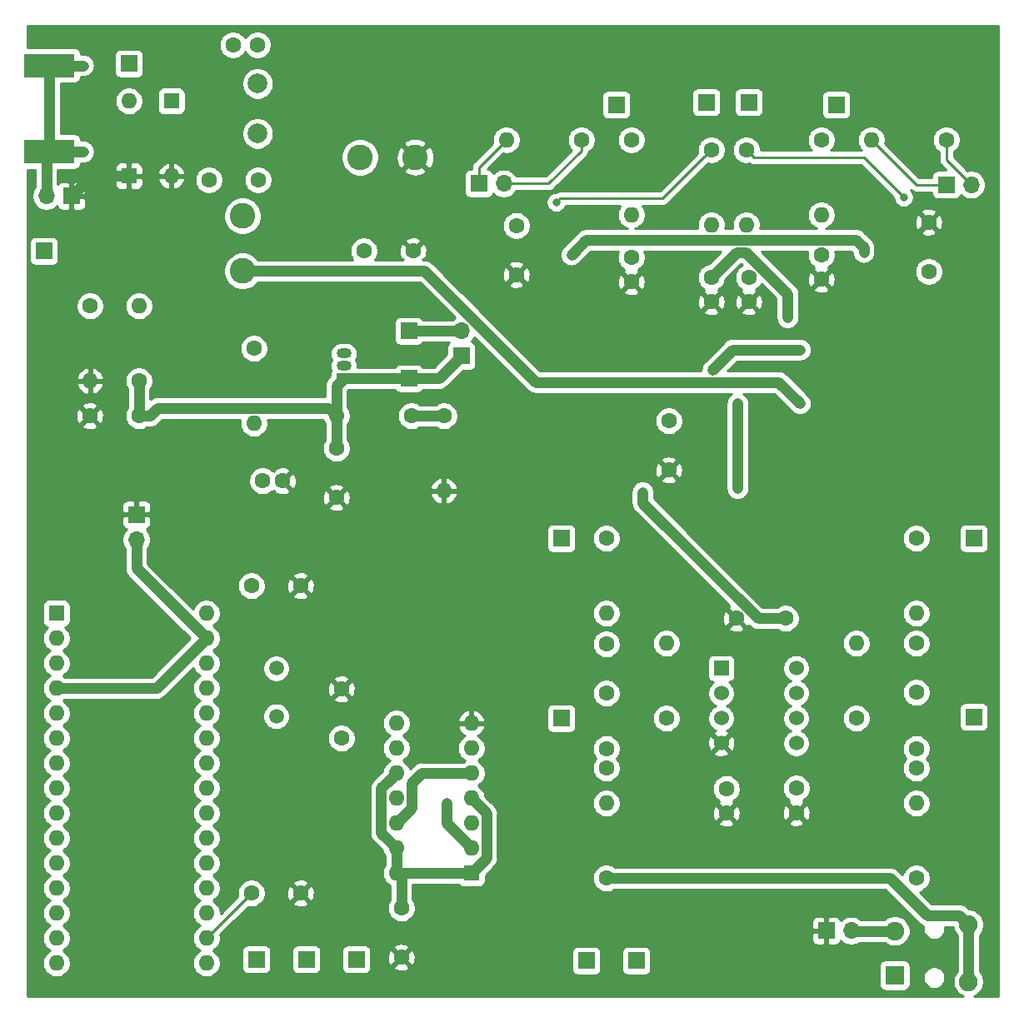
<source format=gbr>
G04 #@! TF.GenerationSoftware,KiCad,Pcbnew,(5.1.5)-3*
G04 #@! TF.CreationDate,2020-04-26T18:25:33-04:00*
G04 #@! TF.ProjectId,Froelich_Reciever,46726f65-6c69-4636-985f-526563696576,rev?*
G04 #@! TF.SameCoordinates,Original*
G04 #@! TF.FileFunction,Copper,L2,Bot*
G04 #@! TF.FilePolarity,Positive*
%FSLAX46Y46*%
G04 Gerber Fmt 4.6, Leading zero omitted, Abs format (unit mm)*
G04 Created by KiCad (PCBNEW (5.1.5)-3) date 2020-04-26 18:25:33*
%MOMM*%
%LPD*%
G04 APERTURE LIST*
%ADD10C,1.600000*%
%ADD11O,1.600000X1.600000*%
%ADD12R,1.700000X1.700000*%
%ADD13O,1.700000X1.700000*%
%ADD14R,1.524000X1.524000*%
%ADD15C,1.524000*%
%ADD16O,1.500000X1.050000*%
%ADD17R,1.500000X1.050000*%
%ADD18R,1.600000X1.600000*%
%ADD19R,5.080000X2.420000*%
%ADD20C,0.970000*%
%ADD21R,0.950000X0.460000*%
%ADD22C,1.900000*%
%ADD23R,1.900000X1.900000*%
%ADD24C,1.500000*%
%ADD25C,2.000000*%
%ADD26C,2.600000*%
%ADD27C,0.800000*%
%ADD28C,1.064000*%
%ADD29C,0.250000*%
%ADD30C,0.254000*%
G04 APERTURE END LIST*
D10*
X108966000Y-86233000D03*
X108966000Y-88733000D03*
X85344000Y-80979000D03*
X85344000Y-85979000D03*
X116332000Y-86447000D03*
X116332000Y-83947000D03*
X127254000Y-80645000D03*
X127254000Y-85645000D03*
X105156000Y-88733000D03*
X105156000Y-86233000D03*
X97028000Y-86701000D03*
X97028000Y-84201000D03*
X100838000Y-105838000D03*
X100838000Y-100838000D03*
D11*
X84328000Y-72263000D03*
D10*
X91948000Y-72263000D03*
X129032000Y-72263000D03*
D11*
X121412000Y-72263000D03*
D12*
X81534000Y-76708000D03*
D13*
X84074000Y-76708000D03*
D12*
X129032000Y-76835000D03*
D13*
X131572000Y-76835000D03*
D10*
X97028000Y-72263000D03*
D11*
X97028000Y-79883000D03*
D10*
X108712000Y-73279000D03*
D11*
X108712000Y-80899000D03*
X105156000Y-80899000D03*
D10*
X105156000Y-73279000D03*
D11*
X116332000Y-79883000D03*
D10*
X116332000Y-72263000D03*
X59055000Y-62611000D03*
X56555000Y-62611000D03*
D12*
X58928000Y-155575000D03*
D10*
X94488000Y-123524000D03*
X94488000Y-128524000D03*
X107696000Y-120904000D03*
X112696000Y-120904000D03*
X106680000Y-140716000D03*
X106680000Y-138216000D03*
X113792000Y-140676000D03*
X113792000Y-138176000D03*
X125984000Y-123444000D03*
X125984000Y-128444000D03*
D11*
X94488000Y-120396000D03*
D10*
X94488000Y-112776000D03*
X100584000Y-131064000D03*
D11*
X100584000Y-123444000D03*
D10*
X119888000Y-131064000D03*
D11*
X119888000Y-123444000D03*
X125984000Y-120396000D03*
D10*
X125984000Y-112776000D03*
D14*
X106172000Y-125984000D03*
D15*
X106172000Y-128524000D03*
X106172000Y-131064000D03*
X106172000Y-133604000D03*
X113792000Y-133604000D03*
X113792000Y-131064000D03*
X113792000Y-128524000D03*
X113792000Y-125984000D03*
D10*
X67056000Y-103632000D03*
X67056000Y-108632000D03*
D12*
X74422000Y-91694000D03*
X74422000Y-96520000D03*
X116840000Y-152654000D03*
D13*
X119380000Y-152654000D03*
X79756000Y-91694000D03*
D12*
X79756000Y-94234000D03*
D16*
X67818000Y-95250000D03*
X67818000Y-93980000D03*
D17*
X67818000Y-96520000D03*
D11*
X58674000Y-101092000D03*
D10*
X58674000Y-93472000D03*
X74676000Y-100330000D03*
D11*
X67056000Y-100330000D03*
D10*
X77978000Y-100330000D03*
D11*
X77978000Y-107950000D03*
D12*
X108966000Y-68453000D03*
D18*
X38608000Y-120396000D03*
D11*
X53848000Y-153416000D03*
X38608000Y-122936000D03*
X53848000Y-150876000D03*
X38608000Y-125476000D03*
X53848000Y-148336000D03*
X38608000Y-128016000D03*
X53848000Y-145796000D03*
X38608000Y-130556000D03*
X53848000Y-143256000D03*
X38608000Y-133096000D03*
X53848000Y-140716000D03*
X38608000Y-135636000D03*
X53848000Y-138176000D03*
X38608000Y-138176000D03*
X53848000Y-135636000D03*
X38608000Y-140716000D03*
X53848000Y-133096000D03*
X38608000Y-143256000D03*
X53848000Y-130556000D03*
X38608000Y-145796000D03*
X53848000Y-128016000D03*
X38608000Y-148336000D03*
X53848000Y-125476000D03*
X38608000Y-150876000D03*
X53848000Y-122936000D03*
X38608000Y-153416000D03*
X53848000Y-120396000D03*
X38608000Y-155956000D03*
X53848000Y-155956000D03*
D10*
X41990000Y-100330000D03*
X46990000Y-100330000D03*
X54102000Y-76327000D03*
X59102000Y-76327000D03*
X69850000Y-83566000D03*
X74850000Y-83566000D03*
X58420000Y-148844000D03*
X63420000Y-148844000D03*
X58420000Y-117602000D03*
X63420000Y-117602000D03*
X73660000Y-150368000D03*
X73660000Y-155368000D03*
X67564000Y-128096000D03*
X67564000Y-133096000D03*
D18*
X50292000Y-68326000D03*
D11*
X50292000Y-75946000D03*
X45974000Y-68326000D03*
D18*
X45974000Y-75946000D03*
D19*
X37904000Y-64708000D03*
X37904000Y-73468000D03*
D20*
X41344000Y-64708000D03*
X41344000Y-73468000D03*
D21*
X40894000Y-64708000D03*
X40894000Y-73468000D03*
D22*
X131302000Y-157840000D03*
X131302000Y-152040000D03*
D23*
X123802000Y-157190000D03*
D22*
X123802000Y-152690000D03*
D12*
X69088000Y-155575000D03*
X104648000Y-68453000D03*
X45974000Y-64516000D03*
X37338000Y-83566000D03*
X89916000Y-112776000D03*
X95504000Y-68707000D03*
X117856000Y-68707000D03*
X92456000Y-155702000D03*
X97536000Y-155702000D03*
X64008000Y-155575000D03*
D13*
X37592000Y-77978000D03*
D12*
X40132000Y-77978000D03*
X46736000Y-110363000D03*
D13*
X46736000Y-112903000D03*
D10*
X46990000Y-96774000D03*
D11*
X46990000Y-89154000D03*
X42037000Y-96774000D03*
D10*
X42037000Y-89154000D03*
X94488000Y-147320000D03*
D11*
X94488000Y-139700000D03*
X125984000Y-139700000D03*
D10*
X125984000Y-147320000D03*
D18*
X80772000Y-146812000D03*
D11*
X73152000Y-131572000D03*
X80772000Y-144272000D03*
X73152000Y-134112000D03*
X80772000Y-141732000D03*
X73152000Y-136652000D03*
X80772000Y-139192000D03*
X73152000Y-139192000D03*
X80772000Y-136652000D03*
X73152000Y-141732000D03*
X80772000Y-134112000D03*
X73152000Y-144272000D03*
X80772000Y-131572000D03*
X73152000Y-146812000D03*
D24*
X60960000Y-125984000D03*
X60960000Y-130864000D03*
D10*
X94488000Y-134144000D03*
X94488000Y-136144000D03*
X125984000Y-136144000D03*
X125984000Y-134144000D03*
X59563000Y-106934000D03*
X61563000Y-106934000D03*
D25*
X59055000Y-71628000D03*
X59055000Y-66548000D03*
D26*
X57531000Y-85598000D03*
X57531000Y-79998000D03*
X75069000Y-74041000D03*
X69469000Y-74041000D03*
D12*
X131826000Y-112776000D03*
X89916000Y-131064000D03*
X131826000Y-130937000D03*
D27*
X116651000Y-105853000D03*
X90932000Y-83947000D03*
X120650000Y-83693000D03*
X78232000Y-139700000D03*
X107823000Y-99060000D03*
X107823000Y-107696000D03*
X114173000Y-99065990D03*
X124714000Y-78105000D03*
X98171000Y-108077000D03*
X114173000Y-93599000D03*
X105283000Y-95631000D03*
X112903000Y-90354685D03*
X89408000Y-78613000D03*
D28*
X82304001Y-145279999D02*
X80772000Y-146812000D01*
X82304001Y-140724001D02*
X82304001Y-145279999D01*
X80772000Y-139192000D02*
X82304001Y-140724001D01*
X80772000Y-146812000D02*
X73152000Y-146812000D01*
X73152000Y-144272000D02*
X73152000Y-146812000D01*
X73660000Y-147320000D02*
X73152000Y-146812000D01*
X73660000Y-150368000D02*
X73660000Y-147320000D01*
D29*
X53848000Y-153416000D02*
X58420000Y-148844000D01*
D28*
X72352001Y-137451999D02*
X73152000Y-136652000D01*
X71619999Y-138184001D02*
X72352001Y-137451999D01*
X71619999Y-142739999D02*
X71619999Y-138184001D01*
X73152000Y-144272000D02*
X71619999Y-142739999D01*
X48768000Y-128016000D02*
X53848000Y-122936000D01*
X38608000Y-128016000D02*
X48768000Y-128016000D01*
X53848000Y-122936000D02*
X46736000Y-115824000D01*
X46736000Y-115824000D02*
X46736000Y-112903000D01*
X74422000Y-91694000D02*
X79756000Y-91694000D01*
X45974000Y-75946000D02*
X42164000Y-75946000D01*
X42164000Y-75946000D02*
X40132000Y-77978000D01*
X74676000Y-100330000D02*
X77978000Y-100330000D01*
X90932000Y-83947000D02*
X90932000Y-83947000D01*
X120650000Y-83230000D02*
X120650000Y-83693000D01*
X120650000Y-83693000D02*
X120650000Y-83693000D01*
X109465999Y-82431001D02*
X92447999Y-82431001D01*
X119834999Y-82414999D02*
X109482001Y-82414999D01*
X109482001Y-82414999D02*
X109465999Y-82431001D01*
X90932000Y-83947000D02*
X90932000Y-83947000D01*
X91186000Y-83693000D02*
X90932000Y-83947000D01*
X120650000Y-83230000D02*
X119834999Y-82414999D01*
X92447999Y-82431001D02*
X91186000Y-83693000D01*
X78232000Y-141732000D02*
X80772000Y-144272000D01*
X78232000Y-139700000D02*
X78232000Y-141732000D01*
X74684001Y-140199999D02*
X74684001Y-137676001D01*
X73152000Y-141732000D02*
X74684001Y-140199999D01*
X75708002Y-136652000D02*
X80772000Y-136652000D01*
X74684001Y-137676001D02*
X75708002Y-136652000D01*
X37904000Y-64708000D02*
X37904000Y-73468000D01*
X37904000Y-64708000D02*
X40894000Y-64708000D01*
X37904000Y-73468000D02*
X40894000Y-73468000D01*
X37592000Y-73780000D02*
X37904000Y-73468000D01*
X37592000Y-77978000D02*
X37592000Y-73780000D01*
X66256001Y-99530001D02*
X67056000Y-100330000D01*
X48921369Y-99530001D02*
X66256001Y-99530001D01*
X46990000Y-100330000D02*
X48121370Y-100330000D01*
X48121370Y-100330000D02*
X48921369Y-99530001D01*
X67056000Y-97282000D02*
X67818000Y-96520000D01*
X67056000Y-100330000D02*
X67056000Y-97282000D01*
X67818000Y-96520000D02*
X74422000Y-96520000D01*
X46990000Y-100330000D02*
X46990000Y-96774000D01*
X67056000Y-100330000D02*
X67056000Y-103632000D01*
X107823000Y-99060000D02*
X107823000Y-99625685D01*
X107823000Y-99625685D02*
X107823000Y-107696000D01*
X107823000Y-107696000D02*
X107823000Y-107696000D01*
X59369477Y-85598000D02*
X57531000Y-85598000D01*
X76001362Y-85598000D02*
X59369477Y-85598000D01*
X87298371Y-96895009D02*
X76001362Y-85598000D01*
X112002019Y-96895009D02*
X87298371Y-96895009D01*
X114173000Y-99065990D02*
X112002019Y-96895009D01*
D29*
X109511999Y-74078999D02*
X118655999Y-74078999D01*
X124714000Y-78105000D02*
X124714000Y-78105000D01*
X120687999Y-74078999D02*
X124714000Y-78105000D01*
X119671999Y-74078999D02*
X120687999Y-74078999D01*
X118655999Y-74078999D02*
X119671999Y-74078999D01*
X108712000Y-73279000D02*
X109511999Y-74078999D01*
D28*
X77470000Y-96520000D02*
X79756000Y-94234000D01*
X74422000Y-96520000D02*
X77470000Y-96520000D01*
X98171000Y-108077000D02*
X98171000Y-109173000D01*
X114173000Y-93599000D02*
X107315000Y-93599000D01*
X107315000Y-93599000D02*
X105283000Y-95631000D01*
X105283000Y-95631000D02*
X105283000Y-95631000D01*
X109902000Y-120904000D02*
X112696000Y-120904000D01*
X98171000Y-109173000D02*
X109902000Y-120904000D01*
X105156000Y-86233000D02*
X107693989Y-83695011D01*
X107693989Y-83695011D02*
X108695373Y-83695011D01*
X112903000Y-87902638D02*
X112903000Y-90354685D01*
X108695373Y-83695011D02*
X112903000Y-87902638D01*
X123322640Y-147320000D02*
X127092641Y-151090001D01*
X130352001Y-151090001D02*
X131302000Y-152040000D01*
X127092641Y-151090001D02*
X130352001Y-151090001D01*
X94488000Y-147320000D02*
X123322640Y-147320000D01*
X131302000Y-152040000D02*
X131302000Y-157840000D01*
X119416000Y-152690000D02*
X119380000Y-152654000D01*
X123802000Y-152690000D02*
X119416000Y-152690000D01*
X37904000Y-73468000D02*
X41344000Y-73468000D01*
X41344000Y-64708000D02*
X37904000Y-64708000D01*
D29*
X89408000Y-78613000D02*
X89807999Y-78213001D01*
X104356001Y-74078999D02*
X105156000Y-73279000D01*
X89807999Y-78213001D02*
X100221999Y-78213001D01*
X100221999Y-78213001D02*
X104356001Y-74078999D01*
X81534000Y-75057000D02*
X81534000Y-76708000D01*
X84328000Y-72263000D02*
X81534000Y-75057000D01*
X85276081Y-76708000D02*
X84074000Y-76708000D01*
X88634370Y-76708000D02*
X85276081Y-76708000D01*
X91948000Y-73394370D02*
X88634370Y-76708000D01*
X91948000Y-72263000D02*
X91948000Y-73394370D01*
X129032000Y-74295000D02*
X131572000Y-76835000D01*
X129032000Y-72263000D02*
X129032000Y-74295000D01*
X125984000Y-76835000D02*
X129032000Y-76835000D01*
X121412000Y-72263000D02*
X125984000Y-76835000D01*
D30*
G36*
X134340000Y-159340000D02*
G01*
X131822483Y-159340000D01*
X132052779Y-159244609D01*
X132312379Y-159071150D01*
X132533150Y-158850379D01*
X132706609Y-158590779D01*
X132826089Y-158302327D01*
X132887000Y-157996109D01*
X132887000Y-157683891D01*
X132826089Y-157377673D01*
X132706609Y-157089221D01*
X132533150Y-156829621D01*
X132469000Y-156765471D01*
X132469000Y-153114529D01*
X132533150Y-153050379D01*
X132706609Y-152790779D01*
X132826089Y-152502327D01*
X132887000Y-152196109D01*
X132887000Y-151883891D01*
X132826089Y-151577673D01*
X132706609Y-151289221D01*
X132533150Y-151029621D01*
X132312379Y-150808850D01*
X132052779Y-150635391D01*
X131764327Y-150515911D01*
X131458109Y-150455000D01*
X131367386Y-150455000D01*
X131217735Y-150305349D01*
X131181187Y-150260815D01*
X131003488Y-150114981D01*
X130800753Y-150006617D01*
X130580773Y-149939887D01*
X130409326Y-149923001D01*
X130352001Y-149917355D01*
X130294676Y-149923001D01*
X127576028Y-149923001D01*
X126361125Y-148708098D01*
X126402574Y-148699853D01*
X126663727Y-148591680D01*
X126898759Y-148434637D01*
X127098637Y-148234759D01*
X127255680Y-147999727D01*
X127363853Y-147738574D01*
X127419000Y-147461335D01*
X127419000Y-147178665D01*
X127363853Y-146901426D01*
X127255680Y-146640273D01*
X127098637Y-146405241D01*
X126898759Y-146205363D01*
X126663727Y-146048320D01*
X126402574Y-145940147D01*
X126125335Y-145885000D01*
X125842665Y-145885000D01*
X125565426Y-145940147D01*
X125304273Y-146048320D01*
X125069241Y-146205363D01*
X124869363Y-146405241D01*
X124712320Y-146640273D01*
X124604147Y-146901426D01*
X124595902Y-146942876D01*
X124188375Y-146535349D01*
X124151826Y-146490814D01*
X123974127Y-146344980D01*
X123771392Y-146236616D01*
X123551412Y-146169886D01*
X123379965Y-146153000D01*
X123322640Y-146147354D01*
X123265315Y-146153000D01*
X95324392Y-146153000D01*
X95167727Y-146048320D01*
X94906574Y-145940147D01*
X94629335Y-145885000D01*
X94346665Y-145885000D01*
X94069426Y-145940147D01*
X93808273Y-146048320D01*
X93573241Y-146205363D01*
X93373363Y-146405241D01*
X93216320Y-146640273D01*
X93108147Y-146901426D01*
X93053000Y-147178665D01*
X93053000Y-147461335D01*
X93108147Y-147738574D01*
X93216320Y-147999727D01*
X93373363Y-148234759D01*
X93573241Y-148434637D01*
X93808273Y-148591680D01*
X94069426Y-148699853D01*
X94346665Y-148755000D01*
X94629335Y-148755000D01*
X94906574Y-148699853D01*
X95167727Y-148591680D01*
X95324392Y-148487000D01*
X122839254Y-148487000D01*
X126226911Y-151874658D01*
X126263455Y-151919187D01*
X126441154Y-152065021D01*
X126523308Y-152108933D01*
X126643888Y-152173385D01*
X126694729Y-152188807D01*
X126667000Y-152328212D01*
X126667000Y-152551788D01*
X126710617Y-152771067D01*
X126796176Y-152977624D01*
X126920388Y-153163520D01*
X127078480Y-153321612D01*
X127264376Y-153445824D01*
X127470933Y-153531383D01*
X127690212Y-153575000D01*
X127913788Y-153575000D01*
X128133067Y-153531383D01*
X128339624Y-153445824D01*
X128525520Y-153321612D01*
X128683612Y-153163520D01*
X128807824Y-152977624D01*
X128893383Y-152771067D01*
X128937000Y-152551788D01*
X128937000Y-152328212D01*
X128922835Y-152257001D01*
X129729112Y-152257001D01*
X129777911Y-152502327D01*
X129897391Y-152790779D01*
X130070850Y-153050379D01*
X130135000Y-153114529D01*
X130135001Y-156765470D01*
X130070850Y-156829621D01*
X129897391Y-157089221D01*
X129777911Y-157377673D01*
X129717000Y-157683891D01*
X129717000Y-157996109D01*
X129777911Y-158302327D01*
X129897391Y-158590779D01*
X130070850Y-158850379D01*
X130291621Y-159071150D01*
X130551221Y-159244609D01*
X130781517Y-159340000D01*
X35660000Y-159340000D01*
X35660000Y-119596000D01*
X37169928Y-119596000D01*
X37169928Y-121196000D01*
X37182188Y-121320482D01*
X37218498Y-121440180D01*
X37277463Y-121550494D01*
X37356815Y-121647185D01*
X37453506Y-121726537D01*
X37563820Y-121785502D01*
X37683518Y-121821812D01*
X37691961Y-121822643D01*
X37493363Y-122021241D01*
X37336320Y-122256273D01*
X37228147Y-122517426D01*
X37173000Y-122794665D01*
X37173000Y-123077335D01*
X37228147Y-123354574D01*
X37336320Y-123615727D01*
X37493363Y-123850759D01*
X37693241Y-124050637D01*
X37925759Y-124206000D01*
X37693241Y-124361363D01*
X37493363Y-124561241D01*
X37336320Y-124796273D01*
X37228147Y-125057426D01*
X37173000Y-125334665D01*
X37173000Y-125617335D01*
X37228147Y-125894574D01*
X37336320Y-126155727D01*
X37493363Y-126390759D01*
X37693241Y-126590637D01*
X37925759Y-126746000D01*
X37693241Y-126901363D01*
X37493363Y-127101241D01*
X37336320Y-127336273D01*
X37228147Y-127597426D01*
X37173000Y-127874665D01*
X37173000Y-128157335D01*
X37228147Y-128434574D01*
X37336320Y-128695727D01*
X37493363Y-128930759D01*
X37693241Y-129130637D01*
X37925759Y-129286000D01*
X37693241Y-129441363D01*
X37493363Y-129641241D01*
X37336320Y-129876273D01*
X37228147Y-130137426D01*
X37173000Y-130414665D01*
X37173000Y-130697335D01*
X37228147Y-130974574D01*
X37336320Y-131235727D01*
X37493363Y-131470759D01*
X37693241Y-131670637D01*
X37925759Y-131826000D01*
X37693241Y-131981363D01*
X37493363Y-132181241D01*
X37336320Y-132416273D01*
X37228147Y-132677426D01*
X37173000Y-132954665D01*
X37173000Y-133237335D01*
X37228147Y-133514574D01*
X37336320Y-133775727D01*
X37493363Y-134010759D01*
X37693241Y-134210637D01*
X37925759Y-134366000D01*
X37693241Y-134521363D01*
X37493363Y-134721241D01*
X37336320Y-134956273D01*
X37228147Y-135217426D01*
X37173000Y-135494665D01*
X37173000Y-135777335D01*
X37228147Y-136054574D01*
X37336320Y-136315727D01*
X37493363Y-136550759D01*
X37693241Y-136750637D01*
X37925759Y-136906000D01*
X37693241Y-137061363D01*
X37493363Y-137261241D01*
X37336320Y-137496273D01*
X37228147Y-137757426D01*
X37173000Y-138034665D01*
X37173000Y-138317335D01*
X37228147Y-138594574D01*
X37336320Y-138855727D01*
X37493363Y-139090759D01*
X37693241Y-139290637D01*
X37925759Y-139446000D01*
X37693241Y-139601363D01*
X37493363Y-139801241D01*
X37336320Y-140036273D01*
X37228147Y-140297426D01*
X37173000Y-140574665D01*
X37173000Y-140857335D01*
X37228147Y-141134574D01*
X37336320Y-141395727D01*
X37493363Y-141630759D01*
X37693241Y-141830637D01*
X37925759Y-141986000D01*
X37693241Y-142141363D01*
X37493363Y-142341241D01*
X37336320Y-142576273D01*
X37228147Y-142837426D01*
X37173000Y-143114665D01*
X37173000Y-143397335D01*
X37228147Y-143674574D01*
X37336320Y-143935727D01*
X37493363Y-144170759D01*
X37693241Y-144370637D01*
X37925759Y-144526000D01*
X37693241Y-144681363D01*
X37493363Y-144881241D01*
X37336320Y-145116273D01*
X37228147Y-145377426D01*
X37173000Y-145654665D01*
X37173000Y-145937335D01*
X37228147Y-146214574D01*
X37336320Y-146475727D01*
X37493363Y-146710759D01*
X37693241Y-146910637D01*
X37925759Y-147066000D01*
X37693241Y-147221363D01*
X37493363Y-147421241D01*
X37336320Y-147656273D01*
X37228147Y-147917426D01*
X37173000Y-148194665D01*
X37173000Y-148477335D01*
X37228147Y-148754574D01*
X37336320Y-149015727D01*
X37493363Y-149250759D01*
X37693241Y-149450637D01*
X37925759Y-149606000D01*
X37693241Y-149761363D01*
X37493363Y-149961241D01*
X37336320Y-150196273D01*
X37228147Y-150457426D01*
X37173000Y-150734665D01*
X37173000Y-151017335D01*
X37228147Y-151294574D01*
X37336320Y-151555727D01*
X37493363Y-151790759D01*
X37693241Y-151990637D01*
X37925759Y-152146000D01*
X37693241Y-152301363D01*
X37493363Y-152501241D01*
X37336320Y-152736273D01*
X37228147Y-152997426D01*
X37173000Y-153274665D01*
X37173000Y-153557335D01*
X37228147Y-153834574D01*
X37336320Y-154095727D01*
X37493363Y-154330759D01*
X37693241Y-154530637D01*
X37925759Y-154686000D01*
X37693241Y-154841363D01*
X37493363Y-155041241D01*
X37336320Y-155276273D01*
X37228147Y-155537426D01*
X37173000Y-155814665D01*
X37173000Y-156097335D01*
X37228147Y-156374574D01*
X37336320Y-156635727D01*
X37493363Y-156870759D01*
X37693241Y-157070637D01*
X37928273Y-157227680D01*
X38189426Y-157335853D01*
X38466665Y-157391000D01*
X38749335Y-157391000D01*
X39026574Y-157335853D01*
X39287727Y-157227680D01*
X39522759Y-157070637D01*
X39722637Y-156870759D01*
X39879680Y-156635727D01*
X39987853Y-156374574D01*
X40043000Y-156097335D01*
X40043000Y-155814665D01*
X39987853Y-155537426D01*
X39879680Y-155276273D01*
X39722637Y-155041241D01*
X39522759Y-154841363D01*
X39290241Y-154686000D01*
X39522759Y-154530637D01*
X39722637Y-154330759D01*
X39879680Y-154095727D01*
X39987853Y-153834574D01*
X40043000Y-153557335D01*
X40043000Y-153274665D01*
X39987853Y-152997426D01*
X39879680Y-152736273D01*
X39722637Y-152501241D01*
X39522759Y-152301363D01*
X39290241Y-152146000D01*
X39522759Y-151990637D01*
X39722637Y-151790759D01*
X39879680Y-151555727D01*
X39987853Y-151294574D01*
X40043000Y-151017335D01*
X40043000Y-150734665D01*
X39987853Y-150457426D01*
X39879680Y-150196273D01*
X39722637Y-149961241D01*
X39522759Y-149761363D01*
X39290241Y-149606000D01*
X39522759Y-149450637D01*
X39722637Y-149250759D01*
X39879680Y-149015727D01*
X39987853Y-148754574D01*
X40043000Y-148477335D01*
X40043000Y-148194665D01*
X39987853Y-147917426D01*
X39879680Y-147656273D01*
X39722637Y-147421241D01*
X39522759Y-147221363D01*
X39290241Y-147066000D01*
X39522759Y-146910637D01*
X39722637Y-146710759D01*
X39879680Y-146475727D01*
X39987853Y-146214574D01*
X40043000Y-145937335D01*
X40043000Y-145654665D01*
X39987853Y-145377426D01*
X39879680Y-145116273D01*
X39722637Y-144881241D01*
X39522759Y-144681363D01*
X39290241Y-144526000D01*
X39522759Y-144370637D01*
X39722637Y-144170759D01*
X39879680Y-143935727D01*
X39987853Y-143674574D01*
X40043000Y-143397335D01*
X40043000Y-143114665D01*
X39987853Y-142837426D01*
X39879680Y-142576273D01*
X39722637Y-142341241D01*
X39522759Y-142141363D01*
X39290241Y-141986000D01*
X39522759Y-141830637D01*
X39722637Y-141630759D01*
X39879680Y-141395727D01*
X39987853Y-141134574D01*
X40043000Y-140857335D01*
X40043000Y-140574665D01*
X39987853Y-140297426D01*
X39879680Y-140036273D01*
X39722637Y-139801241D01*
X39522759Y-139601363D01*
X39290241Y-139446000D01*
X39522759Y-139290637D01*
X39722637Y-139090759D01*
X39879680Y-138855727D01*
X39987853Y-138594574D01*
X40043000Y-138317335D01*
X40043000Y-138034665D01*
X39987853Y-137757426D01*
X39879680Y-137496273D01*
X39722637Y-137261241D01*
X39522759Y-137061363D01*
X39290241Y-136906000D01*
X39522759Y-136750637D01*
X39722637Y-136550759D01*
X39879680Y-136315727D01*
X39987853Y-136054574D01*
X40043000Y-135777335D01*
X40043000Y-135494665D01*
X39987853Y-135217426D01*
X39879680Y-134956273D01*
X39722637Y-134721241D01*
X39522759Y-134521363D01*
X39290241Y-134366000D01*
X39522759Y-134210637D01*
X39722637Y-134010759D01*
X39879680Y-133775727D01*
X39987853Y-133514574D01*
X40043000Y-133237335D01*
X40043000Y-132954665D01*
X39987853Y-132677426D01*
X39879680Y-132416273D01*
X39722637Y-132181241D01*
X39522759Y-131981363D01*
X39290241Y-131826000D01*
X39522759Y-131670637D01*
X39722637Y-131470759D01*
X39879680Y-131235727D01*
X39987853Y-130974574D01*
X40043000Y-130697335D01*
X40043000Y-130414665D01*
X39987853Y-130137426D01*
X39879680Y-129876273D01*
X39722637Y-129641241D01*
X39522759Y-129441363D01*
X39290241Y-129286000D01*
X39444392Y-129183000D01*
X48710675Y-129183000D01*
X48768000Y-129188646D01*
X48996772Y-129166114D01*
X49216752Y-129099384D01*
X49419487Y-128991020D01*
X49597186Y-128845186D01*
X49633735Y-128800651D01*
X52489137Y-125945249D01*
X52576320Y-126155727D01*
X52733363Y-126390759D01*
X52933241Y-126590637D01*
X53165759Y-126746000D01*
X52933241Y-126901363D01*
X52733363Y-127101241D01*
X52576320Y-127336273D01*
X52468147Y-127597426D01*
X52413000Y-127874665D01*
X52413000Y-128157335D01*
X52468147Y-128434574D01*
X52576320Y-128695727D01*
X52733363Y-128930759D01*
X52933241Y-129130637D01*
X53165759Y-129286000D01*
X52933241Y-129441363D01*
X52733363Y-129641241D01*
X52576320Y-129876273D01*
X52468147Y-130137426D01*
X52413000Y-130414665D01*
X52413000Y-130697335D01*
X52468147Y-130974574D01*
X52576320Y-131235727D01*
X52733363Y-131470759D01*
X52933241Y-131670637D01*
X53165759Y-131826000D01*
X52933241Y-131981363D01*
X52733363Y-132181241D01*
X52576320Y-132416273D01*
X52468147Y-132677426D01*
X52413000Y-132954665D01*
X52413000Y-133237335D01*
X52468147Y-133514574D01*
X52576320Y-133775727D01*
X52733363Y-134010759D01*
X52933241Y-134210637D01*
X53165759Y-134366000D01*
X52933241Y-134521363D01*
X52733363Y-134721241D01*
X52576320Y-134956273D01*
X52468147Y-135217426D01*
X52413000Y-135494665D01*
X52413000Y-135777335D01*
X52468147Y-136054574D01*
X52576320Y-136315727D01*
X52733363Y-136550759D01*
X52933241Y-136750637D01*
X53165759Y-136906000D01*
X52933241Y-137061363D01*
X52733363Y-137261241D01*
X52576320Y-137496273D01*
X52468147Y-137757426D01*
X52413000Y-138034665D01*
X52413000Y-138317335D01*
X52468147Y-138594574D01*
X52576320Y-138855727D01*
X52733363Y-139090759D01*
X52933241Y-139290637D01*
X53165759Y-139446000D01*
X52933241Y-139601363D01*
X52733363Y-139801241D01*
X52576320Y-140036273D01*
X52468147Y-140297426D01*
X52413000Y-140574665D01*
X52413000Y-140857335D01*
X52468147Y-141134574D01*
X52576320Y-141395727D01*
X52733363Y-141630759D01*
X52933241Y-141830637D01*
X53165759Y-141986000D01*
X52933241Y-142141363D01*
X52733363Y-142341241D01*
X52576320Y-142576273D01*
X52468147Y-142837426D01*
X52413000Y-143114665D01*
X52413000Y-143397335D01*
X52468147Y-143674574D01*
X52576320Y-143935727D01*
X52733363Y-144170759D01*
X52933241Y-144370637D01*
X53165759Y-144526000D01*
X52933241Y-144681363D01*
X52733363Y-144881241D01*
X52576320Y-145116273D01*
X52468147Y-145377426D01*
X52413000Y-145654665D01*
X52413000Y-145937335D01*
X52468147Y-146214574D01*
X52576320Y-146475727D01*
X52733363Y-146710759D01*
X52933241Y-146910637D01*
X53165759Y-147066000D01*
X52933241Y-147221363D01*
X52733363Y-147421241D01*
X52576320Y-147656273D01*
X52468147Y-147917426D01*
X52413000Y-148194665D01*
X52413000Y-148477335D01*
X52468147Y-148754574D01*
X52576320Y-149015727D01*
X52733363Y-149250759D01*
X52933241Y-149450637D01*
X53165759Y-149606000D01*
X52933241Y-149761363D01*
X52733363Y-149961241D01*
X52576320Y-150196273D01*
X52468147Y-150457426D01*
X52413000Y-150734665D01*
X52413000Y-151017335D01*
X52468147Y-151294574D01*
X52576320Y-151555727D01*
X52733363Y-151790759D01*
X52933241Y-151990637D01*
X53165759Y-152146000D01*
X52933241Y-152301363D01*
X52733363Y-152501241D01*
X52576320Y-152736273D01*
X52468147Y-152997426D01*
X52413000Y-153274665D01*
X52413000Y-153557335D01*
X52468147Y-153834574D01*
X52576320Y-154095727D01*
X52733363Y-154330759D01*
X52933241Y-154530637D01*
X53165759Y-154686000D01*
X52933241Y-154841363D01*
X52733363Y-155041241D01*
X52576320Y-155276273D01*
X52468147Y-155537426D01*
X52413000Y-155814665D01*
X52413000Y-156097335D01*
X52468147Y-156374574D01*
X52576320Y-156635727D01*
X52733363Y-156870759D01*
X52933241Y-157070637D01*
X53168273Y-157227680D01*
X53429426Y-157335853D01*
X53706665Y-157391000D01*
X53989335Y-157391000D01*
X54266574Y-157335853D01*
X54527727Y-157227680D01*
X54762759Y-157070637D01*
X54962637Y-156870759D01*
X55119680Y-156635727D01*
X55227853Y-156374574D01*
X55283000Y-156097335D01*
X55283000Y-155814665D01*
X55227853Y-155537426D01*
X55119680Y-155276273D01*
X54962637Y-155041241D01*
X54762759Y-154841363D01*
X54588609Y-154725000D01*
X57439928Y-154725000D01*
X57439928Y-156425000D01*
X57452188Y-156549482D01*
X57488498Y-156669180D01*
X57547463Y-156779494D01*
X57626815Y-156876185D01*
X57723506Y-156955537D01*
X57833820Y-157014502D01*
X57953518Y-157050812D01*
X58078000Y-157063072D01*
X59778000Y-157063072D01*
X59902482Y-157050812D01*
X60022180Y-157014502D01*
X60132494Y-156955537D01*
X60229185Y-156876185D01*
X60308537Y-156779494D01*
X60367502Y-156669180D01*
X60403812Y-156549482D01*
X60416072Y-156425000D01*
X60416072Y-154725000D01*
X62519928Y-154725000D01*
X62519928Y-156425000D01*
X62532188Y-156549482D01*
X62568498Y-156669180D01*
X62627463Y-156779494D01*
X62706815Y-156876185D01*
X62803506Y-156955537D01*
X62913820Y-157014502D01*
X63033518Y-157050812D01*
X63158000Y-157063072D01*
X64858000Y-157063072D01*
X64982482Y-157050812D01*
X65102180Y-157014502D01*
X65212494Y-156955537D01*
X65309185Y-156876185D01*
X65388537Y-156779494D01*
X65447502Y-156669180D01*
X65483812Y-156549482D01*
X65496072Y-156425000D01*
X65496072Y-154725000D01*
X67599928Y-154725000D01*
X67599928Y-156425000D01*
X67612188Y-156549482D01*
X67648498Y-156669180D01*
X67707463Y-156779494D01*
X67786815Y-156876185D01*
X67883506Y-156955537D01*
X67993820Y-157014502D01*
X68113518Y-157050812D01*
X68238000Y-157063072D01*
X69938000Y-157063072D01*
X70062482Y-157050812D01*
X70182180Y-157014502D01*
X70292494Y-156955537D01*
X70389185Y-156876185D01*
X70468537Y-156779494D01*
X70527502Y-156669180D01*
X70563812Y-156549482D01*
X70576072Y-156425000D01*
X70576072Y-156360702D01*
X72846903Y-156360702D01*
X72918486Y-156604671D01*
X73173996Y-156725571D01*
X73448184Y-156794300D01*
X73730512Y-156808217D01*
X74010130Y-156766787D01*
X74276292Y-156671603D01*
X74401514Y-156604671D01*
X74473097Y-156360702D01*
X73660000Y-155547605D01*
X72846903Y-156360702D01*
X70576072Y-156360702D01*
X70576072Y-155438512D01*
X72219783Y-155438512D01*
X72261213Y-155718130D01*
X72356397Y-155984292D01*
X72423329Y-156109514D01*
X72667298Y-156181097D01*
X73480395Y-155368000D01*
X73839605Y-155368000D01*
X74652702Y-156181097D01*
X74896671Y-156109514D01*
X75017571Y-155854004D01*
X75086300Y-155579816D01*
X75100217Y-155297488D01*
X75058787Y-155017870D01*
X74999470Y-154852000D01*
X90967928Y-154852000D01*
X90967928Y-156552000D01*
X90980188Y-156676482D01*
X91016498Y-156796180D01*
X91075463Y-156906494D01*
X91154815Y-157003185D01*
X91251506Y-157082537D01*
X91361820Y-157141502D01*
X91481518Y-157177812D01*
X91606000Y-157190072D01*
X93306000Y-157190072D01*
X93430482Y-157177812D01*
X93550180Y-157141502D01*
X93660494Y-157082537D01*
X93757185Y-157003185D01*
X93836537Y-156906494D01*
X93895502Y-156796180D01*
X93931812Y-156676482D01*
X93944072Y-156552000D01*
X93944072Y-154852000D01*
X96047928Y-154852000D01*
X96047928Y-156552000D01*
X96060188Y-156676482D01*
X96096498Y-156796180D01*
X96155463Y-156906494D01*
X96234815Y-157003185D01*
X96331506Y-157082537D01*
X96441820Y-157141502D01*
X96561518Y-157177812D01*
X96686000Y-157190072D01*
X98386000Y-157190072D01*
X98510482Y-157177812D01*
X98630180Y-157141502D01*
X98740494Y-157082537D01*
X98837185Y-157003185D01*
X98916537Y-156906494D01*
X98975502Y-156796180D01*
X99011812Y-156676482D01*
X99024072Y-156552000D01*
X99024072Y-156240000D01*
X122213928Y-156240000D01*
X122213928Y-158140000D01*
X122226188Y-158264482D01*
X122262498Y-158384180D01*
X122321463Y-158494494D01*
X122400815Y-158591185D01*
X122497506Y-158670537D01*
X122607820Y-158729502D01*
X122727518Y-158765812D01*
X122852000Y-158778072D01*
X124752000Y-158778072D01*
X124876482Y-158765812D01*
X124996180Y-158729502D01*
X125106494Y-158670537D01*
X125203185Y-158591185D01*
X125282537Y-158494494D01*
X125341502Y-158384180D01*
X125377812Y-158264482D01*
X125390072Y-158140000D01*
X125390072Y-157328212D01*
X126667000Y-157328212D01*
X126667000Y-157551788D01*
X126710617Y-157771067D01*
X126796176Y-157977624D01*
X126920388Y-158163520D01*
X127078480Y-158321612D01*
X127264376Y-158445824D01*
X127470933Y-158531383D01*
X127690212Y-158575000D01*
X127913788Y-158575000D01*
X128133067Y-158531383D01*
X128339624Y-158445824D01*
X128525520Y-158321612D01*
X128683612Y-158163520D01*
X128807824Y-157977624D01*
X128893383Y-157771067D01*
X128937000Y-157551788D01*
X128937000Y-157328212D01*
X128893383Y-157108933D01*
X128807824Y-156902376D01*
X128683612Y-156716480D01*
X128525520Y-156558388D01*
X128339624Y-156434176D01*
X128133067Y-156348617D01*
X127913788Y-156305000D01*
X127690212Y-156305000D01*
X127470933Y-156348617D01*
X127264376Y-156434176D01*
X127078480Y-156558388D01*
X126920388Y-156716480D01*
X126796176Y-156902376D01*
X126710617Y-157108933D01*
X126667000Y-157328212D01*
X125390072Y-157328212D01*
X125390072Y-156240000D01*
X125377812Y-156115518D01*
X125341502Y-155995820D01*
X125282537Y-155885506D01*
X125203185Y-155788815D01*
X125106494Y-155709463D01*
X124996180Y-155650498D01*
X124876482Y-155614188D01*
X124752000Y-155601928D01*
X122852000Y-155601928D01*
X122727518Y-155614188D01*
X122607820Y-155650498D01*
X122497506Y-155709463D01*
X122400815Y-155788815D01*
X122321463Y-155885506D01*
X122262498Y-155995820D01*
X122226188Y-156115518D01*
X122213928Y-156240000D01*
X99024072Y-156240000D01*
X99024072Y-154852000D01*
X99011812Y-154727518D01*
X98975502Y-154607820D01*
X98916537Y-154497506D01*
X98837185Y-154400815D01*
X98740494Y-154321463D01*
X98630180Y-154262498D01*
X98510482Y-154226188D01*
X98386000Y-154213928D01*
X96686000Y-154213928D01*
X96561518Y-154226188D01*
X96441820Y-154262498D01*
X96331506Y-154321463D01*
X96234815Y-154400815D01*
X96155463Y-154497506D01*
X96096498Y-154607820D01*
X96060188Y-154727518D01*
X96047928Y-154852000D01*
X93944072Y-154852000D01*
X93931812Y-154727518D01*
X93895502Y-154607820D01*
X93836537Y-154497506D01*
X93757185Y-154400815D01*
X93660494Y-154321463D01*
X93550180Y-154262498D01*
X93430482Y-154226188D01*
X93306000Y-154213928D01*
X91606000Y-154213928D01*
X91481518Y-154226188D01*
X91361820Y-154262498D01*
X91251506Y-154321463D01*
X91154815Y-154400815D01*
X91075463Y-154497506D01*
X91016498Y-154607820D01*
X90980188Y-154727518D01*
X90967928Y-154852000D01*
X74999470Y-154852000D01*
X74963603Y-154751708D01*
X74896671Y-154626486D01*
X74652702Y-154554903D01*
X73839605Y-155368000D01*
X73480395Y-155368000D01*
X72667298Y-154554903D01*
X72423329Y-154626486D01*
X72302429Y-154881996D01*
X72233700Y-155156184D01*
X72219783Y-155438512D01*
X70576072Y-155438512D01*
X70576072Y-154725000D01*
X70563812Y-154600518D01*
X70527502Y-154480820D01*
X70471099Y-154375298D01*
X72846903Y-154375298D01*
X73660000Y-155188395D01*
X74473097Y-154375298D01*
X74401514Y-154131329D01*
X74146004Y-154010429D01*
X73871816Y-153941700D01*
X73589488Y-153927783D01*
X73309870Y-153969213D01*
X73043708Y-154064397D01*
X72918486Y-154131329D01*
X72846903Y-154375298D01*
X70471099Y-154375298D01*
X70468537Y-154370506D01*
X70389185Y-154273815D01*
X70292494Y-154194463D01*
X70182180Y-154135498D01*
X70062482Y-154099188D01*
X69938000Y-154086928D01*
X68238000Y-154086928D01*
X68113518Y-154099188D01*
X67993820Y-154135498D01*
X67883506Y-154194463D01*
X67786815Y-154273815D01*
X67707463Y-154370506D01*
X67648498Y-154480820D01*
X67612188Y-154600518D01*
X67599928Y-154725000D01*
X65496072Y-154725000D01*
X65483812Y-154600518D01*
X65447502Y-154480820D01*
X65388537Y-154370506D01*
X65309185Y-154273815D01*
X65212494Y-154194463D01*
X65102180Y-154135498D01*
X64982482Y-154099188D01*
X64858000Y-154086928D01*
X63158000Y-154086928D01*
X63033518Y-154099188D01*
X62913820Y-154135498D01*
X62803506Y-154194463D01*
X62706815Y-154273815D01*
X62627463Y-154370506D01*
X62568498Y-154480820D01*
X62532188Y-154600518D01*
X62519928Y-154725000D01*
X60416072Y-154725000D01*
X60403812Y-154600518D01*
X60367502Y-154480820D01*
X60308537Y-154370506D01*
X60229185Y-154273815D01*
X60132494Y-154194463D01*
X60022180Y-154135498D01*
X59902482Y-154099188D01*
X59778000Y-154086928D01*
X58078000Y-154086928D01*
X57953518Y-154099188D01*
X57833820Y-154135498D01*
X57723506Y-154194463D01*
X57626815Y-154273815D01*
X57547463Y-154370506D01*
X57488498Y-154480820D01*
X57452188Y-154600518D01*
X57439928Y-154725000D01*
X54588609Y-154725000D01*
X54530241Y-154686000D01*
X54762759Y-154530637D01*
X54962637Y-154330759D01*
X55119680Y-154095727D01*
X55227853Y-153834574D01*
X55283000Y-153557335D01*
X55283000Y-153504000D01*
X115351928Y-153504000D01*
X115364188Y-153628482D01*
X115400498Y-153748180D01*
X115459463Y-153858494D01*
X115538815Y-153955185D01*
X115635506Y-154034537D01*
X115745820Y-154093502D01*
X115865518Y-154129812D01*
X115990000Y-154142072D01*
X116554250Y-154139000D01*
X116713000Y-153980250D01*
X116713000Y-152781000D01*
X115513750Y-152781000D01*
X115355000Y-152939750D01*
X115351928Y-153504000D01*
X55283000Y-153504000D01*
X55283000Y-153274665D01*
X55246688Y-153092114D01*
X56534802Y-151804000D01*
X115351928Y-151804000D01*
X115355000Y-152368250D01*
X115513750Y-152527000D01*
X116713000Y-152527000D01*
X116713000Y-151327750D01*
X116967000Y-151327750D01*
X116967000Y-152527000D01*
X116987000Y-152527000D01*
X116987000Y-152781000D01*
X116967000Y-152781000D01*
X116967000Y-153980250D01*
X117125750Y-154139000D01*
X117690000Y-154142072D01*
X117814482Y-154129812D01*
X117934180Y-154093502D01*
X118044494Y-154034537D01*
X118141185Y-153955185D01*
X118220537Y-153858494D01*
X118279502Y-153748180D01*
X118301513Y-153675620D01*
X118433368Y-153807475D01*
X118676589Y-153969990D01*
X118946842Y-154081932D01*
X119233740Y-154139000D01*
X119526260Y-154139000D01*
X119813158Y-154081932D01*
X120083411Y-153969990D01*
X120252513Y-153857000D01*
X122727471Y-153857000D01*
X122791621Y-153921150D01*
X123051221Y-154094609D01*
X123339673Y-154214089D01*
X123645891Y-154275000D01*
X123958109Y-154275000D01*
X124264327Y-154214089D01*
X124552779Y-154094609D01*
X124812379Y-153921150D01*
X125033150Y-153700379D01*
X125206609Y-153440779D01*
X125326089Y-153152327D01*
X125387000Y-152846109D01*
X125387000Y-152533891D01*
X125326089Y-152227673D01*
X125206609Y-151939221D01*
X125033150Y-151679621D01*
X124812379Y-151458850D01*
X124552779Y-151285391D01*
X124264327Y-151165911D01*
X123958109Y-151105000D01*
X123645891Y-151105000D01*
X123339673Y-151165911D01*
X123051221Y-151285391D01*
X122791621Y-151458850D01*
X122727471Y-151523000D01*
X120349107Y-151523000D01*
X120326632Y-151500525D01*
X120083411Y-151338010D01*
X119813158Y-151226068D01*
X119526260Y-151169000D01*
X119233740Y-151169000D01*
X118946842Y-151226068D01*
X118676589Y-151338010D01*
X118433368Y-151500525D01*
X118301513Y-151632380D01*
X118279502Y-151559820D01*
X118220537Y-151449506D01*
X118141185Y-151352815D01*
X118044494Y-151273463D01*
X117934180Y-151214498D01*
X117814482Y-151178188D01*
X117690000Y-151165928D01*
X117125750Y-151169000D01*
X116967000Y-151327750D01*
X116713000Y-151327750D01*
X116554250Y-151169000D01*
X115990000Y-151165928D01*
X115865518Y-151178188D01*
X115745820Y-151214498D01*
X115635506Y-151273463D01*
X115538815Y-151352815D01*
X115459463Y-151449506D01*
X115400498Y-151559820D01*
X115364188Y-151679518D01*
X115351928Y-151804000D01*
X56534802Y-151804000D01*
X58096115Y-150242688D01*
X58278665Y-150279000D01*
X58561335Y-150279000D01*
X58838574Y-150223853D01*
X59099727Y-150115680D01*
X59334759Y-149958637D01*
X59456694Y-149836702D01*
X62606903Y-149836702D01*
X62678486Y-150080671D01*
X62933996Y-150201571D01*
X63208184Y-150270300D01*
X63490512Y-150284217D01*
X63770130Y-150242787D01*
X64036292Y-150147603D01*
X64161514Y-150080671D01*
X64233097Y-149836702D01*
X63420000Y-149023605D01*
X62606903Y-149836702D01*
X59456694Y-149836702D01*
X59534637Y-149758759D01*
X59691680Y-149523727D01*
X59799853Y-149262574D01*
X59855000Y-148985335D01*
X59855000Y-148914512D01*
X61979783Y-148914512D01*
X62021213Y-149194130D01*
X62116397Y-149460292D01*
X62183329Y-149585514D01*
X62427298Y-149657097D01*
X63240395Y-148844000D01*
X63599605Y-148844000D01*
X64412702Y-149657097D01*
X64656671Y-149585514D01*
X64777571Y-149330004D01*
X64846300Y-149055816D01*
X64860217Y-148773488D01*
X64818787Y-148493870D01*
X64723603Y-148227708D01*
X64656671Y-148102486D01*
X64412702Y-148030903D01*
X63599605Y-148844000D01*
X63240395Y-148844000D01*
X62427298Y-148030903D01*
X62183329Y-148102486D01*
X62062429Y-148357996D01*
X61993700Y-148632184D01*
X61979783Y-148914512D01*
X59855000Y-148914512D01*
X59855000Y-148702665D01*
X59799853Y-148425426D01*
X59691680Y-148164273D01*
X59534637Y-147929241D01*
X59456694Y-147851298D01*
X62606903Y-147851298D01*
X63420000Y-148664395D01*
X64233097Y-147851298D01*
X64161514Y-147607329D01*
X63906004Y-147486429D01*
X63631816Y-147417700D01*
X63349488Y-147403783D01*
X63069870Y-147445213D01*
X62803708Y-147540397D01*
X62678486Y-147607329D01*
X62606903Y-147851298D01*
X59456694Y-147851298D01*
X59334759Y-147729363D01*
X59099727Y-147572320D01*
X58838574Y-147464147D01*
X58561335Y-147409000D01*
X58278665Y-147409000D01*
X58001426Y-147464147D01*
X57740273Y-147572320D01*
X57505241Y-147729363D01*
X57305363Y-147929241D01*
X57148320Y-148164273D01*
X57040147Y-148425426D01*
X56985000Y-148702665D01*
X56985000Y-148985335D01*
X57021312Y-149167885D01*
X55283000Y-150906198D01*
X55283000Y-150734665D01*
X55227853Y-150457426D01*
X55119680Y-150196273D01*
X54962637Y-149961241D01*
X54762759Y-149761363D01*
X54530241Y-149606000D01*
X54762759Y-149450637D01*
X54962637Y-149250759D01*
X55119680Y-149015727D01*
X55227853Y-148754574D01*
X55283000Y-148477335D01*
X55283000Y-148194665D01*
X55227853Y-147917426D01*
X55119680Y-147656273D01*
X54962637Y-147421241D01*
X54762759Y-147221363D01*
X54530241Y-147066000D01*
X54762759Y-146910637D01*
X54962637Y-146710759D01*
X55119680Y-146475727D01*
X55227853Y-146214574D01*
X55283000Y-145937335D01*
X55283000Y-145654665D01*
X55227853Y-145377426D01*
X55119680Y-145116273D01*
X54962637Y-144881241D01*
X54762759Y-144681363D01*
X54530241Y-144526000D01*
X54762759Y-144370637D01*
X54962637Y-144170759D01*
X55119680Y-143935727D01*
X55227853Y-143674574D01*
X55283000Y-143397335D01*
X55283000Y-143114665D01*
X55227853Y-142837426D01*
X55119680Y-142576273D01*
X54962637Y-142341241D01*
X54762759Y-142141363D01*
X54530241Y-141986000D01*
X54762759Y-141830637D01*
X54962637Y-141630759D01*
X55119680Y-141395727D01*
X55227853Y-141134574D01*
X55283000Y-140857335D01*
X55283000Y-140574665D01*
X55227853Y-140297426D01*
X55119680Y-140036273D01*
X54962637Y-139801241D01*
X54762759Y-139601363D01*
X54530241Y-139446000D01*
X54762759Y-139290637D01*
X54962637Y-139090759D01*
X55119680Y-138855727D01*
X55227853Y-138594574D01*
X55283000Y-138317335D01*
X55283000Y-138184001D01*
X70447353Y-138184001D01*
X70453000Y-138241336D01*
X70452999Y-142682674D01*
X70447353Y-142739999D01*
X70469885Y-142968771D01*
X70480475Y-143003680D01*
X70536615Y-143188750D01*
X70644979Y-143391485D01*
X70790813Y-143569185D01*
X70835348Y-143605734D01*
X71735388Y-144505774D01*
X71772147Y-144690574D01*
X71880320Y-144951727D01*
X71985000Y-145108393D01*
X71985001Y-145975607D01*
X71880320Y-146132273D01*
X71772147Y-146393426D01*
X71717000Y-146670665D01*
X71717000Y-146953335D01*
X71772147Y-147230574D01*
X71880320Y-147491727D01*
X72037363Y-147726759D01*
X72237241Y-147926637D01*
X72472273Y-148083680D01*
X72493001Y-148092266D01*
X72493000Y-149531608D01*
X72388320Y-149688273D01*
X72280147Y-149949426D01*
X72225000Y-150226665D01*
X72225000Y-150509335D01*
X72280147Y-150786574D01*
X72388320Y-151047727D01*
X72545363Y-151282759D01*
X72745241Y-151482637D01*
X72980273Y-151639680D01*
X73241426Y-151747853D01*
X73518665Y-151803000D01*
X73801335Y-151803000D01*
X74078574Y-151747853D01*
X74339727Y-151639680D01*
X74574759Y-151482637D01*
X74774637Y-151282759D01*
X74931680Y-151047727D01*
X75039853Y-150786574D01*
X75095000Y-150509335D01*
X75095000Y-150226665D01*
X75039853Y-149949426D01*
X74931680Y-149688273D01*
X74827000Y-149531608D01*
X74827000Y-147979000D01*
X79451726Y-147979000D01*
X79520815Y-148063185D01*
X79617506Y-148142537D01*
X79727820Y-148201502D01*
X79847518Y-148237812D01*
X79972000Y-148250072D01*
X81572000Y-148250072D01*
X81696482Y-148237812D01*
X81816180Y-148201502D01*
X81926494Y-148142537D01*
X82023185Y-148063185D01*
X82102537Y-147966494D01*
X82161502Y-147856180D01*
X82197812Y-147736482D01*
X82210072Y-147612000D01*
X82210072Y-147024314D01*
X83088657Y-146145730D01*
X83133187Y-146109185D01*
X83279021Y-145931486D01*
X83366502Y-145767820D01*
X83387385Y-145728752D01*
X83454115Y-145508772D01*
X83476647Y-145279999D01*
X83471001Y-145222674D01*
X83471001Y-141708702D01*
X105866903Y-141708702D01*
X105938486Y-141952671D01*
X106193996Y-142073571D01*
X106468184Y-142142300D01*
X106750512Y-142156217D01*
X107030130Y-142114787D01*
X107296292Y-142019603D01*
X107421514Y-141952671D01*
X107493097Y-141708702D01*
X107453097Y-141668702D01*
X112978903Y-141668702D01*
X113050486Y-141912671D01*
X113305996Y-142033571D01*
X113580184Y-142102300D01*
X113862512Y-142116217D01*
X114142130Y-142074787D01*
X114408292Y-141979603D01*
X114533514Y-141912671D01*
X114605097Y-141668702D01*
X113792000Y-140855605D01*
X112978903Y-141668702D01*
X107453097Y-141668702D01*
X106680000Y-140895605D01*
X105866903Y-141708702D01*
X83471001Y-141708702D01*
X83471001Y-140781326D01*
X83476647Y-140724001D01*
X83454115Y-140495228D01*
X83387385Y-140275248D01*
X83341816Y-140189996D01*
X83279021Y-140072514D01*
X83133187Y-139894815D01*
X83088659Y-139858272D01*
X82789052Y-139558665D01*
X93053000Y-139558665D01*
X93053000Y-139841335D01*
X93108147Y-140118574D01*
X93216320Y-140379727D01*
X93373363Y-140614759D01*
X93573241Y-140814637D01*
X93808273Y-140971680D01*
X94069426Y-141079853D01*
X94346665Y-141135000D01*
X94629335Y-141135000D01*
X94906574Y-141079853D01*
X95167727Y-140971680D01*
X95402759Y-140814637D01*
X95430884Y-140786512D01*
X105239783Y-140786512D01*
X105281213Y-141066130D01*
X105376397Y-141332292D01*
X105443329Y-141457514D01*
X105687298Y-141529097D01*
X106500395Y-140716000D01*
X106859605Y-140716000D01*
X107672702Y-141529097D01*
X107916671Y-141457514D01*
X108037571Y-141202004D01*
X108106300Y-140927816D01*
X108115237Y-140746512D01*
X112351783Y-140746512D01*
X112393213Y-141026130D01*
X112488397Y-141292292D01*
X112555329Y-141417514D01*
X112799298Y-141489097D01*
X113612395Y-140676000D01*
X113971605Y-140676000D01*
X114784702Y-141489097D01*
X115028671Y-141417514D01*
X115149571Y-141162004D01*
X115218300Y-140887816D01*
X115232217Y-140605488D01*
X115190787Y-140325870D01*
X115095603Y-140059708D01*
X115028671Y-139934486D01*
X114784702Y-139862903D01*
X113971605Y-140676000D01*
X113612395Y-140676000D01*
X112799298Y-139862903D01*
X112555329Y-139934486D01*
X112434429Y-140189996D01*
X112365700Y-140464184D01*
X112351783Y-140746512D01*
X108115237Y-140746512D01*
X108120217Y-140645488D01*
X108078787Y-140365870D01*
X107983603Y-140099708D01*
X107916671Y-139974486D01*
X107672702Y-139902903D01*
X106859605Y-140716000D01*
X106500395Y-140716000D01*
X105687298Y-139902903D01*
X105443329Y-139974486D01*
X105322429Y-140229996D01*
X105253700Y-140504184D01*
X105239783Y-140786512D01*
X95430884Y-140786512D01*
X95602637Y-140614759D01*
X95759680Y-140379727D01*
X95867853Y-140118574D01*
X95923000Y-139841335D01*
X95923000Y-139558665D01*
X95867853Y-139281426D01*
X95759680Y-139020273D01*
X95602637Y-138785241D01*
X95402759Y-138585363D01*
X95167727Y-138428320D01*
X94906574Y-138320147D01*
X94629335Y-138265000D01*
X94346665Y-138265000D01*
X94069426Y-138320147D01*
X93808273Y-138428320D01*
X93573241Y-138585363D01*
X93373363Y-138785241D01*
X93216320Y-139020273D01*
X93108147Y-139281426D01*
X93053000Y-139558665D01*
X82789052Y-139558665D01*
X82188613Y-138958226D01*
X82151853Y-138773426D01*
X82043680Y-138512273D01*
X81886637Y-138277241D01*
X81686759Y-138077363D01*
X81682722Y-138074665D01*
X105245000Y-138074665D01*
X105245000Y-138357335D01*
X105300147Y-138634574D01*
X105408320Y-138895727D01*
X105565363Y-139130759D01*
X105765241Y-139330637D01*
X105965869Y-139464692D01*
X105938486Y-139479329D01*
X105866903Y-139723298D01*
X106680000Y-140536395D01*
X107493097Y-139723298D01*
X107421514Y-139479329D01*
X107392659Y-139465676D01*
X107594759Y-139330637D01*
X107794637Y-139130759D01*
X107951680Y-138895727D01*
X108059853Y-138634574D01*
X108115000Y-138357335D01*
X108115000Y-138074665D01*
X108107044Y-138034665D01*
X112357000Y-138034665D01*
X112357000Y-138317335D01*
X112412147Y-138594574D01*
X112520320Y-138855727D01*
X112677363Y-139090759D01*
X112877241Y-139290637D01*
X113077869Y-139424692D01*
X113050486Y-139439329D01*
X112978903Y-139683298D01*
X113792000Y-140496395D01*
X114605097Y-139683298D01*
X114568529Y-139558665D01*
X124549000Y-139558665D01*
X124549000Y-139841335D01*
X124604147Y-140118574D01*
X124712320Y-140379727D01*
X124869363Y-140614759D01*
X125069241Y-140814637D01*
X125304273Y-140971680D01*
X125565426Y-141079853D01*
X125842665Y-141135000D01*
X126125335Y-141135000D01*
X126402574Y-141079853D01*
X126663727Y-140971680D01*
X126898759Y-140814637D01*
X127098637Y-140614759D01*
X127255680Y-140379727D01*
X127363853Y-140118574D01*
X127419000Y-139841335D01*
X127419000Y-139558665D01*
X127363853Y-139281426D01*
X127255680Y-139020273D01*
X127098637Y-138785241D01*
X126898759Y-138585363D01*
X126663727Y-138428320D01*
X126402574Y-138320147D01*
X126125335Y-138265000D01*
X125842665Y-138265000D01*
X125565426Y-138320147D01*
X125304273Y-138428320D01*
X125069241Y-138585363D01*
X124869363Y-138785241D01*
X124712320Y-139020273D01*
X124604147Y-139281426D01*
X124549000Y-139558665D01*
X114568529Y-139558665D01*
X114533514Y-139439329D01*
X114504659Y-139425676D01*
X114706759Y-139290637D01*
X114906637Y-139090759D01*
X115063680Y-138855727D01*
X115171853Y-138594574D01*
X115227000Y-138317335D01*
X115227000Y-138034665D01*
X115171853Y-137757426D01*
X115063680Y-137496273D01*
X114906637Y-137261241D01*
X114706759Y-137061363D01*
X114471727Y-136904320D01*
X114210574Y-136796147D01*
X113933335Y-136741000D01*
X113650665Y-136741000D01*
X113373426Y-136796147D01*
X113112273Y-136904320D01*
X112877241Y-137061363D01*
X112677363Y-137261241D01*
X112520320Y-137496273D01*
X112412147Y-137757426D01*
X112357000Y-138034665D01*
X108107044Y-138034665D01*
X108059853Y-137797426D01*
X107951680Y-137536273D01*
X107794637Y-137301241D01*
X107594759Y-137101363D01*
X107359727Y-136944320D01*
X107098574Y-136836147D01*
X106821335Y-136781000D01*
X106538665Y-136781000D01*
X106261426Y-136836147D01*
X106000273Y-136944320D01*
X105765241Y-137101363D01*
X105565363Y-137301241D01*
X105408320Y-137536273D01*
X105300147Y-137797426D01*
X105245000Y-138074665D01*
X81682722Y-138074665D01*
X81454241Y-137922000D01*
X81686759Y-137766637D01*
X81886637Y-137566759D01*
X82043680Y-137331727D01*
X82151853Y-137070574D01*
X82207000Y-136793335D01*
X82207000Y-136510665D01*
X82151853Y-136233426D01*
X82043680Y-135972273D01*
X81886637Y-135737241D01*
X81686759Y-135537363D01*
X81454241Y-135382000D01*
X81686759Y-135226637D01*
X81886637Y-135026759D01*
X82043680Y-134791727D01*
X82151853Y-134530574D01*
X82207000Y-134253335D01*
X82207000Y-134002665D01*
X93053000Y-134002665D01*
X93053000Y-134285335D01*
X93108147Y-134562574D01*
X93216320Y-134823727D01*
X93373363Y-135058759D01*
X93458604Y-135144000D01*
X93373363Y-135229241D01*
X93216320Y-135464273D01*
X93108147Y-135725426D01*
X93053000Y-136002665D01*
X93053000Y-136285335D01*
X93108147Y-136562574D01*
X93216320Y-136823727D01*
X93373363Y-137058759D01*
X93573241Y-137258637D01*
X93808273Y-137415680D01*
X94069426Y-137523853D01*
X94346665Y-137579000D01*
X94629335Y-137579000D01*
X94906574Y-137523853D01*
X95167727Y-137415680D01*
X95402759Y-137258637D01*
X95602637Y-137058759D01*
X95759680Y-136823727D01*
X95867853Y-136562574D01*
X95923000Y-136285335D01*
X95923000Y-136002665D01*
X95867853Y-135725426D01*
X95759680Y-135464273D01*
X95602637Y-135229241D01*
X95517396Y-135144000D01*
X95602637Y-135058759D01*
X95759680Y-134823727D01*
X95864957Y-134569565D01*
X105386040Y-134569565D01*
X105453020Y-134809656D01*
X105702048Y-134926756D01*
X105969135Y-134993023D01*
X106244017Y-135005910D01*
X106516133Y-134964922D01*
X106775023Y-134871636D01*
X106890980Y-134809656D01*
X106957960Y-134569565D01*
X106172000Y-133783605D01*
X105386040Y-134569565D01*
X95864957Y-134569565D01*
X95867853Y-134562574D01*
X95923000Y-134285335D01*
X95923000Y-134002665D01*
X95867853Y-133725426D01*
X95847388Y-133676017D01*
X104770090Y-133676017D01*
X104811078Y-133948133D01*
X104904364Y-134207023D01*
X104966344Y-134322980D01*
X105206435Y-134389960D01*
X105992395Y-133604000D01*
X106351605Y-133604000D01*
X107137565Y-134389960D01*
X107377656Y-134322980D01*
X107494756Y-134073952D01*
X107561023Y-133806865D01*
X107573910Y-133531983D01*
X107532922Y-133259867D01*
X107439636Y-133000977D01*
X107377656Y-132885020D01*
X107137565Y-132818040D01*
X106351605Y-133604000D01*
X105992395Y-133604000D01*
X105206435Y-132818040D01*
X104966344Y-132885020D01*
X104849244Y-133134048D01*
X104782977Y-133401135D01*
X104770090Y-133676017D01*
X95847388Y-133676017D01*
X95759680Y-133464273D01*
X95602637Y-133229241D01*
X95402759Y-133029363D01*
X95167727Y-132872320D01*
X94906574Y-132764147D01*
X94629335Y-132709000D01*
X94346665Y-132709000D01*
X94069426Y-132764147D01*
X93808273Y-132872320D01*
X93573241Y-133029363D01*
X93373363Y-133229241D01*
X93216320Y-133464273D01*
X93108147Y-133725426D01*
X93053000Y-134002665D01*
X82207000Y-134002665D01*
X82207000Y-133970665D01*
X82151853Y-133693426D01*
X82043680Y-133432273D01*
X81886637Y-133197241D01*
X81686759Y-132997363D01*
X81451727Y-132840320D01*
X81441135Y-132835933D01*
X81627131Y-132724385D01*
X81835519Y-132535414D01*
X82003037Y-132309420D01*
X82123246Y-132055087D01*
X82163904Y-131921039D01*
X82041915Y-131699000D01*
X80899000Y-131699000D01*
X80899000Y-131719000D01*
X80645000Y-131719000D01*
X80645000Y-131699000D01*
X79502085Y-131699000D01*
X79380096Y-131921039D01*
X79420754Y-132055087D01*
X79540963Y-132309420D01*
X79708481Y-132535414D01*
X79916869Y-132724385D01*
X80102865Y-132835933D01*
X80092273Y-132840320D01*
X79857241Y-132997363D01*
X79657363Y-133197241D01*
X79500320Y-133432273D01*
X79392147Y-133693426D01*
X79337000Y-133970665D01*
X79337000Y-134253335D01*
X79392147Y-134530574D01*
X79500320Y-134791727D01*
X79657363Y-135026759D01*
X79857241Y-135226637D01*
X80089759Y-135382000D01*
X79935608Y-135485000D01*
X75765326Y-135485000D01*
X75708001Y-135479354D01*
X75479229Y-135501886D01*
X75412499Y-135522129D01*
X75259250Y-135568616D01*
X75056515Y-135676980D01*
X74878816Y-135822814D01*
X74842271Y-135867344D01*
X74515550Y-136194066D01*
X74423680Y-135972273D01*
X74266637Y-135737241D01*
X74066759Y-135537363D01*
X73834241Y-135382000D01*
X74066759Y-135226637D01*
X74266637Y-135026759D01*
X74423680Y-134791727D01*
X74531853Y-134530574D01*
X74587000Y-134253335D01*
X74587000Y-133970665D01*
X74531853Y-133693426D01*
X74423680Y-133432273D01*
X74266637Y-133197241D01*
X74066759Y-132997363D01*
X73834241Y-132842000D01*
X74066759Y-132686637D01*
X74266637Y-132486759D01*
X74423680Y-132251727D01*
X74531853Y-131990574D01*
X74587000Y-131713335D01*
X74587000Y-131430665D01*
X74545685Y-131222961D01*
X79380096Y-131222961D01*
X79502085Y-131445000D01*
X80645000Y-131445000D01*
X80645000Y-130301376D01*
X80899000Y-130301376D01*
X80899000Y-131445000D01*
X82041915Y-131445000D01*
X82163904Y-131222961D01*
X82123246Y-131088913D01*
X82003037Y-130834580D01*
X81835519Y-130608586D01*
X81627131Y-130419615D01*
X81385881Y-130274930D01*
X81215732Y-130214000D01*
X88427928Y-130214000D01*
X88427928Y-131914000D01*
X88440188Y-132038482D01*
X88476498Y-132158180D01*
X88535463Y-132268494D01*
X88614815Y-132365185D01*
X88711506Y-132444537D01*
X88821820Y-132503502D01*
X88941518Y-132539812D01*
X89066000Y-132552072D01*
X90766000Y-132552072D01*
X90890482Y-132539812D01*
X91010180Y-132503502D01*
X91120494Y-132444537D01*
X91217185Y-132365185D01*
X91296537Y-132268494D01*
X91355502Y-132158180D01*
X91391812Y-132038482D01*
X91404072Y-131914000D01*
X91404072Y-130922665D01*
X99149000Y-130922665D01*
X99149000Y-131205335D01*
X99204147Y-131482574D01*
X99312320Y-131743727D01*
X99469363Y-131978759D01*
X99669241Y-132178637D01*
X99904273Y-132335680D01*
X100165426Y-132443853D01*
X100442665Y-132499000D01*
X100725335Y-132499000D01*
X101002574Y-132443853D01*
X101263727Y-132335680D01*
X101498759Y-132178637D01*
X101698637Y-131978759D01*
X101855680Y-131743727D01*
X101963853Y-131482574D01*
X102019000Y-131205335D01*
X102019000Y-130922665D01*
X101963853Y-130645426D01*
X101855680Y-130384273D01*
X101698637Y-130149241D01*
X101498759Y-129949363D01*
X101263727Y-129792320D01*
X101002574Y-129684147D01*
X100725335Y-129629000D01*
X100442665Y-129629000D01*
X100165426Y-129684147D01*
X99904273Y-129792320D01*
X99669241Y-129949363D01*
X99469363Y-130149241D01*
X99312320Y-130384273D01*
X99204147Y-130645426D01*
X99149000Y-130922665D01*
X91404072Y-130922665D01*
X91404072Y-130214000D01*
X91391812Y-130089518D01*
X91355502Y-129969820D01*
X91296537Y-129859506D01*
X91217185Y-129762815D01*
X91120494Y-129683463D01*
X91010180Y-129624498D01*
X90890482Y-129588188D01*
X90766000Y-129575928D01*
X89066000Y-129575928D01*
X88941518Y-129588188D01*
X88821820Y-129624498D01*
X88711506Y-129683463D01*
X88614815Y-129762815D01*
X88535463Y-129859506D01*
X88476498Y-129969820D01*
X88440188Y-130089518D01*
X88427928Y-130214000D01*
X81215732Y-130214000D01*
X81121040Y-130180091D01*
X80899000Y-130301376D01*
X80645000Y-130301376D01*
X80422960Y-130180091D01*
X80158119Y-130274930D01*
X79916869Y-130419615D01*
X79708481Y-130608586D01*
X79540963Y-130834580D01*
X79420754Y-131088913D01*
X79380096Y-131222961D01*
X74545685Y-131222961D01*
X74531853Y-131153426D01*
X74423680Y-130892273D01*
X74266637Y-130657241D01*
X74066759Y-130457363D01*
X73831727Y-130300320D01*
X73570574Y-130192147D01*
X73293335Y-130137000D01*
X73010665Y-130137000D01*
X72733426Y-130192147D01*
X72472273Y-130300320D01*
X72237241Y-130457363D01*
X72037363Y-130657241D01*
X71880320Y-130892273D01*
X71772147Y-131153426D01*
X71717000Y-131430665D01*
X71717000Y-131713335D01*
X71772147Y-131990574D01*
X71880320Y-132251727D01*
X72037363Y-132486759D01*
X72237241Y-132686637D01*
X72469759Y-132842000D01*
X72237241Y-132997363D01*
X72037363Y-133197241D01*
X71880320Y-133432273D01*
X71772147Y-133693426D01*
X71717000Y-133970665D01*
X71717000Y-134253335D01*
X71772147Y-134530574D01*
X71880320Y-134791727D01*
X72037363Y-135026759D01*
X72237241Y-135226637D01*
X72469759Y-135382000D01*
X72237241Y-135537363D01*
X72037363Y-135737241D01*
X71880320Y-135972273D01*
X71772147Y-136233426D01*
X71735388Y-136418226D01*
X70835343Y-137318271D01*
X70790814Y-137354815D01*
X70714972Y-137447229D01*
X70644980Y-137532514D01*
X70536616Y-137735249D01*
X70469885Y-137955229D01*
X70447353Y-138184001D01*
X55283000Y-138184001D01*
X55283000Y-138034665D01*
X55227853Y-137757426D01*
X55119680Y-137496273D01*
X54962637Y-137261241D01*
X54762759Y-137061363D01*
X54530241Y-136906000D01*
X54762759Y-136750637D01*
X54962637Y-136550759D01*
X55119680Y-136315727D01*
X55227853Y-136054574D01*
X55283000Y-135777335D01*
X55283000Y-135494665D01*
X55227853Y-135217426D01*
X55119680Y-134956273D01*
X54962637Y-134721241D01*
X54762759Y-134521363D01*
X54530241Y-134366000D01*
X54762759Y-134210637D01*
X54962637Y-134010759D01*
X55119680Y-133775727D01*
X55227853Y-133514574D01*
X55283000Y-133237335D01*
X55283000Y-132954665D01*
X66129000Y-132954665D01*
X66129000Y-133237335D01*
X66184147Y-133514574D01*
X66292320Y-133775727D01*
X66449363Y-134010759D01*
X66649241Y-134210637D01*
X66884273Y-134367680D01*
X67145426Y-134475853D01*
X67422665Y-134531000D01*
X67705335Y-134531000D01*
X67982574Y-134475853D01*
X68243727Y-134367680D01*
X68478759Y-134210637D01*
X68678637Y-134010759D01*
X68835680Y-133775727D01*
X68943853Y-133514574D01*
X68999000Y-133237335D01*
X68999000Y-132954665D01*
X68943853Y-132677426D01*
X68835680Y-132416273D01*
X68678637Y-132181241D01*
X68478759Y-131981363D01*
X68243727Y-131824320D01*
X67982574Y-131716147D01*
X67705335Y-131661000D01*
X67422665Y-131661000D01*
X67145426Y-131716147D01*
X66884273Y-131824320D01*
X66649241Y-131981363D01*
X66449363Y-132181241D01*
X66292320Y-132416273D01*
X66184147Y-132677426D01*
X66129000Y-132954665D01*
X55283000Y-132954665D01*
X55227853Y-132677426D01*
X55119680Y-132416273D01*
X54962637Y-132181241D01*
X54762759Y-131981363D01*
X54530241Y-131826000D01*
X54762759Y-131670637D01*
X54962637Y-131470759D01*
X55119680Y-131235727D01*
X55227853Y-130974574D01*
X55276982Y-130727589D01*
X59575000Y-130727589D01*
X59575000Y-131000411D01*
X59628225Y-131267989D01*
X59732629Y-131520043D01*
X59884201Y-131746886D01*
X60077114Y-131939799D01*
X60303957Y-132091371D01*
X60556011Y-132195775D01*
X60823589Y-132249000D01*
X61096411Y-132249000D01*
X61363989Y-132195775D01*
X61616043Y-132091371D01*
X61842886Y-131939799D01*
X62035799Y-131746886D01*
X62187371Y-131520043D01*
X62291775Y-131267989D01*
X62345000Y-131000411D01*
X62345000Y-130727589D01*
X62291775Y-130460011D01*
X62187371Y-130207957D01*
X62035799Y-129981114D01*
X61842886Y-129788201D01*
X61616043Y-129636629D01*
X61363989Y-129532225D01*
X61096411Y-129479000D01*
X60823589Y-129479000D01*
X60556011Y-129532225D01*
X60303957Y-129636629D01*
X60077114Y-129788201D01*
X59884201Y-129981114D01*
X59732629Y-130207957D01*
X59628225Y-130460011D01*
X59575000Y-130727589D01*
X55276982Y-130727589D01*
X55283000Y-130697335D01*
X55283000Y-130414665D01*
X55227853Y-130137426D01*
X55119680Y-129876273D01*
X54962637Y-129641241D01*
X54762759Y-129441363D01*
X54530241Y-129286000D01*
X54762759Y-129130637D01*
X54804694Y-129088702D01*
X66750903Y-129088702D01*
X66822486Y-129332671D01*
X67077996Y-129453571D01*
X67352184Y-129522300D01*
X67634512Y-129536217D01*
X67914130Y-129494787D01*
X68180292Y-129399603D01*
X68305514Y-129332671D01*
X68377097Y-129088702D01*
X67564000Y-128275605D01*
X66750903Y-129088702D01*
X54804694Y-129088702D01*
X54962637Y-128930759D01*
X55119680Y-128695727D01*
X55227853Y-128434574D01*
X55281174Y-128166512D01*
X66123783Y-128166512D01*
X66165213Y-128446130D01*
X66260397Y-128712292D01*
X66327329Y-128837514D01*
X66571298Y-128909097D01*
X67384395Y-128096000D01*
X67743605Y-128096000D01*
X68556702Y-128909097D01*
X68800671Y-128837514D01*
X68921571Y-128582004D01*
X68971538Y-128382665D01*
X93053000Y-128382665D01*
X93053000Y-128665335D01*
X93108147Y-128942574D01*
X93216320Y-129203727D01*
X93373363Y-129438759D01*
X93573241Y-129638637D01*
X93808273Y-129795680D01*
X94069426Y-129903853D01*
X94346665Y-129959000D01*
X94629335Y-129959000D01*
X94906574Y-129903853D01*
X95167727Y-129795680D01*
X95402759Y-129638637D01*
X95602637Y-129438759D01*
X95759680Y-129203727D01*
X95867853Y-128942574D01*
X95923000Y-128665335D01*
X95923000Y-128382665D01*
X95867853Y-128105426D01*
X95759680Y-127844273D01*
X95602637Y-127609241D01*
X95402759Y-127409363D01*
X95167727Y-127252320D01*
X94906574Y-127144147D01*
X94629335Y-127089000D01*
X94346665Y-127089000D01*
X94069426Y-127144147D01*
X93808273Y-127252320D01*
X93573241Y-127409363D01*
X93373363Y-127609241D01*
X93216320Y-127844273D01*
X93108147Y-128105426D01*
X93053000Y-128382665D01*
X68971538Y-128382665D01*
X68990300Y-128307816D01*
X69004217Y-128025488D01*
X68962787Y-127745870D01*
X68867603Y-127479708D01*
X68800671Y-127354486D01*
X68556702Y-127282903D01*
X67743605Y-128096000D01*
X67384395Y-128096000D01*
X66571298Y-127282903D01*
X66327329Y-127354486D01*
X66206429Y-127609996D01*
X66137700Y-127884184D01*
X66123783Y-128166512D01*
X55281174Y-128166512D01*
X55283000Y-128157335D01*
X55283000Y-127874665D01*
X55227853Y-127597426D01*
X55119680Y-127336273D01*
X54962637Y-127101241D01*
X54762759Y-126901363D01*
X54530241Y-126746000D01*
X54762759Y-126590637D01*
X54962637Y-126390759D01*
X55119680Y-126155727D01*
X55227853Y-125894574D01*
X55237199Y-125847589D01*
X59575000Y-125847589D01*
X59575000Y-126120411D01*
X59628225Y-126387989D01*
X59732629Y-126640043D01*
X59884201Y-126866886D01*
X60077114Y-127059799D01*
X60303957Y-127211371D01*
X60556011Y-127315775D01*
X60823589Y-127369000D01*
X61096411Y-127369000D01*
X61363989Y-127315775D01*
X61616043Y-127211371D01*
X61777785Y-127103298D01*
X66750903Y-127103298D01*
X67564000Y-127916395D01*
X68377097Y-127103298D01*
X68305514Y-126859329D01*
X68050004Y-126738429D01*
X67775816Y-126669700D01*
X67493488Y-126655783D01*
X67213870Y-126697213D01*
X66947708Y-126792397D01*
X66822486Y-126859329D01*
X66750903Y-127103298D01*
X61777785Y-127103298D01*
X61842886Y-127059799D01*
X62035799Y-126866886D01*
X62187371Y-126640043D01*
X62291775Y-126387989D01*
X62345000Y-126120411D01*
X62345000Y-125847589D01*
X62291775Y-125580011D01*
X62187371Y-125327957D01*
X62116573Y-125222000D01*
X104771928Y-125222000D01*
X104771928Y-126746000D01*
X104784188Y-126870482D01*
X104820498Y-126990180D01*
X104879463Y-127100494D01*
X104958815Y-127197185D01*
X105055506Y-127276537D01*
X105165820Y-127335502D01*
X105285518Y-127371812D01*
X105369465Y-127380080D01*
X105281465Y-127438880D01*
X105086880Y-127633465D01*
X104933995Y-127862273D01*
X104828686Y-128116510D01*
X104775000Y-128386408D01*
X104775000Y-128661592D01*
X104828686Y-128931490D01*
X104933995Y-129185727D01*
X105086880Y-129414535D01*
X105281465Y-129609120D01*
X105510273Y-129762005D01*
X105587515Y-129794000D01*
X105510273Y-129825995D01*
X105281465Y-129978880D01*
X105086880Y-130173465D01*
X104933995Y-130402273D01*
X104828686Y-130656510D01*
X104775000Y-130926408D01*
X104775000Y-131201592D01*
X104828686Y-131471490D01*
X104933995Y-131725727D01*
X105086880Y-131954535D01*
X105281465Y-132149120D01*
X105510273Y-132302005D01*
X105581943Y-132331692D01*
X105568977Y-132336364D01*
X105453020Y-132398344D01*
X105386040Y-132638435D01*
X106172000Y-133424395D01*
X106957960Y-132638435D01*
X106890980Y-132398344D01*
X106755240Y-132334515D01*
X106833727Y-132302005D01*
X107062535Y-132149120D01*
X107257120Y-131954535D01*
X107410005Y-131725727D01*
X107515314Y-131471490D01*
X107569000Y-131201592D01*
X107569000Y-130926408D01*
X107515314Y-130656510D01*
X107410005Y-130402273D01*
X107257120Y-130173465D01*
X107062535Y-129978880D01*
X106833727Y-129825995D01*
X106756485Y-129794000D01*
X106833727Y-129762005D01*
X107062535Y-129609120D01*
X107257120Y-129414535D01*
X107410005Y-129185727D01*
X107515314Y-128931490D01*
X107569000Y-128661592D01*
X107569000Y-128386408D01*
X107515314Y-128116510D01*
X107410005Y-127862273D01*
X107257120Y-127633465D01*
X107062535Y-127438880D01*
X106974535Y-127380080D01*
X107058482Y-127371812D01*
X107178180Y-127335502D01*
X107288494Y-127276537D01*
X107385185Y-127197185D01*
X107464537Y-127100494D01*
X107523502Y-126990180D01*
X107559812Y-126870482D01*
X107572072Y-126746000D01*
X107572072Y-125846408D01*
X112395000Y-125846408D01*
X112395000Y-126121592D01*
X112448686Y-126391490D01*
X112553995Y-126645727D01*
X112706880Y-126874535D01*
X112901465Y-127069120D01*
X113130273Y-127222005D01*
X113207515Y-127254000D01*
X113130273Y-127285995D01*
X112901465Y-127438880D01*
X112706880Y-127633465D01*
X112553995Y-127862273D01*
X112448686Y-128116510D01*
X112395000Y-128386408D01*
X112395000Y-128661592D01*
X112448686Y-128931490D01*
X112553995Y-129185727D01*
X112706880Y-129414535D01*
X112901465Y-129609120D01*
X113130273Y-129762005D01*
X113207515Y-129794000D01*
X113130273Y-129825995D01*
X112901465Y-129978880D01*
X112706880Y-130173465D01*
X112553995Y-130402273D01*
X112448686Y-130656510D01*
X112395000Y-130926408D01*
X112395000Y-131201592D01*
X112448686Y-131471490D01*
X112553995Y-131725727D01*
X112706880Y-131954535D01*
X112901465Y-132149120D01*
X113130273Y-132302005D01*
X113207515Y-132334000D01*
X113130273Y-132365995D01*
X112901465Y-132518880D01*
X112706880Y-132713465D01*
X112553995Y-132942273D01*
X112448686Y-133196510D01*
X112395000Y-133466408D01*
X112395000Y-133741592D01*
X112448686Y-134011490D01*
X112553995Y-134265727D01*
X112706880Y-134494535D01*
X112901465Y-134689120D01*
X113130273Y-134842005D01*
X113384510Y-134947314D01*
X113654408Y-135001000D01*
X113929592Y-135001000D01*
X114199490Y-134947314D01*
X114453727Y-134842005D01*
X114682535Y-134689120D01*
X114877120Y-134494535D01*
X115030005Y-134265727D01*
X115135314Y-134011490D01*
X115137069Y-134002665D01*
X124549000Y-134002665D01*
X124549000Y-134285335D01*
X124604147Y-134562574D01*
X124712320Y-134823727D01*
X124869363Y-135058759D01*
X124954604Y-135144000D01*
X124869363Y-135229241D01*
X124712320Y-135464273D01*
X124604147Y-135725426D01*
X124549000Y-136002665D01*
X124549000Y-136285335D01*
X124604147Y-136562574D01*
X124712320Y-136823727D01*
X124869363Y-137058759D01*
X125069241Y-137258637D01*
X125304273Y-137415680D01*
X125565426Y-137523853D01*
X125842665Y-137579000D01*
X126125335Y-137579000D01*
X126402574Y-137523853D01*
X126663727Y-137415680D01*
X126898759Y-137258637D01*
X127098637Y-137058759D01*
X127255680Y-136823727D01*
X127363853Y-136562574D01*
X127419000Y-136285335D01*
X127419000Y-136002665D01*
X127363853Y-135725426D01*
X127255680Y-135464273D01*
X127098637Y-135229241D01*
X127013396Y-135144000D01*
X127098637Y-135058759D01*
X127255680Y-134823727D01*
X127363853Y-134562574D01*
X127419000Y-134285335D01*
X127419000Y-134002665D01*
X127363853Y-133725426D01*
X127255680Y-133464273D01*
X127098637Y-133229241D01*
X126898759Y-133029363D01*
X126663727Y-132872320D01*
X126402574Y-132764147D01*
X126125335Y-132709000D01*
X125842665Y-132709000D01*
X125565426Y-132764147D01*
X125304273Y-132872320D01*
X125069241Y-133029363D01*
X124869363Y-133229241D01*
X124712320Y-133464273D01*
X124604147Y-133725426D01*
X124549000Y-134002665D01*
X115137069Y-134002665D01*
X115189000Y-133741592D01*
X115189000Y-133466408D01*
X115135314Y-133196510D01*
X115030005Y-132942273D01*
X114877120Y-132713465D01*
X114682535Y-132518880D01*
X114453727Y-132365995D01*
X114376485Y-132334000D01*
X114453727Y-132302005D01*
X114682535Y-132149120D01*
X114877120Y-131954535D01*
X115030005Y-131725727D01*
X115135314Y-131471490D01*
X115189000Y-131201592D01*
X115189000Y-130926408D01*
X115188256Y-130922665D01*
X118453000Y-130922665D01*
X118453000Y-131205335D01*
X118508147Y-131482574D01*
X118616320Y-131743727D01*
X118773363Y-131978759D01*
X118973241Y-132178637D01*
X119208273Y-132335680D01*
X119469426Y-132443853D01*
X119746665Y-132499000D01*
X120029335Y-132499000D01*
X120306574Y-132443853D01*
X120567727Y-132335680D01*
X120802759Y-132178637D01*
X121002637Y-131978759D01*
X121159680Y-131743727D01*
X121267853Y-131482574D01*
X121323000Y-131205335D01*
X121323000Y-130922665D01*
X121267853Y-130645426D01*
X121159680Y-130384273D01*
X121002637Y-130149241D01*
X120940396Y-130087000D01*
X130337928Y-130087000D01*
X130337928Y-131787000D01*
X130350188Y-131911482D01*
X130386498Y-132031180D01*
X130445463Y-132141494D01*
X130524815Y-132238185D01*
X130621506Y-132317537D01*
X130731820Y-132376502D01*
X130851518Y-132412812D01*
X130976000Y-132425072D01*
X132676000Y-132425072D01*
X132800482Y-132412812D01*
X132920180Y-132376502D01*
X133030494Y-132317537D01*
X133127185Y-132238185D01*
X133206537Y-132141494D01*
X133265502Y-132031180D01*
X133301812Y-131911482D01*
X133314072Y-131787000D01*
X133314072Y-130087000D01*
X133301812Y-129962518D01*
X133265502Y-129842820D01*
X133206537Y-129732506D01*
X133127185Y-129635815D01*
X133030494Y-129556463D01*
X132920180Y-129497498D01*
X132800482Y-129461188D01*
X132676000Y-129448928D01*
X130976000Y-129448928D01*
X130851518Y-129461188D01*
X130731820Y-129497498D01*
X130621506Y-129556463D01*
X130524815Y-129635815D01*
X130445463Y-129732506D01*
X130386498Y-129842820D01*
X130350188Y-129962518D01*
X130337928Y-130087000D01*
X120940396Y-130087000D01*
X120802759Y-129949363D01*
X120567727Y-129792320D01*
X120306574Y-129684147D01*
X120029335Y-129629000D01*
X119746665Y-129629000D01*
X119469426Y-129684147D01*
X119208273Y-129792320D01*
X118973241Y-129949363D01*
X118773363Y-130149241D01*
X118616320Y-130384273D01*
X118508147Y-130645426D01*
X118453000Y-130922665D01*
X115188256Y-130922665D01*
X115135314Y-130656510D01*
X115030005Y-130402273D01*
X114877120Y-130173465D01*
X114682535Y-129978880D01*
X114453727Y-129825995D01*
X114376485Y-129794000D01*
X114453727Y-129762005D01*
X114682535Y-129609120D01*
X114877120Y-129414535D01*
X115030005Y-129185727D01*
X115135314Y-128931490D01*
X115189000Y-128661592D01*
X115189000Y-128386408D01*
X115172343Y-128302665D01*
X124549000Y-128302665D01*
X124549000Y-128585335D01*
X124604147Y-128862574D01*
X124712320Y-129123727D01*
X124869363Y-129358759D01*
X125069241Y-129558637D01*
X125304273Y-129715680D01*
X125565426Y-129823853D01*
X125842665Y-129879000D01*
X126125335Y-129879000D01*
X126402574Y-129823853D01*
X126663727Y-129715680D01*
X126898759Y-129558637D01*
X127098637Y-129358759D01*
X127255680Y-129123727D01*
X127363853Y-128862574D01*
X127419000Y-128585335D01*
X127419000Y-128302665D01*
X127363853Y-128025426D01*
X127255680Y-127764273D01*
X127098637Y-127529241D01*
X126898759Y-127329363D01*
X126663727Y-127172320D01*
X126402574Y-127064147D01*
X126125335Y-127009000D01*
X125842665Y-127009000D01*
X125565426Y-127064147D01*
X125304273Y-127172320D01*
X125069241Y-127329363D01*
X124869363Y-127529241D01*
X124712320Y-127764273D01*
X124604147Y-128025426D01*
X124549000Y-128302665D01*
X115172343Y-128302665D01*
X115135314Y-128116510D01*
X115030005Y-127862273D01*
X114877120Y-127633465D01*
X114682535Y-127438880D01*
X114453727Y-127285995D01*
X114376485Y-127254000D01*
X114453727Y-127222005D01*
X114682535Y-127069120D01*
X114877120Y-126874535D01*
X115030005Y-126645727D01*
X115135314Y-126391490D01*
X115189000Y-126121592D01*
X115189000Y-125846408D01*
X115135314Y-125576510D01*
X115030005Y-125322273D01*
X114877120Y-125093465D01*
X114682535Y-124898880D01*
X114453727Y-124745995D01*
X114199490Y-124640686D01*
X113929592Y-124587000D01*
X113654408Y-124587000D01*
X113384510Y-124640686D01*
X113130273Y-124745995D01*
X112901465Y-124898880D01*
X112706880Y-125093465D01*
X112553995Y-125322273D01*
X112448686Y-125576510D01*
X112395000Y-125846408D01*
X107572072Y-125846408D01*
X107572072Y-125222000D01*
X107559812Y-125097518D01*
X107523502Y-124977820D01*
X107464537Y-124867506D01*
X107385185Y-124770815D01*
X107288494Y-124691463D01*
X107178180Y-124632498D01*
X107058482Y-124596188D01*
X106934000Y-124583928D01*
X105410000Y-124583928D01*
X105285518Y-124596188D01*
X105165820Y-124632498D01*
X105055506Y-124691463D01*
X104958815Y-124770815D01*
X104879463Y-124867506D01*
X104820498Y-124977820D01*
X104784188Y-125097518D01*
X104771928Y-125222000D01*
X62116573Y-125222000D01*
X62035799Y-125101114D01*
X61842886Y-124908201D01*
X61616043Y-124756629D01*
X61363989Y-124652225D01*
X61096411Y-124599000D01*
X60823589Y-124599000D01*
X60556011Y-124652225D01*
X60303957Y-124756629D01*
X60077114Y-124908201D01*
X59884201Y-125101114D01*
X59732629Y-125327957D01*
X59628225Y-125580011D01*
X59575000Y-125847589D01*
X55237199Y-125847589D01*
X55283000Y-125617335D01*
X55283000Y-125334665D01*
X55227853Y-125057426D01*
X55119680Y-124796273D01*
X54962637Y-124561241D01*
X54762759Y-124361363D01*
X54530241Y-124206000D01*
X54762759Y-124050637D01*
X54962637Y-123850759D01*
X55119680Y-123615727D01*
X55216217Y-123382665D01*
X93053000Y-123382665D01*
X93053000Y-123665335D01*
X93108147Y-123942574D01*
X93216320Y-124203727D01*
X93373363Y-124438759D01*
X93573241Y-124638637D01*
X93808273Y-124795680D01*
X94069426Y-124903853D01*
X94346665Y-124959000D01*
X94629335Y-124959000D01*
X94906574Y-124903853D01*
X95167727Y-124795680D01*
X95402759Y-124638637D01*
X95602637Y-124438759D01*
X95759680Y-124203727D01*
X95867853Y-123942574D01*
X95923000Y-123665335D01*
X95923000Y-123382665D01*
X95907087Y-123302665D01*
X99149000Y-123302665D01*
X99149000Y-123585335D01*
X99204147Y-123862574D01*
X99312320Y-124123727D01*
X99469363Y-124358759D01*
X99669241Y-124558637D01*
X99904273Y-124715680D01*
X100165426Y-124823853D01*
X100442665Y-124879000D01*
X100725335Y-124879000D01*
X101002574Y-124823853D01*
X101263727Y-124715680D01*
X101498759Y-124558637D01*
X101698637Y-124358759D01*
X101855680Y-124123727D01*
X101963853Y-123862574D01*
X102019000Y-123585335D01*
X102019000Y-123302665D01*
X118453000Y-123302665D01*
X118453000Y-123585335D01*
X118508147Y-123862574D01*
X118616320Y-124123727D01*
X118773363Y-124358759D01*
X118973241Y-124558637D01*
X119208273Y-124715680D01*
X119469426Y-124823853D01*
X119746665Y-124879000D01*
X120029335Y-124879000D01*
X120306574Y-124823853D01*
X120567727Y-124715680D01*
X120802759Y-124558637D01*
X121002637Y-124358759D01*
X121159680Y-124123727D01*
X121267853Y-123862574D01*
X121323000Y-123585335D01*
X121323000Y-123302665D01*
X124549000Y-123302665D01*
X124549000Y-123585335D01*
X124604147Y-123862574D01*
X124712320Y-124123727D01*
X124869363Y-124358759D01*
X125069241Y-124558637D01*
X125304273Y-124715680D01*
X125565426Y-124823853D01*
X125842665Y-124879000D01*
X126125335Y-124879000D01*
X126402574Y-124823853D01*
X126663727Y-124715680D01*
X126898759Y-124558637D01*
X127098637Y-124358759D01*
X127255680Y-124123727D01*
X127363853Y-123862574D01*
X127419000Y-123585335D01*
X127419000Y-123302665D01*
X127363853Y-123025426D01*
X127255680Y-122764273D01*
X127098637Y-122529241D01*
X126898759Y-122329363D01*
X126663727Y-122172320D01*
X126402574Y-122064147D01*
X126125335Y-122009000D01*
X125842665Y-122009000D01*
X125565426Y-122064147D01*
X125304273Y-122172320D01*
X125069241Y-122329363D01*
X124869363Y-122529241D01*
X124712320Y-122764273D01*
X124604147Y-123025426D01*
X124549000Y-123302665D01*
X121323000Y-123302665D01*
X121267853Y-123025426D01*
X121159680Y-122764273D01*
X121002637Y-122529241D01*
X120802759Y-122329363D01*
X120567727Y-122172320D01*
X120306574Y-122064147D01*
X120029335Y-122009000D01*
X119746665Y-122009000D01*
X119469426Y-122064147D01*
X119208273Y-122172320D01*
X118973241Y-122329363D01*
X118773363Y-122529241D01*
X118616320Y-122764273D01*
X118508147Y-123025426D01*
X118453000Y-123302665D01*
X102019000Y-123302665D01*
X101963853Y-123025426D01*
X101855680Y-122764273D01*
X101698637Y-122529241D01*
X101498759Y-122329363D01*
X101263727Y-122172320D01*
X101002574Y-122064147D01*
X100725335Y-122009000D01*
X100442665Y-122009000D01*
X100165426Y-122064147D01*
X99904273Y-122172320D01*
X99669241Y-122329363D01*
X99469363Y-122529241D01*
X99312320Y-122764273D01*
X99204147Y-123025426D01*
X99149000Y-123302665D01*
X95907087Y-123302665D01*
X95867853Y-123105426D01*
X95759680Y-122844273D01*
X95602637Y-122609241D01*
X95402759Y-122409363D01*
X95167727Y-122252320D01*
X94906574Y-122144147D01*
X94629335Y-122089000D01*
X94346665Y-122089000D01*
X94069426Y-122144147D01*
X93808273Y-122252320D01*
X93573241Y-122409363D01*
X93373363Y-122609241D01*
X93216320Y-122844273D01*
X93108147Y-123105426D01*
X93053000Y-123382665D01*
X55216217Y-123382665D01*
X55227853Y-123354574D01*
X55283000Y-123077335D01*
X55283000Y-122794665D01*
X55227853Y-122517426D01*
X55119680Y-122256273D01*
X54962637Y-122021241D01*
X54838098Y-121896702D01*
X106882903Y-121896702D01*
X106954486Y-122140671D01*
X107209996Y-122261571D01*
X107484184Y-122330300D01*
X107766512Y-122344217D01*
X108046130Y-122302787D01*
X108312292Y-122207603D01*
X108437514Y-122140671D01*
X108509097Y-121896702D01*
X107696000Y-121083605D01*
X106882903Y-121896702D01*
X54838098Y-121896702D01*
X54762759Y-121821363D01*
X54530241Y-121666000D01*
X54762759Y-121510637D01*
X54962637Y-121310759D01*
X55119680Y-121075727D01*
X55227853Y-120814574D01*
X55283000Y-120537335D01*
X55283000Y-120254665D01*
X93053000Y-120254665D01*
X93053000Y-120537335D01*
X93108147Y-120814574D01*
X93216320Y-121075727D01*
X93373363Y-121310759D01*
X93573241Y-121510637D01*
X93808273Y-121667680D01*
X94069426Y-121775853D01*
X94346665Y-121831000D01*
X94629335Y-121831000D01*
X94906574Y-121775853D01*
X95167727Y-121667680D01*
X95402759Y-121510637D01*
X95602637Y-121310759D01*
X95759680Y-121075727D01*
X95801604Y-120974512D01*
X106255783Y-120974512D01*
X106297213Y-121254130D01*
X106392397Y-121520292D01*
X106459329Y-121645514D01*
X106703298Y-121717097D01*
X107516395Y-120904000D01*
X106703298Y-120090903D01*
X106459329Y-120162486D01*
X106338429Y-120417996D01*
X106269700Y-120692184D01*
X106255783Y-120974512D01*
X95801604Y-120974512D01*
X95867853Y-120814574D01*
X95923000Y-120537335D01*
X95923000Y-120254665D01*
X95867853Y-119977426D01*
X95759680Y-119716273D01*
X95602637Y-119481241D01*
X95402759Y-119281363D01*
X95167727Y-119124320D01*
X94906574Y-119016147D01*
X94629335Y-118961000D01*
X94346665Y-118961000D01*
X94069426Y-119016147D01*
X93808273Y-119124320D01*
X93573241Y-119281363D01*
X93373363Y-119481241D01*
X93216320Y-119716273D01*
X93108147Y-119977426D01*
X93053000Y-120254665D01*
X55283000Y-120254665D01*
X55227853Y-119977426D01*
X55119680Y-119716273D01*
X54962637Y-119481241D01*
X54762759Y-119281363D01*
X54527727Y-119124320D01*
X54266574Y-119016147D01*
X53989335Y-118961000D01*
X53706665Y-118961000D01*
X53429426Y-119016147D01*
X53168273Y-119124320D01*
X52933241Y-119281363D01*
X52733363Y-119481241D01*
X52576320Y-119716273D01*
X52489137Y-119926751D01*
X50023051Y-117460665D01*
X56985000Y-117460665D01*
X56985000Y-117743335D01*
X57040147Y-118020574D01*
X57148320Y-118281727D01*
X57305363Y-118516759D01*
X57505241Y-118716637D01*
X57740273Y-118873680D01*
X58001426Y-118981853D01*
X58278665Y-119037000D01*
X58561335Y-119037000D01*
X58838574Y-118981853D01*
X59099727Y-118873680D01*
X59334759Y-118716637D01*
X59456694Y-118594702D01*
X62606903Y-118594702D01*
X62678486Y-118838671D01*
X62933996Y-118959571D01*
X63208184Y-119028300D01*
X63490512Y-119042217D01*
X63770130Y-119000787D01*
X64036292Y-118905603D01*
X64161514Y-118838671D01*
X64233097Y-118594702D01*
X63420000Y-117781605D01*
X62606903Y-118594702D01*
X59456694Y-118594702D01*
X59534637Y-118516759D01*
X59691680Y-118281727D01*
X59799853Y-118020574D01*
X59855000Y-117743335D01*
X59855000Y-117672512D01*
X61979783Y-117672512D01*
X62021213Y-117952130D01*
X62116397Y-118218292D01*
X62183329Y-118343514D01*
X62427298Y-118415097D01*
X63240395Y-117602000D01*
X63599605Y-117602000D01*
X64412702Y-118415097D01*
X64656671Y-118343514D01*
X64777571Y-118088004D01*
X64846300Y-117813816D01*
X64860217Y-117531488D01*
X64818787Y-117251870D01*
X64723603Y-116985708D01*
X64656671Y-116860486D01*
X64412702Y-116788903D01*
X63599605Y-117602000D01*
X63240395Y-117602000D01*
X62427298Y-116788903D01*
X62183329Y-116860486D01*
X62062429Y-117115996D01*
X61993700Y-117390184D01*
X61979783Y-117672512D01*
X59855000Y-117672512D01*
X59855000Y-117460665D01*
X59799853Y-117183426D01*
X59691680Y-116922273D01*
X59534637Y-116687241D01*
X59456694Y-116609298D01*
X62606903Y-116609298D01*
X63420000Y-117422395D01*
X64233097Y-116609298D01*
X64161514Y-116365329D01*
X63906004Y-116244429D01*
X63631816Y-116175700D01*
X63349488Y-116161783D01*
X63069870Y-116203213D01*
X62803708Y-116298397D01*
X62678486Y-116365329D01*
X62606903Y-116609298D01*
X59456694Y-116609298D01*
X59334759Y-116487363D01*
X59099727Y-116330320D01*
X58838574Y-116222147D01*
X58561335Y-116167000D01*
X58278665Y-116167000D01*
X58001426Y-116222147D01*
X57740273Y-116330320D01*
X57505241Y-116487363D01*
X57305363Y-116687241D01*
X57148320Y-116922273D01*
X57040147Y-117183426D01*
X56985000Y-117460665D01*
X50023051Y-117460665D01*
X47903000Y-115340614D01*
X47903000Y-113829390D01*
X48051990Y-113606411D01*
X48163932Y-113336158D01*
X48221000Y-113049260D01*
X48221000Y-112756740D01*
X48163932Y-112469842D01*
X48051990Y-112199589D01*
X47889475Y-111956368D01*
X47859107Y-111926000D01*
X88427928Y-111926000D01*
X88427928Y-113626000D01*
X88440188Y-113750482D01*
X88476498Y-113870180D01*
X88535463Y-113980494D01*
X88614815Y-114077185D01*
X88711506Y-114156537D01*
X88821820Y-114215502D01*
X88941518Y-114251812D01*
X89066000Y-114264072D01*
X90766000Y-114264072D01*
X90890482Y-114251812D01*
X91010180Y-114215502D01*
X91120494Y-114156537D01*
X91217185Y-114077185D01*
X91296537Y-113980494D01*
X91355502Y-113870180D01*
X91391812Y-113750482D01*
X91404072Y-113626000D01*
X91404072Y-112634665D01*
X93053000Y-112634665D01*
X93053000Y-112917335D01*
X93108147Y-113194574D01*
X93216320Y-113455727D01*
X93373363Y-113690759D01*
X93573241Y-113890637D01*
X93808273Y-114047680D01*
X94069426Y-114155853D01*
X94346665Y-114211000D01*
X94629335Y-114211000D01*
X94906574Y-114155853D01*
X95167727Y-114047680D01*
X95402759Y-113890637D01*
X95602637Y-113690759D01*
X95759680Y-113455727D01*
X95867853Y-113194574D01*
X95923000Y-112917335D01*
X95923000Y-112634665D01*
X95867853Y-112357426D01*
X95759680Y-112096273D01*
X95602637Y-111861241D01*
X95402759Y-111661363D01*
X95167727Y-111504320D01*
X94906574Y-111396147D01*
X94629335Y-111341000D01*
X94346665Y-111341000D01*
X94069426Y-111396147D01*
X93808273Y-111504320D01*
X93573241Y-111661363D01*
X93373363Y-111861241D01*
X93216320Y-112096273D01*
X93108147Y-112357426D01*
X93053000Y-112634665D01*
X91404072Y-112634665D01*
X91404072Y-111926000D01*
X91391812Y-111801518D01*
X91355502Y-111681820D01*
X91296537Y-111571506D01*
X91217185Y-111474815D01*
X91120494Y-111395463D01*
X91010180Y-111336498D01*
X90890482Y-111300188D01*
X90766000Y-111287928D01*
X89066000Y-111287928D01*
X88941518Y-111300188D01*
X88821820Y-111336498D01*
X88711506Y-111395463D01*
X88614815Y-111474815D01*
X88535463Y-111571506D01*
X88476498Y-111681820D01*
X88440188Y-111801518D01*
X88427928Y-111926000D01*
X47859107Y-111926000D01*
X47757620Y-111824513D01*
X47830180Y-111802502D01*
X47940494Y-111743537D01*
X48037185Y-111664185D01*
X48116537Y-111567494D01*
X48175502Y-111457180D01*
X48211812Y-111337482D01*
X48224072Y-111213000D01*
X48221000Y-110648750D01*
X48062250Y-110490000D01*
X46863000Y-110490000D01*
X46863000Y-110510000D01*
X46609000Y-110510000D01*
X46609000Y-110490000D01*
X45409750Y-110490000D01*
X45251000Y-110648750D01*
X45247928Y-111213000D01*
X45260188Y-111337482D01*
X45296498Y-111457180D01*
X45355463Y-111567494D01*
X45434815Y-111664185D01*
X45531506Y-111743537D01*
X45641820Y-111802502D01*
X45714380Y-111824513D01*
X45582525Y-111956368D01*
X45420010Y-112199589D01*
X45308068Y-112469842D01*
X45251000Y-112756740D01*
X45251000Y-113049260D01*
X45308068Y-113336158D01*
X45420010Y-113606411D01*
X45569001Y-113829391D01*
X45569000Y-115766675D01*
X45563354Y-115824000D01*
X45569000Y-115881324D01*
X45585886Y-116052771D01*
X45652616Y-116272751D01*
X45760980Y-116475486D01*
X45906814Y-116653186D01*
X45951349Y-116689735D01*
X52197613Y-122936000D01*
X48284614Y-126849000D01*
X39444392Y-126849000D01*
X39290241Y-126746000D01*
X39522759Y-126590637D01*
X39722637Y-126390759D01*
X39879680Y-126155727D01*
X39987853Y-125894574D01*
X40043000Y-125617335D01*
X40043000Y-125334665D01*
X39987853Y-125057426D01*
X39879680Y-124796273D01*
X39722637Y-124561241D01*
X39522759Y-124361363D01*
X39290241Y-124206000D01*
X39522759Y-124050637D01*
X39722637Y-123850759D01*
X39879680Y-123615727D01*
X39987853Y-123354574D01*
X40043000Y-123077335D01*
X40043000Y-122794665D01*
X39987853Y-122517426D01*
X39879680Y-122256273D01*
X39722637Y-122021241D01*
X39524039Y-121822643D01*
X39532482Y-121821812D01*
X39652180Y-121785502D01*
X39762494Y-121726537D01*
X39859185Y-121647185D01*
X39938537Y-121550494D01*
X39997502Y-121440180D01*
X40033812Y-121320482D01*
X40046072Y-121196000D01*
X40046072Y-119596000D01*
X40033812Y-119471518D01*
X39997502Y-119351820D01*
X39938537Y-119241506D01*
X39859185Y-119144815D01*
X39762494Y-119065463D01*
X39652180Y-119006498D01*
X39532482Y-118970188D01*
X39408000Y-118957928D01*
X37808000Y-118957928D01*
X37683518Y-118970188D01*
X37563820Y-119006498D01*
X37453506Y-119065463D01*
X37356815Y-119144815D01*
X37277463Y-119241506D01*
X37218498Y-119351820D01*
X37182188Y-119471518D01*
X37169928Y-119596000D01*
X35660000Y-119596000D01*
X35660000Y-109513000D01*
X45247928Y-109513000D01*
X45251000Y-110077250D01*
X45409750Y-110236000D01*
X46609000Y-110236000D01*
X46609000Y-109036750D01*
X46863000Y-109036750D01*
X46863000Y-110236000D01*
X48062250Y-110236000D01*
X48221000Y-110077250D01*
X48223463Y-109624702D01*
X66242903Y-109624702D01*
X66314486Y-109868671D01*
X66569996Y-109989571D01*
X66844184Y-110058300D01*
X67126512Y-110072217D01*
X67406130Y-110030787D01*
X67672292Y-109935603D01*
X67797514Y-109868671D01*
X67869097Y-109624702D01*
X67056000Y-108811605D01*
X66242903Y-109624702D01*
X48223463Y-109624702D01*
X48224072Y-109513000D01*
X48211812Y-109388518D01*
X48175502Y-109268820D01*
X48116537Y-109158506D01*
X48037185Y-109061815D01*
X47940494Y-108982463D01*
X47830180Y-108923498D01*
X47710482Y-108887188D01*
X47586000Y-108874928D01*
X47021750Y-108878000D01*
X46863000Y-109036750D01*
X46609000Y-109036750D01*
X46450250Y-108878000D01*
X45886000Y-108874928D01*
X45761518Y-108887188D01*
X45641820Y-108923498D01*
X45531506Y-108982463D01*
X45434815Y-109061815D01*
X45355463Y-109158506D01*
X45296498Y-109268820D01*
X45260188Y-109388518D01*
X45247928Y-109513000D01*
X35660000Y-109513000D01*
X35660000Y-108702512D01*
X65615783Y-108702512D01*
X65657213Y-108982130D01*
X65752397Y-109248292D01*
X65819329Y-109373514D01*
X66063298Y-109445097D01*
X66876395Y-108632000D01*
X67235605Y-108632000D01*
X68048702Y-109445097D01*
X68292671Y-109373514D01*
X68413571Y-109118004D01*
X68482300Y-108843816D01*
X68496217Y-108561488D01*
X68457332Y-108299040D01*
X76586091Y-108299040D01*
X76680930Y-108563881D01*
X76825615Y-108805131D01*
X77014586Y-109013519D01*
X77240580Y-109181037D01*
X77494913Y-109301246D01*
X77628961Y-109341904D01*
X77851000Y-109219915D01*
X77851000Y-108077000D01*
X78105000Y-108077000D01*
X78105000Y-109219915D01*
X78327039Y-109341904D01*
X78461087Y-109301246D01*
X78715420Y-109181037D01*
X78726262Y-109173000D01*
X96998354Y-109173000D01*
X97004000Y-109230325D01*
X97020886Y-109401772D01*
X97087616Y-109621752D01*
X97195981Y-109824487D01*
X97341815Y-110002186D01*
X97386344Y-110038730D01*
X106993884Y-119646271D01*
X106954486Y-119667329D01*
X106882903Y-119911298D01*
X107696000Y-120724395D01*
X107710143Y-120710253D01*
X107889748Y-120889858D01*
X107875605Y-120904000D01*
X108688702Y-121717097D01*
X108932671Y-121645514D01*
X108952089Y-121604476D01*
X109036270Y-121688657D01*
X109072814Y-121733186D01*
X109250513Y-121879020D01*
X109453248Y-121987384D01*
X109673228Y-122054114D01*
X109844675Y-122071000D01*
X109844684Y-122071000D01*
X109901999Y-122076645D01*
X109959314Y-122071000D01*
X111859608Y-122071000D01*
X112016273Y-122175680D01*
X112277426Y-122283853D01*
X112554665Y-122339000D01*
X112837335Y-122339000D01*
X113114574Y-122283853D01*
X113375727Y-122175680D01*
X113610759Y-122018637D01*
X113810637Y-121818759D01*
X113967680Y-121583727D01*
X114075853Y-121322574D01*
X114131000Y-121045335D01*
X114131000Y-120762665D01*
X114075853Y-120485426D01*
X113980269Y-120254665D01*
X124549000Y-120254665D01*
X124549000Y-120537335D01*
X124604147Y-120814574D01*
X124712320Y-121075727D01*
X124869363Y-121310759D01*
X125069241Y-121510637D01*
X125304273Y-121667680D01*
X125565426Y-121775853D01*
X125842665Y-121831000D01*
X126125335Y-121831000D01*
X126402574Y-121775853D01*
X126663727Y-121667680D01*
X126898759Y-121510637D01*
X127098637Y-121310759D01*
X127255680Y-121075727D01*
X127363853Y-120814574D01*
X127419000Y-120537335D01*
X127419000Y-120254665D01*
X127363853Y-119977426D01*
X127255680Y-119716273D01*
X127098637Y-119481241D01*
X126898759Y-119281363D01*
X126663727Y-119124320D01*
X126402574Y-119016147D01*
X126125335Y-118961000D01*
X125842665Y-118961000D01*
X125565426Y-119016147D01*
X125304273Y-119124320D01*
X125069241Y-119281363D01*
X124869363Y-119481241D01*
X124712320Y-119716273D01*
X124604147Y-119977426D01*
X124549000Y-120254665D01*
X113980269Y-120254665D01*
X113967680Y-120224273D01*
X113810637Y-119989241D01*
X113610759Y-119789363D01*
X113375727Y-119632320D01*
X113114574Y-119524147D01*
X112837335Y-119469000D01*
X112554665Y-119469000D01*
X112277426Y-119524147D01*
X112016273Y-119632320D01*
X111859608Y-119737000D01*
X110385387Y-119737000D01*
X103283052Y-112634665D01*
X124549000Y-112634665D01*
X124549000Y-112917335D01*
X124604147Y-113194574D01*
X124712320Y-113455727D01*
X124869363Y-113690759D01*
X125069241Y-113890637D01*
X125304273Y-114047680D01*
X125565426Y-114155853D01*
X125842665Y-114211000D01*
X126125335Y-114211000D01*
X126402574Y-114155853D01*
X126663727Y-114047680D01*
X126898759Y-113890637D01*
X127098637Y-113690759D01*
X127255680Y-113455727D01*
X127363853Y-113194574D01*
X127419000Y-112917335D01*
X127419000Y-112634665D01*
X127363853Y-112357426D01*
X127255680Y-112096273D01*
X127141908Y-111926000D01*
X130337928Y-111926000D01*
X130337928Y-113626000D01*
X130350188Y-113750482D01*
X130386498Y-113870180D01*
X130445463Y-113980494D01*
X130524815Y-114077185D01*
X130621506Y-114156537D01*
X130731820Y-114215502D01*
X130851518Y-114251812D01*
X130976000Y-114264072D01*
X132676000Y-114264072D01*
X132800482Y-114251812D01*
X132920180Y-114215502D01*
X133030494Y-114156537D01*
X133127185Y-114077185D01*
X133206537Y-113980494D01*
X133265502Y-113870180D01*
X133301812Y-113750482D01*
X133314072Y-113626000D01*
X133314072Y-111926000D01*
X133301812Y-111801518D01*
X133265502Y-111681820D01*
X133206537Y-111571506D01*
X133127185Y-111474815D01*
X133030494Y-111395463D01*
X132920180Y-111336498D01*
X132800482Y-111300188D01*
X132676000Y-111287928D01*
X130976000Y-111287928D01*
X130851518Y-111300188D01*
X130731820Y-111336498D01*
X130621506Y-111395463D01*
X130524815Y-111474815D01*
X130445463Y-111571506D01*
X130386498Y-111681820D01*
X130350188Y-111801518D01*
X130337928Y-111926000D01*
X127141908Y-111926000D01*
X127098637Y-111861241D01*
X126898759Y-111661363D01*
X126663727Y-111504320D01*
X126402574Y-111396147D01*
X126125335Y-111341000D01*
X125842665Y-111341000D01*
X125565426Y-111396147D01*
X125304273Y-111504320D01*
X125069241Y-111661363D01*
X124869363Y-111861241D01*
X124712320Y-112096273D01*
X124604147Y-112357426D01*
X124549000Y-112634665D01*
X103283052Y-112634665D01*
X99338000Y-108689614D01*
X99338000Y-108019675D01*
X99321114Y-107848228D01*
X99254384Y-107628248D01*
X99146020Y-107425513D01*
X99000186Y-107247814D01*
X98822486Y-107101980D01*
X98619751Y-106993616D01*
X98399771Y-106926886D01*
X98171000Y-106904354D01*
X97942228Y-106926886D01*
X97722248Y-106993616D01*
X97519513Y-107101980D01*
X97341814Y-107247814D01*
X97195980Y-107425514D01*
X97087616Y-107628249D01*
X97020886Y-107848229D01*
X97004000Y-108019676D01*
X97004000Y-109115675D01*
X96998354Y-109173000D01*
X78726262Y-109173000D01*
X78941414Y-109013519D01*
X79130385Y-108805131D01*
X79275070Y-108563881D01*
X79369909Y-108299040D01*
X79248624Y-108077000D01*
X78105000Y-108077000D01*
X77851000Y-108077000D01*
X76707376Y-108077000D01*
X76586091Y-108299040D01*
X68457332Y-108299040D01*
X68454787Y-108281870D01*
X68359603Y-108015708D01*
X68292671Y-107890486D01*
X68048702Y-107818903D01*
X67235605Y-108632000D01*
X66876395Y-108632000D01*
X66063298Y-107818903D01*
X65819329Y-107890486D01*
X65698429Y-108145996D01*
X65629700Y-108420184D01*
X65615783Y-108702512D01*
X35660000Y-108702512D01*
X35660000Y-106792665D01*
X58128000Y-106792665D01*
X58128000Y-107075335D01*
X58183147Y-107352574D01*
X58291320Y-107613727D01*
X58448363Y-107848759D01*
X58648241Y-108048637D01*
X58883273Y-108205680D01*
X59144426Y-108313853D01*
X59421665Y-108369000D01*
X59704335Y-108369000D01*
X59981574Y-108313853D01*
X60242727Y-108205680D01*
X60477759Y-108048637D01*
X60558525Y-107967872D01*
X60633630Y-108042977D01*
X60749903Y-107926704D01*
X60821486Y-108170671D01*
X61076996Y-108291571D01*
X61351184Y-108360300D01*
X61633512Y-108374217D01*
X61913130Y-108332787D01*
X62179292Y-108237603D01*
X62304514Y-108170671D01*
X62376097Y-107926702D01*
X61563000Y-107113605D01*
X61548858Y-107127748D01*
X61369253Y-106948143D01*
X61383395Y-106934000D01*
X61742605Y-106934000D01*
X62555702Y-107747097D01*
X62799671Y-107675514D01*
X62816807Y-107639298D01*
X66242903Y-107639298D01*
X67056000Y-108452395D01*
X67869097Y-107639298D01*
X67857849Y-107600960D01*
X76586091Y-107600960D01*
X76707376Y-107823000D01*
X77851000Y-107823000D01*
X77851000Y-106680085D01*
X78105000Y-106680085D01*
X78105000Y-107823000D01*
X79248624Y-107823000D01*
X79369909Y-107600960D01*
X79275070Y-107336119D01*
X79130385Y-107094869D01*
X78941414Y-106886481D01*
X78866165Y-106830702D01*
X100024903Y-106830702D01*
X100096486Y-107074671D01*
X100351996Y-107195571D01*
X100626184Y-107264300D01*
X100908512Y-107278217D01*
X101188130Y-107236787D01*
X101454292Y-107141603D01*
X101579514Y-107074671D01*
X101651097Y-106830702D01*
X100838000Y-106017605D01*
X100024903Y-106830702D01*
X78866165Y-106830702D01*
X78715420Y-106718963D01*
X78461087Y-106598754D01*
X78327039Y-106558096D01*
X78105000Y-106680085D01*
X77851000Y-106680085D01*
X77628961Y-106558096D01*
X77494913Y-106598754D01*
X77240580Y-106718963D01*
X77014586Y-106886481D01*
X76825615Y-107094869D01*
X76680930Y-107336119D01*
X76586091Y-107600960D01*
X67857849Y-107600960D01*
X67797514Y-107395329D01*
X67542004Y-107274429D01*
X67267816Y-107205700D01*
X66985488Y-107191783D01*
X66705870Y-107233213D01*
X66439708Y-107328397D01*
X66314486Y-107395329D01*
X66242903Y-107639298D01*
X62816807Y-107639298D01*
X62920571Y-107420004D01*
X62989300Y-107145816D01*
X63003217Y-106863488D01*
X62961787Y-106583870D01*
X62866603Y-106317708D01*
X62799671Y-106192486D01*
X62555702Y-106120903D01*
X61742605Y-106934000D01*
X61383395Y-106934000D01*
X61369253Y-106919858D01*
X61548858Y-106740253D01*
X61563000Y-106754395D01*
X62376097Y-105941298D01*
X62366478Y-105908512D01*
X99397783Y-105908512D01*
X99439213Y-106188130D01*
X99534397Y-106454292D01*
X99601329Y-106579514D01*
X99845298Y-106651097D01*
X100658395Y-105838000D01*
X101017605Y-105838000D01*
X101830702Y-106651097D01*
X102074671Y-106579514D01*
X102195571Y-106324004D01*
X102264300Y-106049816D01*
X102278217Y-105767488D01*
X102236787Y-105487870D01*
X102141603Y-105221708D01*
X102074671Y-105096486D01*
X101830702Y-105024903D01*
X101017605Y-105838000D01*
X100658395Y-105838000D01*
X99845298Y-105024903D01*
X99601329Y-105096486D01*
X99480429Y-105351996D01*
X99411700Y-105626184D01*
X99397783Y-105908512D01*
X62366478Y-105908512D01*
X62304514Y-105697329D01*
X62049004Y-105576429D01*
X61774816Y-105507700D01*
X61492488Y-105493783D01*
X61212870Y-105535213D01*
X60946708Y-105630397D01*
X60821486Y-105697329D01*
X60749903Y-105941296D01*
X60633630Y-105825023D01*
X60558525Y-105900129D01*
X60477759Y-105819363D01*
X60242727Y-105662320D01*
X59981574Y-105554147D01*
X59704335Y-105499000D01*
X59421665Y-105499000D01*
X59144426Y-105554147D01*
X58883273Y-105662320D01*
X58648241Y-105819363D01*
X58448363Y-106019241D01*
X58291320Y-106254273D01*
X58183147Y-106515426D01*
X58128000Y-106792665D01*
X35660000Y-106792665D01*
X35660000Y-101322702D01*
X41176903Y-101322702D01*
X41248486Y-101566671D01*
X41503996Y-101687571D01*
X41778184Y-101756300D01*
X42060512Y-101770217D01*
X42340130Y-101728787D01*
X42606292Y-101633603D01*
X42731514Y-101566671D01*
X42803097Y-101322702D01*
X41990000Y-100509605D01*
X41176903Y-101322702D01*
X35660000Y-101322702D01*
X35660000Y-100400512D01*
X40549783Y-100400512D01*
X40591213Y-100680130D01*
X40686397Y-100946292D01*
X40753329Y-101071514D01*
X40997298Y-101143097D01*
X41810395Y-100330000D01*
X42169605Y-100330000D01*
X42982702Y-101143097D01*
X43226671Y-101071514D01*
X43347571Y-100816004D01*
X43416300Y-100541816D01*
X43430217Y-100259488D01*
X43388787Y-99979870D01*
X43293603Y-99713708D01*
X43226671Y-99588486D01*
X42982702Y-99516903D01*
X42169605Y-100330000D01*
X41810395Y-100330000D01*
X40997298Y-99516903D01*
X40753329Y-99588486D01*
X40632429Y-99843996D01*
X40563700Y-100118184D01*
X40549783Y-100400512D01*
X35660000Y-100400512D01*
X35660000Y-99337298D01*
X41176903Y-99337298D01*
X41990000Y-100150395D01*
X42803097Y-99337298D01*
X42731514Y-99093329D01*
X42476004Y-98972429D01*
X42201816Y-98903700D01*
X41919488Y-98889783D01*
X41639870Y-98931213D01*
X41373708Y-99026397D01*
X41248486Y-99093329D01*
X41176903Y-99337298D01*
X35660000Y-99337298D01*
X35660000Y-97123040D01*
X40645091Y-97123040D01*
X40739930Y-97387881D01*
X40884615Y-97629131D01*
X41073586Y-97837519D01*
X41299580Y-98005037D01*
X41553913Y-98125246D01*
X41687961Y-98165904D01*
X41910000Y-98043915D01*
X41910000Y-96901000D01*
X42164000Y-96901000D01*
X42164000Y-98043915D01*
X42386039Y-98165904D01*
X42520087Y-98125246D01*
X42774420Y-98005037D01*
X43000414Y-97837519D01*
X43189385Y-97629131D01*
X43334070Y-97387881D01*
X43428909Y-97123040D01*
X43307624Y-96901000D01*
X42164000Y-96901000D01*
X41910000Y-96901000D01*
X40766376Y-96901000D01*
X40645091Y-97123040D01*
X35660000Y-97123040D01*
X35660000Y-96424960D01*
X40645091Y-96424960D01*
X40766376Y-96647000D01*
X41910000Y-96647000D01*
X41910000Y-95504085D01*
X42164000Y-95504085D01*
X42164000Y-96647000D01*
X43307624Y-96647000D01*
X43315454Y-96632665D01*
X45555000Y-96632665D01*
X45555000Y-96915335D01*
X45610147Y-97192574D01*
X45718320Y-97453727D01*
X45823001Y-97610393D01*
X45823000Y-99493608D01*
X45718320Y-99650273D01*
X45610147Y-99911426D01*
X45555000Y-100188665D01*
X45555000Y-100471335D01*
X45610147Y-100748574D01*
X45718320Y-101009727D01*
X45875363Y-101244759D01*
X46075241Y-101444637D01*
X46310273Y-101601680D01*
X46571426Y-101709853D01*
X46848665Y-101765000D01*
X47131335Y-101765000D01*
X47408574Y-101709853D01*
X47669727Y-101601680D01*
X47826392Y-101497000D01*
X48064045Y-101497000D01*
X48121370Y-101502646D01*
X48350142Y-101480114D01*
X48350145Y-101480113D01*
X48570122Y-101413384D01*
X48772857Y-101305020D01*
X48950556Y-101159186D01*
X48987104Y-101114652D01*
X49404756Y-100697001D01*
X57289458Y-100697001D01*
X57239000Y-100950665D01*
X57239000Y-101233335D01*
X57294147Y-101510574D01*
X57402320Y-101771727D01*
X57559363Y-102006759D01*
X57759241Y-102206637D01*
X57994273Y-102363680D01*
X58255426Y-102471853D01*
X58532665Y-102527000D01*
X58815335Y-102527000D01*
X59092574Y-102471853D01*
X59353727Y-102363680D01*
X59588759Y-102206637D01*
X59788637Y-102006759D01*
X59945680Y-101771727D01*
X60053853Y-101510574D01*
X60109000Y-101233335D01*
X60109000Y-100950665D01*
X60058542Y-100697001D01*
X65665888Y-100697001D01*
X65676147Y-100748574D01*
X65784320Y-101009727D01*
X65889000Y-101166392D01*
X65889001Y-102795607D01*
X65784320Y-102952273D01*
X65676147Y-103213426D01*
X65621000Y-103490665D01*
X65621000Y-103773335D01*
X65676147Y-104050574D01*
X65784320Y-104311727D01*
X65941363Y-104546759D01*
X66141241Y-104746637D01*
X66376273Y-104903680D01*
X66637426Y-105011853D01*
X66914665Y-105067000D01*
X67197335Y-105067000D01*
X67474574Y-105011853D01*
X67735727Y-104903680D01*
X67823102Y-104845298D01*
X100024903Y-104845298D01*
X100838000Y-105658395D01*
X101651097Y-104845298D01*
X101579514Y-104601329D01*
X101324004Y-104480429D01*
X101049816Y-104411700D01*
X100767488Y-104397783D01*
X100487870Y-104439213D01*
X100221708Y-104534397D01*
X100096486Y-104601329D01*
X100024903Y-104845298D01*
X67823102Y-104845298D01*
X67970759Y-104746637D01*
X68170637Y-104546759D01*
X68327680Y-104311727D01*
X68435853Y-104050574D01*
X68491000Y-103773335D01*
X68491000Y-103490665D01*
X68435853Y-103213426D01*
X68327680Y-102952273D01*
X68223000Y-102795608D01*
X68223000Y-101166392D01*
X68327680Y-101009727D01*
X68435853Y-100748574D01*
X68491000Y-100471335D01*
X68491000Y-100188665D01*
X73241000Y-100188665D01*
X73241000Y-100471335D01*
X73296147Y-100748574D01*
X73404320Y-101009727D01*
X73561363Y-101244759D01*
X73761241Y-101444637D01*
X73996273Y-101601680D01*
X74257426Y-101709853D01*
X74534665Y-101765000D01*
X74817335Y-101765000D01*
X75094574Y-101709853D01*
X75355727Y-101601680D01*
X75512392Y-101497000D01*
X77141608Y-101497000D01*
X77298273Y-101601680D01*
X77559426Y-101709853D01*
X77836665Y-101765000D01*
X78119335Y-101765000D01*
X78396574Y-101709853D01*
X78657727Y-101601680D01*
X78892759Y-101444637D01*
X79092637Y-101244759D01*
X79249680Y-101009727D01*
X79357853Y-100748574D01*
X79368178Y-100696665D01*
X99403000Y-100696665D01*
X99403000Y-100979335D01*
X99458147Y-101256574D01*
X99566320Y-101517727D01*
X99723363Y-101752759D01*
X99923241Y-101952637D01*
X100158273Y-102109680D01*
X100419426Y-102217853D01*
X100696665Y-102273000D01*
X100979335Y-102273000D01*
X101256574Y-102217853D01*
X101517727Y-102109680D01*
X101752759Y-101952637D01*
X101952637Y-101752759D01*
X102109680Y-101517727D01*
X102217853Y-101256574D01*
X102273000Y-100979335D01*
X102273000Y-100696665D01*
X102217853Y-100419426D01*
X102109680Y-100158273D01*
X101952637Y-99923241D01*
X101752759Y-99723363D01*
X101517727Y-99566320D01*
X101256574Y-99458147D01*
X100979335Y-99403000D01*
X100696665Y-99403000D01*
X100419426Y-99458147D01*
X100158273Y-99566320D01*
X99923241Y-99723363D01*
X99723363Y-99923241D01*
X99566320Y-100158273D01*
X99458147Y-100419426D01*
X99403000Y-100696665D01*
X79368178Y-100696665D01*
X79413000Y-100471335D01*
X79413000Y-100188665D01*
X79357853Y-99911426D01*
X79249680Y-99650273D01*
X79092637Y-99415241D01*
X78892759Y-99215363D01*
X78657727Y-99058320D01*
X78396574Y-98950147D01*
X78119335Y-98895000D01*
X77836665Y-98895000D01*
X77559426Y-98950147D01*
X77298273Y-99058320D01*
X77141608Y-99163000D01*
X75512392Y-99163000D01*
X75355727Y-99058320D01*
X75094574Y-98950147D01*
X74817335Y-98895000D01*
X74534665Y-98895000D01*
X74257426Y-98950147D01*
X73996273Y-99058320D01*
X73761241Y-99215363D01*
X73561363Y-99415241D01*
X73404320Y-99650273D01*
X73296147Y-99911426D01*
X73241000Y-100188665D01*
X68491000Y-100188665D01*
X68435853Y-99911426D01*
X68327680Y-99650273D01*
X68223000Y-99493608D01*
X68223000Y-97765386D01*
X68301386Y-97687000D01*
X73021422Y-97687000D01*
X73041463Y-97724494D01*
X73120815Y-97821185D01*
X73217506Y-97900537D01*
X73327820Y-97959502D01*
X73447518Y-97995812D01*
X73572000Y-98008072D01*
X75272000Y-98008072D01*
X75396482Y-97995812D01*
X75516180Y-97959502D01*
X75626494Y-97900537D01*
X75723185Y-97821185D01*
X75802537Y-97724494D01*
X75822578Y-97687000D01*
X77412675Y-97687000D01*
X77470000Y-97692646D01*
X77698772Y-97670114D01*
X77918752Y-97603384D01*
X78121487Y-97495020D01*
X78299186Y-97349186D01*
X78335735Y-97304651D01*
X79918315Y-95722072D01*
X80606000Y-95722072D01*
X80730482Y-95709812D01*
X80850180Y-95673502D01*
X80960494Y-95614537D01*
X81057185Y-95535185D01*
X81136537Y-95438494D01*
X81195502Y-95328180D01*
X81231812Y-95208482D01*
X81244072Y-95084000D01*
X81244072Y-93384000D01*
X81231812Y-93259518D01*
X81195502Y-93139820D01*
X81136537Y-93029506D01*
X81057185Y-92932815D01*
X80960494Y-92853463D01*
X80850180Y-92794498D01*
X80777620Y-92772487D01*
X80909475Y-92640632D01*
X81071990Y-92397411D01*
X81094952Y-92341976D01*
X86432641Y-97679666D01*
X86469185Y-97724195D01*
X86646884Y-97870029D01*
X86849619Y-97978393D01*
X87069599Y-98045123D01*
X87241046Y-98062009D01*
X87241055Y-98062009D01*
X87298370Y-98067654D01*
X87355685Y-98062009D01*
X107214489Y-98062009D01*
X107171513Y-98084980D01*
X106993814Y-98230814D01*
X106847980Y-98408514D01*
X106739616Y-98611249D01*
X106672886Y-98831229D01*
X106656000Y-99002676D01*
X106656000Y-99568361D01*
X106656001Y-107638665D01*
X106650354Y-107696000D01*
X106672886Y-107924772D01*
X106739616Y-108144752D01*
X106847980Y-108347487D01*
X106993814Y-108525186D01*
X107171513Y-108671020D01*
X107374248Y-108779384D01*
X107594228Y-108846114D01*
X107765675Y-108863000D01*
X107823000Y-108868646D01*
X108051772Y-108846114D01*
X108271752Y-108779384D01*
X108474487Y-108671020D01*
X108652186Y-108525186D01*
X108798020Y-108347487D01*
X108906384Y-108144752D01*
X108973114Y-107924772D01*
X108990000Y-107753325D01*
X108995646Y-107696000D01*
X108990000Y-107638675D01*
X108990000Y-99002675D01*
X108973114Y-98831228D01*
X108906384Y-98611248D01*
X108798020Y-98408513D01*
X108652186Y-98230814D01*
X108474486Y-98084980D01*
X108431510Y-98062009D01*
X111518633Y-98062009D01*
X113388341Y-99931718D01*
X113521512Y-100041009D01*
X113724247Y-100149373D01*
X113944227Y-100216104D01*
X114173000Y-100238636D01*
X114401772Y-100216104D01*
X114621752Y-100149373D01*
X114824487Y-100041009D01*
X115002186Y-99895176D01*
X115148019Y-99717477D01*
X115256383Y-99514742D01*
X115323114Y-99294762D01*
X115345646Y-99065990D01*
X115323114Y-98837217D01*
X115256383Y-98617237D01*
X115148019Y-98414502D01*
X115038728Y-98281331D01*
X112867754Y-96110358D01*
X112831205Y-96065823D01*
X112653506Y-95919989D01*
X112450771Y-95811625D01*
X112230791Y-95744895D01*
X112059344Y-95728009D01*
X112002019Y-95722363D01*
X111944694Y-95728009D01*
X106836377Y-95728009D01*
X107798387Y-94766000D01*
X114230325Y-94766000D01*
X114401772Y-94749114D01*
X114621752Y-94682384D01*
X114824487Y-94574020D01*
X115002186Y-94428186D01*
X115148020Y-94250487D01*
X115256384Y-94047752D01*
X115323114Y-93827772D01*
X115345646Y-93599000D01*
X115323114Y-93370228D01*
X115256384Y-93150248D01*
X115148020Y-92947513D01*
X115002186Y-92769814D01*
X114824487Y-92623980D01*
X114621752Y-92515616D01*
X114401772Y-92448886D01*
X114230325Y-92432000D01*
X107372325Y-92432000D01*
X107315000Y-92426354D01*
X107086227Y-92448886D01*
X107019497Y-92469129D01*
X106866248Y-92515616D01*
X106663513Y-92623980D01*
X106485814Y-92769814D01*
X106449270Y-92814344D01*
X104498349Y-94765265D01*
X104453814Y-94801814D01*
X104307980Y-94979513D01*
X104199616Y-95182248D01*
X104132886Y-95402228D01*
X104110354Y-95631000D01*
X104119909Y-95728009D01*
X87781758Y-95728009D01*
X81779451Y-89725702D01*
X104342903Y-89725702D01*
X104414486Y-89969671D01*
X104669996Y-90090571D01*
X104944184Y-90159300D01*
X105226512Y-90173217D01*
X105506130Y-90131787D01*
X105772292Y-90036603D01*
X105897514Y-89969671D01*
X105969097Y-89725702D01*
X108152903Y-89725702D01*
X108224486Y-89969671D01*
X108479996Y-90090571D01*
X108754184Y-90159300D01*
X109036512Y-90173217D01*
X109316130Y-90131787D01*
X109582292Y-90036603D01*
X109707514Y-89969671D01*
X109779097Y-89725702D01*
X108966000Y-88912605D01*
X108152903Y-89725702D01*
X105969097Y-89725702D01*
X105156000Y-88912605D01*
X104342903Y-89725702D01*
X81779451Y-89725702D01*
X80857261Y-88803512D01*
X103715783Y-88803512D01*
X103757213Y-89083130D01*
X103852397Y-89349292D01*
X103919329Y-89474514D01*
X104163298Y-89546097D01*
X104976395Y-88733000D01*
X105335605Y-88733000D01*
X106148702Y-89546097D01*
X106392671Y-89474514D01*
X106513571Y-89219004D01*
X106582300Y-88944816D01*
X106589265Y-88803512D01*
X107525783Y-88803512D01*
X107567213Y-89083130D01*
X107662397Y-89349292D01*
X107729329Y-89474514D01*
X107973298Y-89546097D01*
X108786395Y-88733000D01*
X109145605Y-88733000D01*
X109958702Y-89546097D01*
X110202671Y-89474514D01*
X110323571Y-89219004D01*
X110392300Y-88944816D01*
X110406217Y-88662488D01*
X110364787Y-88382870D01*
X110269603Y-88116708D01*
X110202671Y-87991486D01*
X109958702Y-87919903D01*
X109145605Y-88733000D01*
X108786395Y-88733000D01*
X107973298Y-87919903D01*
X107729329Y-87991486D01*
X107608429Y-88246996D01*
X107539700Y-88521184D01*
X107525783Y-88803512D01*
X106589265Y-88803512D01*
X106596217Y-88662488D01*
X106554787Y-88382870D01*
X106459603Y-88116708D01*
X106392671Y-87991486D01*
X106148702Y-87919903D01*
X105335605Y-88733000D01*
X104976395Y-88733000D01*
X104163298Y-87919903D01*
X103919329Y-87991486D01*
X103798429Y-88246996D01*
X103729700Y-88521184D01*
X103715783Y-88803512D01*
X80857261Y-88803512D01*
X79747451Y-87693702D01*
X96214903Y-87693702D01*
X96286486Y-87937671D01*
X96541996Y-88058571D01*
X96816184Y-88127300D01*
X97098512Y-88141217D01*
X97378130Y-88099787D01*
X97644292Y-88004603D01*
X97769514Y-87937671D01*
X97841097Y-87693702D01*
X97028000Y-86880605D01*
X96214903Y-87693702D01*
X79747451Y-87693702D01*
X79025451Y-86971702D01*
X84530903Y-86971702D01*
X84602486Y-87215671D01*
X84857996Y-87336571D01*
X85132184Y-87405300D01*
X85414512Y-87419217D01*
X85694130Y-87377787D01*
X85960292Y-87282603D01*
X86085514Y-87215671D01*
X86157097Y-86971702D01*
X85344000Y-86158605D01*
X84530903Y-86971702D01*
X79025451Y-86971702D01*
X78103261Y-86049512D01*
X83903783Y-86049512D01*
X83945213Y-86329130D01*
X84040397Y-86595292D01*
X84107329Y-86720514D01*
X84351298Y-86792097D01*
X85164395Y-85979000D01*
X85523605Y-85979000D01*
X86336702Y-86792097D01*
X86406859Y-86771512D01*
X95587783Y-86771512D01*
X95629213Y-87051130D01*
X95724397Y-87317292D01*
X95791329Y-87442514D01*
X96035298Y-87514097D01*
X96848395Y-86701000D01*
X97207605Y-86701000D01*
X98020702Y-87514097D01*
X98264671Y-87442514D01*
X98385571Y-87187004D01*
X98454300Y-86912816D01*
X98468217Y-86630488D01*
X98426787Y-86350870D01*
X98331603Y-86084708D01*
X98264671Y-85959486D01*
X98020702Y-85887903D01*
X97207605Y-86701000D01*
X96848395Y-86701000D01*
X96035298Y-85887903D01*
X95791329Y-85959486D01*
X95670429Y-86214996D01*
X95601700Y-86489184D01*
X95587783Y-86771512D01*
X86406859Y-86771512D01*
X86580671Y-86720514D01*
X86701571Y-86465004D01*
X86770300Y-86190816D01*
X86784217Y-85908488D01*
X86742787Y-85628870D01*
X86647603Y-85362708D01*
X86580671Y-85237486D01*
X86336702Y-85165903D01*
X85523605Y-85979000D01*
X85164395Y-85979000D01*
X84351298Y-85165903D01*
X84107329Y-85237486D01*
X83986429Y-85492996D01*
X83917700Y-85767184D01*
X83903783Y-86049512D01*
X78103261Y-86049512D01*
X77040047Y-84986298D01*
X84530903Y-84986298D01*
X85344000Y-85799395D01*
X86157097Y-84986298D01*
X86085514Y-84742329D01*
X85830004Y-84621429D01*
X85555816Y-84552700D01*
X85273488Y-84538783D01*
X84993870Y-84580213D01*
X84727708Y-84675397D01*
X84602486Y-84742329D01*
X84530903Y-84986298D01*
X77040047Y-84986298D01*
X76867097Y-84813349D01*
X76830548Y-84768814D01*
X76652849Y-84622980D01*
X76450114Y-84514616D01*
X76230134Y-84447886D01*
X76058687Y-84431000D01*
X76001362Y-84425354D01*
X75944037Y-84431000D01*
X75894607Y-84431000D01*
X75842704Y-84379097D01*
X76086671Y-84307514D01*
X76207571Y-84052004D01*
X76276300Y-83777816D01*
X76290217Y-83495488D01*
X76248787Y-83215870D01*
X76153603Y-82949708D01*
X76086671Y-82824486D01*
X75842702Y-82752903D01*
X75029605Y-83566000D01*
X75043748Y-83580143D01*
X74864143Y-83759748D01*
X74850000Y-83745605D01*
X74835858Y-83759748D01*
X74656253Y-83580143D01*
X74670395Y-83566000D01*
X73857298Y-82752903D01*
X73613329Y-82824486D01*
X73492429Y-83079996D01*
X73423700Y-83354184D01*
X73409783Y-83636512D01*
X73451213Y-83916130D01*
X73546397Y-84182292D01*
X73613329Y-84307514D01*
X73857296Y-84379097D01*
X73805393Y-84431000D01*
X70997885Y-84431000D01*
X71121680Y-84245727D01*
X71229853Y-83984574D01*
X71285000Y-83707335D01*
X71285000Y-83424665D01*
X71229853Y-83147426D01*
X71121680Y-82886273D01*
X70964637Y-82651241D01*
X70886694Y-82573298D01*
X74036903Y-82573298D01*
X74850000Y-83386395D01*
X75663097Y-82573298D01*
X75591514Y-82329329D01*
X75336004Y-82208429D01*
X75061816Y-82139700D01*
X74779488Y-82125783D01*
X74499870Y-82167213D01*
X74233708Y-82262397D01*
X74108486Y-82329329D01*
X74036903Y-82573298D01*
X70886694Y-82573298D01*
X70764759Y-82451363D01*
X70529727Y-82294320D01*
X70268574Y-82186147D01*
X69991335Y-82131000D01*
X69708665Y-82131000D01*
X69431426Y-82186147D01*
X69170273Y-82294320D01*
X68935241Y-82451363D01*
X68735363Y-82651241D01*
X68578320Y-82886273D01*
X68470147Y-83147426D01*
X68415000Y-83424665D01*
X68415000Y-83707335D01*
X68470147Y-83984574D01*
X68578320Y-84245727D01*
X68702115Y-84431000D01*
X59078441Y-84431000D01*
X59034013Y-84364509D01*
X58764491Y-84094987D01*
X58447566Y-83883225D01*
X58095419Y-83737361D01*
X57721581Y-83663000D01*
X57340419Y-83663000D01*
X56966581Y-83737361D01*
X56614434Y-83883225D01*
X56297509Y-84094987D01*
X56027987Y-84364509D01*
X55816225Y-84681434D01*
X55670361Y-85033581D01*
X55596000Y-85407419D01*
X55596000Y-85788581D01*
X55670361Y-86162419D01*
X55816225Y-86514566D01*
X56027987Y-86831491D01*
X56297509Y-87101013D01*
X56614434Y-87312775D01*
X56966581Y-87458639D01*
X57340419Y-87533000D01*
X57721581Y-87533000D01*
X58095419Y-87458639D01*
X58447566Y-87312775D01*
X58764491Y-87101013D01*
X59034013Y-86831491D01*
X59078441Y-86765000D01*
X75517976Y-86765000D01*
X79108024Y-90355048D01*
X79052589Y-90378010D01*
X78829610Y-90527000D01*
X75822578Y-90527000D01*
X75802537Y-90489506D01*
X75723185Y-90392815D01*
X75626494Y-90313463D01*
X75516180Y-90254498D01*
X75396482Y-90218188D01*
X75272000Y-90205928D01*
X73572000Y-90205928D01*
X73447518Y-90218188D01*
X73327820Y-90254498D01*
X73217506Y-90313463D01*
X73120815Y-90392815D01*
X73041463Y-90489506D01*
X72982498Y-90599820D01*
X72946188Y-90719518D01*
X72933928Y-90844000D01*
X72933928Y-92544000D01*
X72946188Y-92668482D01*
X72982498Y-92788180D01*
X73041463Y-92898494D01*
X73120815Y-92995185D01*
X73217506Y-93074537D01*
X73327820Y-93133502D01*
X73447518Y-93169812D01*
X73572000Y-93182072D01*
X75272000Y-93182072D01*
X75396482Y-93169812D01*
X75516180Y-93133502D01*
X75626494Y-93074537D01*
X75723185Y-92995185D01*
X75802537Y-92898494D01*
X75822578Y-92861000D01*
X78542322Y-92861000D01*
X78454815Y-92932815D01*
X78375463Y-93029506D01*
X78316498Y-93139820D01*
X78280188Y-93259518D01*
X78267928Y-93384000D01*
X78267928Y-94071685D01*
X76986614Y-95353000D01*
X75822578Y-95353000D01*
X75802537Y-95315506D01*
X75723185Y-95218815D01*
X75626494Y-95139463D01*
X75516180Y-95080498D01*
X75396482Y-95044188D01*
X75272000Y-95031928D01*
X73572000Y-95031928D01*
X73447518Y-95044188D01*
X73327820Y-95080498D01*
X73217506Y-95139463D01*
X73120815Y-95218815D01*
X73041463Y-95315506D01*
X73021422Y-95353000D01*
X69198467Y-95353000D01*
X69208612Y-95250000D01*
X69186215Y-95022600D01*
X69119885Y-94803940D01*
X69018895Y-94615000D01*
X69119885Y-94426060D01*
X69186215Y-94207400D01*
X69208612Y-93980000D01*
X69186215Y-93752600D01*
X69119885Y-93533940D01*
X69012171Y-93332421D01*
X68867212Y-93155788D01*
X68690579Y-93010829D01*
X68489060Y-92903115D01*
X68270400Y-92836785D01*
X68099979Y-92820000D01*
X67536021Y-92820000D01*
X67365600Y-92836785D01*
X67146940Y-92903115D01*
X66945421Y-93010829D01*
X66768788Y-93155788D01*
X66623829Y-93332421D01*
X66516115Y-93533940D01*
X66449785Y-93752600D01*
X66427388Y-93980000D01*
X66449785Y-94207400D01*
X66516115Y-94426060D01*
X66617105Y-94615000D01*
X66516115Y-94803940D01*
X66449785Y-95022600D01*
X66427388Y-95250000D01*
X66449785Y-95477400D01*
X66513093Y-95686098D01*
X66478498Y-95750820D01*
X66442188Y-95870518D01*
X66429928Y-95995000D01*
X66429928Y-96257686D01*
X66271344Y-96416270D01*
X66226815Y-96452814D01*
X66190272Y-96497342D01*
X66080981Y-96630513D01*
X65972617Y-96833248D01*
X65905886Y-97053228D01*
X65883354Y-97282000D01*
X65889001Y-97339335D01*
X65889001Y-98363001D01*
X48978683Y-98363001D01*
X48921368Y-98357356D01*
X48864053Y-98363001D01*
X48864044Y-98363001D01*
X48692597Y-98379887D01*
X48472617Y-98446617D01*
X48269882Y-98554981D01*
X48229093Y-98588456D01*
X48157000Y-98647621D01*
X48157000Y-97610392D01*
X48261680Y-97453727D01*
X48369853Y-97192574D01*
X48425000Y-96915335D01*
X48425000Y-96632665D01*
X48369853Y-96355426D01*
X48261680Y-96094273D01*
X48104637Y-95859241D01*
X47904759Y-95659363D01*
X47669727Y-95502320D01*
X47408574Y-95394147D01*
X47131335Y-95339000D01*
X46848665Y-95339000D01*
X46571426Y-95394147D01*
X46310273Y-95502320D01*
X46075241Y-95659363D01*
X45875363Y-95859241D01*
X45718320Y-96094273D01*
X45610147Y-96355426D01*
X45555000Y-96632665D01*
X43315454Y-96632665D01*
X43428909Y-96424960D01*
X43334070Y-96160119D01*
X43189385Y-95918869D01*
X43000414Y-95710481D01*
X42774420Y-95542963D01*
X42520087Y-95422754D01*
X42386039Y-95382096D01*
X42164000Y-95504085D01*
X41910000Y-95504085D01*
X41687961Y-95382096D01*
X41553913Y-95422754D01*
X41299580Y-95542963D01*
X41073586Y-95710481D01*
X40884615Y-95918869D01*
X40739930Y-96160119D01*
X40645091Y-96424960D01*
X35660000Y-96424960D01*
X35660000Y-93330665D01*
X57239000Y-93330665D01*
X57239000Y-93613335D01*
X57294147Y-93890574D01*
X57402320Y-94151727D01*
X57559363Y-94386759D01*
X57759241Y-94586637D01*
X57994273Y-94743680D01*
X58255426Y-94851853D01*
X58532665Y-94907000D01*
X58815335Y-94907000D01*
X59092574Y-94851853D01*
X59353727Y-94743680D01*
X59588759Y-94586637D01*
X59788637Y-94386759D01*
X59945680Y-94151727D01*
X60053853Y-93890574D01*
X60109000Y-93613335D01*
X60109000Y-93330665D01*
X60053853Y-93053426D01*
X59945680Y-92792273D01*
X59788637Y-92557241D01*
X59588759Y-92357363D01*
X59353727Y-92200320D01*
X59092574Y-92092147D01*
X58815335Y-92037000D01*
X58532665Y-92037000D01*
X58255426Y-92092147D01*
X57994273Y-92200320D01*
X57759241Y-92357363D01*
X57559363Y-92557241D01*
X57402320Y-92792273D01*
X57294147Y-93053426D01*
X57239000Y-93330665D01*
X35660000Y-93330665D01*
X35660000Y-89012665D01*
X40602000Y-89012665D01*
X40602000Y-89295335D01*
X40657147Y-89572574D01*
X40765320Y-89833727D01*
X40922363Y-90068759D01*
X41122241Y-90268637D01*
X41357273Y-90425680D01*
X41618426Y-90533853D01*
X41895665Y-90589000D01*
X42178335Y-90589000D01*
X42455574Y-90533853D01*
X42716727Y-90425680D01*
X42951759Y-90268637D01*
X43151637Y-90068759D01*
X43308680Y-89833727D01*
X43416853Y-89572574D01*
X43472000Y-89295335D01*
X43472000Y-89012665D01*
X45555000Y-89012665D01*
X45555000Y-89295335D01*
X45610147Y-89572574D01*
X45718320Y-89833727D01*
X45875363Y-90068759D01*
X46075241Y-90268637D01*
X46310273Y-90425680D01*
X46571426Y-90533853D01*
X46848665Y-90589000D01*
X47131335Y-90589000D01*
X47408574Y-90533853D01*
X47669727Y-90425680D01*
X47904759Y-90268637D01*
X48104637Y-90068759D01*
X48261680Y-89833727D01*
X48369853Y-89572574D01*
X48425000Y-89295335D01*
X48425000Y-89012665D01*
X48369853Y-88735426D01*
X48261680Y-88474273D01*
X48104637Y-88239241D01*
X47904759Y-88039363D01*
X47669727Y-87882320D01*
X47408574Y-87774147D01*
X47131335Y-87719000D01*
X46848665Y-87719000D01*
X46571426Y-87774147D01*
X46310273Y-87882320D01*
X46075241Y-88039363D01*
X45875363Y-88239241D01*
X45718320Y-88474273D01*
X45610147Y-88735426D01*
X45555000Y-89012665D01*
X43472000Y-89012665D01*
X43416853Y-88735426D01*
X43308680Y-88474273D01*
X43151637Y-88239241D01*
X42951759Y-88039363D01*
X42716727Y-87882320D01*
X42455574Y-87774147D01*
X42178335Y-87719000D01*
X41895665Y-87719000D01*
X41618426Y-87774147D01*
X41357273Y-87882320D01*
X41122241Y-88039363D01*
X40922363Y-88239241D01*
X40765320Y-88474273D01*
X40657147Y-88735426D01*
X40602000Y-89012665D01*
X35660000Y-89012665D01*
X35660000Y-82716000D01*
X35849928Y-82716000D01*
X35849928Y-84416000D01*
X35862188Y-84540482D01*
X35898498Y-84660180D01*
X35957463Y-84770494D01*
X36036815Y-84867185D01*
X36133506Y-84946537D01*
X36243820Y-85005502D01*
X36363518Y-85041812D01*
X36488000Y-85054072D01*
X38188000Y-85054072D01*
X38312482Y-85041812D01*
X38432180Y-85005502D01*
X38542494Y-84946537D01*
X38639185Y-84867185D01*
X38718537Y-84770494D01*
X38777502Y-84660180D01*
X38813812Y-84540482D01*
X38826072Y-84416000D01*
X38826072Y-82716000D01*
X38813812Y-82591518D01*
X38777502Y-82471820D01*
X38718537Y-82361506D01*
X38639185Y-82264815D01*
X38542494Y-82185463D01*
X38432180Y-82126498D01*
X38312482Y-82090188D01*
X38188000Y-82077928D01*
X36488000Y-82077928D01*
X36363518Y-82090188D01*
X36243820Y-82126498D01*
X36133506Y-82185463D01*
X36036815Y-82264815D01*
X35957463Y-82361506D01*
X35898498Y-82471820D01*
X35862188Y-82591518D01*
X35849928Y-82716000D01*
X35660000Y-82716000D01*
X35660000Y-79807419D01*
X55596000Y-79807419D01*
X55596000Y-80188581D01*
X55670361Y-80562419D01*
X55816225Y-80914566D01*
X56027987Y-81231491D01*
X56297509Y-81501013D01*
X56614434Y-81712775D01*
X56966581Y-81858639D01*
X57340419Y-81933000D01*
X57721581Y-81933000D01*
X58095419Y-81858639D01*
X58447566Y-81712775D01*
X58764491Y-81501013D01*
X59034013Y-81231491D01*
X59245775Y-80914566D01*
X59277628Y-80837665D01*
X83909000Y-80837665D01*
X83909000Y-81120335D01*
X83964147Y-81397574D01*
X84072320Y-81658727D01*
X84229363Y-81893759D01*
X84429241Y-82093637D01*
X84664273Y-82250680D01*
X84925426Y-82358853D01*
X85202665Y-82414000D01*
X85485335Y-82414000D01*
X85762574Y-82358853D01*
X86023727Y-82250680D01*
X86258759Y-82093637D01*
X86458637Y-81893759D01*
X86615680Y-81658727D01*
X86723853Y-81397574D01*
X86779000Y-81120335D01*
X86779000Y-80837665D01*
X86723853Y-80560426D01*
X86615680Y-80299273D01*
X86458637Y-80064241D01*
X86258759Y-79864363D01*
X86023727Y-79707320D01*
X85762574Y-79599147D01*
X85485335Y-79544000D01*
X85202665Y-79544000D01*
X84925426Y-79599147D01*
X84664273Y-79707320D01*
X84429241Y-79864363D01*
X84229363Y-80064241D01*
X84072320Y-80299273D01*
X83964147Y-80560426D01*
X83909000Y-80837665D01*
X59277628Y-80837665D01*
X59391639Y-80562419D01*
X59466000Y-80188581D01*
X59466000Y-79807419D01*
X59391639Y-79433581D01*
X59245775Y-79081434D01*
X59034013Y-78764509D01*
X58780565Y-78511061D01*
X88373000Y-78511061D01*
X88373000Y-78714939D01*
X88412774Y-78914898D01*
X88490795Y-79103256D01*
X88604063Y-79272774D01*
X88748226Y-79416937D01*
X88917744Y-79530205D01*
X89106102Y-79608226D01*
X89306061Y-79648000D01*
X89509939Y-79648000D01*
X89709898Y-79608226D01*
X89898256Y-79530205D01*
X90067774Y-79416937D01*
X90211937Y-79272774D01*
X90325205Y-79103256D01*
X90379159Y-78973001D01*
X95910182Y-78973001D01*
X95756320Y-79203273D01*
X95648147Y-79464426D01*
X95593000Y-79741665D01*
X95593000Y-80024335D01*
X95648147Y-80301574D01*
X95756320Y-80562727D01*
X95913363Y-80797759D01*
X96113241Y-80997637D01*
X96348273Y-81154680D01*
X96609426Y-81262853D01*
X96615197Y-81264001D01*
X92505323Y-81264001D01*
X92447998Y-81258355D01*
X92219226Y-81280887D01*
X92152496Y-81301130D01*
X91999247Y-81347617D01*
X91796512Y-81455981D01*
X91618813Y-81601815D01*
X91582270Y-81646343D01*
X90401342Y-82827272D01*
X90147349Y-83081265D01*
X90102814Y-83117814D01*
X89956980Y-83295513D01*
X89848616Y-83498248D01*
X89781886Y-83718228D01*
X89759354Y-83947000D01*
X89781886Y-84175772D01*
X89848616Y-84395752D01*
X89956980Y-84598487D01*
X90102814Y-84776186D01*
X90280513Y-84922020D01*
X90483248Y-85030384D01*
X90677894Y-85089429D01*
X90703228Y-85097114D01*
X90932000Y-85119646D01*
X91160772Y-85097114D01*
X91186106Y-85089429D01*
X91380752Y-85030384D01*
X91583487Y-84922020D01*
X91761186Y-84776186D01*
X91797735Y-84731651D01*
X92051728Y-84477658D01*
X92931386Y-83598001D01*
X95724538Y-83598001D01*
X95648147Y-83782426D01*
X95593000Y-84059665D01*
X95593000Y-84342335D01*
X95648147Y-84619574D01*
X95756320Y-84880727D01*
X95913363Y-85115759D01*
X96113241Y-85315637D01*
X96313869Y-85449692D01*
X96286486Y-85464329D01*
X96214903Y-85708298D01*
X97028000Y-86521395D01*
X97841097Y-85708298D01*
X97769514Y-85464329D01*
X97740659Y-85450676D01*
X97942759Y-85315637D01*
X98142637Y-85115759D01*
X98299680Y-84880727D01*
X98407853Y-84619574D01*
X98463000Y-84342335D01*
X98463000Y-84059665D01*
X98407853Y-83782426D01*
X98331462Y-83598001D01*
X106140612Y-83598001D01*
X104922226Y-84816388D01*
X104737426Y-84853147D01*
X104476273Y-84961320D01*
X104241241Y-85118363D01*
X104041363Y-85318241D01*
X103884320Y-85553273D01*
X103776147Y-85814426D01*
X103721000Y-86091665D01*
X103721000Y-86374335D01*
X103776147Y-86651574D01*
X103884320Y-86912727D01*
X104041363Y-87147759D01*
X104241241Y-87347637D01*
X104441869Y-87481692D01*
X104414486Y-87496329D01*
X104342903Y-87740298D01*
X105156000Y-88553395D01*
X105969097Y-87740298D01*
X105897514Y-87496329D01*
X105868659Y-87482676D01*
X106070759Y-87347637D01*
X106270637Y-87147759D01*
X106427680Y-86912727D01*
X106535853Y-86651574D01*
X106572612Y-86466774D01*
X108177377Y-84862011D01*
X108211987Y-84862011D01*
X108303967Y-84953991D01*
X108286273Y-84961320D01*
X108051241Y-85118363D01*
X107851363Y-85318241D01*
X107694320Y-85553273D01*
X107586147Y-85814426D01*
X107531000Y-86091665D01*
X107531000Y-86374335D01*
X107586147Y-86651574D01*
X107694320Y-86912727D01*
X107851363Y-87147759D01*
X108051241Y-87347637D01*
X108251869Y-87481692D01*
X108224486Y-87496329D01*
X108152903Y-87740298D01*
X108966000Y-88553395D01*
X109779097Y-87740298D01*
X109707514Y-87496329D01*
X109678659Y-87482676D01*
X109880759Y-87347637D01*
X110080637Y-87147759D01*
X110237680Y-86912727D01*
X110245009Y-86895033D01*
X111736000Y-88386025D01*
X111736001Y-90412010D01*
X111752887Y-90583457D01*
X111819617Y-90803437D01*
X111927981Y-91006172D01*
X112073815Y-91183871D01*
X112251514Y-91329705D01*
X112454249Y-91438069D01*
X112674229Y-91504799D01*
X112903000Y-91527331D01*
X113131772Y-91504799D01*
X113351752Y-91438069D01*
X113554487Y-91329705D01*
X113732186Y-91183871D01*
X113878020Y-91006172D01*
X113986384Y-90803437D01*
X114053114Y-90583457D01*
X114070000Y-90412010D01*
X114070000Y-87959955D01*
X114075645Y-87902637D01*
X114070000Y-87845320D01*
X114070000Y-87845313D01*
X114053114Y-87673866D01*
X113986384Y-87453886D01*
X113978803Y-87439702D01*
X115518903Y-87439702D01*
X115590486Y-87683671D01*
X115845996Y-87804571D01*
X116120184Y-87873300D01*
X116402512Y-87887217D01*
X116682130Y-87845787D01*
X116948292Y-87750603D01*
X117073514Y-87683671D01*
X117145097Y-87439702D01*
X116332000Y-86626605D01*
X115518903Y-87439702D01*
X113978803Y-87439702D01*
X113878020Y-87251151D01*
X113732186Y-87073452D01*
X113687658Y-87036909D01*
X113168261Y-86517512D01*
X114891783Y-86517512D01*
X114933213Y-86797130D01*
X115028397Y-87063292D01*
X115095329Y-87188514D01*
X115339298Y-87260097D01*
X116152395Y-86447000D01*
X116511605Y-86447000D01*
X117324702Y-87260097D01*
X117568671Y-87188514D01*
X117689571Y-86933004D01*
X117758300Y-86658816D01*
X117772217Y-86376488D01*
X117730787Y-86096870D01*
X117635603Y-85830708D01*
X117568671Y-85705486D01*
X117324702Y-85633903D01*
X116511605Y-86447000D01*
X116152395Y-86447000D01*
X115339298Y-85633903D01*
X115095329Y-85705486D01*
X114974429Y-85960996D01*
X114905700Y-86235184D01*
X114891783Y-86517512D01*
X113168261Y-86517512D01*
X110232747Y-83581999D01*
X114941491Y-83581999D01*
X114897000Y-83805665D01*
X114897000Y-84088335D01*
X114952147Y-84365574D01*
X115060320Y-84626727D01*
X115217363Y-84861759D01*
X115417241Y-85061637D01*
X115617869Y-85195692D01*
X115590486Y-85210329D01*
X115518903Y-85454298D01*
X116332000Y-86267395D01*
X117095730Y-85503665D01*
X125819000Y-85503665D01*
X125819000Y-85786335D01*
X125874147Y-86063574D01*
X125982320Y-86324727D01*
X126139363Y-86559759D01*
X126339241Y-86759637D01*
X126574273Y-86916680D01*
X126835426Y-87024853D01*
X127112665Y-87080000D01*
X127395335Y-87080000D01*
X127672574Y-87024853D01*
X127933727Y-86916680D01*
X128168759Y-86759637D01*
X128368637Y-86559759D01*
X128525680Y-86324727D01*
X128633853Y-86063574D01*
X128689000Y-85786335D01*
X128689000Y-85503665D01*
X128633853Y-85226426D01*
X128525680Y-84965273D01*
X128368637Y-84730241D01*
X128168759Y-84530363D01*
X127933727Y-84373320D01*
X127672574Y-84265147D01*
X127395335Y-84210000D01*
X127112665Y-84210000D01*
X126835426Y-84265147D01*
X126574273Y-84373320D01*
X126339241Y-84530363D01*
X126139363Y-84730241D01*
X125982320Y-84965273D01*
X125874147Y-85226426D01*
X125819000Y-85503665D01*
X117095730Y-85503665D01*
X117145097Y-85454298D01*
X117073514Y-85210329D01*
X117044659Y-85196676D01*
X117246759Y-85061637D01*
X117446637Y-84861759D01*
X117603680Y-84626727D01*
X117711853Y-84365574D01*
X117767000Y-84088335D01*
X117767000Y-83805665D01*
X117722509Y-83581999D01*
X119351612Y-83581999D01*
X119478964Y-83709352D01*
X119499886Y-83921772D01*
X119566616Y-84141752D01*
X119674980Y-84344487D01*
X119820814Y-84522186D01*
X119998513Y-84668020D01*
X120201248Y-84776384D01*
X120421228Y-84843114D01*
X120592675Y-84860000D01*
X120650000Y-84865646D01*
X120878772Y-84843114D01*
X121098752Y-84776384D01*
X121301487Y-84668020D01*
X121479186Y-84522186D01*
X121625020Y-84344487D01*
X121677808Y-84245727D01*
X121733384Y-84141752D01*
X121800114Y-83921772D01*
X121822646Y-83693000D01*
X121817000Y-83635675D01*
X121817000Y-83287314D01*
X121822645Y-83229999D01*
X121817000Y-83172684D01*
X121817000Y-83172675D01*
X121800114Y-83001228D01*
X121733384Y-82781248D01*
X121625020Y-82578513D01*
X121578941Y-82522366D01*
X121515728Y-82445340D01*
X121515726Y-82445338D01*
X121479186Y-82400814D01*
X121434662Y-82364275D01*
X120708089Y-81637702D01*
X126440903Y-81637702D01*
X126512486Y-81881671D01*
X126767996Y-82002571D01*
X127042184Y-82071300D01*
X127324512Y-82085217D01*
X127604130Y-82043787D01*
X127870292Y-81948603D01*
X127995514Y-81881671D01*
X128067097Y-81637702D01*
X127254000Y-80824605D01*
X126440903Y-81637702D01*
X120708089Y-81637702D01*
X120700733Y-81630347D01*
X120664185Y-81585813D01*
X120486486Y-81439979D01*
X120283751Y-81331615D01*
X120063771Y-81264885D01*
X119892324Y-81247999D01*
X119834999Y-81242353D01*
X119777674Y-81247999D01*
X116786435Y-81247999D01*
X117011727Y-81154680D01*
X117246759Y-80997637D01*
X117446637Y-80797759D01*
X117501592Y-80715512D01*
X125813783Y-80715512D01*
X125855213Y-80995130D01*
X125950397Y-81261292D01*
X126017329Y-81386514D01*
X126261298Y-81458097D01*
X127074395Y-80645000D01*
X127433605Y-80645000D01*
X128246702Y-81458097D01*
X128490671Y-81386514D01*
X128611571Y-81131004D01*
X128680300Y-80856816D01*
X128694217Y-80574488D01*
X128652787Y-80294870D01*
X128557603Y-80028708D01*
X128490671Y-79903486D01*
X128246702Y-79831903D01*
X127433605Y-80645000D01*
X127074395Y-80645000D01*
X126261298Y-79831903D01*
X126017329Y-79903486D01*
X125896429Y-80158996D01*
X125827700Y-80433184D01*
X125813783Y-80715512D01*
X117501592Y-80715512D01*
X117603680Y-80562727D01*
X117711853Y-80301574D01*
X117767000Y-80024335D01*
X117767000Y-79741665D01*
X117749224Y-79652298D01*
X126440903Y-79652298D01*
X127254000Y-80465395D01*
X128067097Y-79652298D01*
X127995514Y-79408329D01*
X127740004Y-79287429D01*
X127465816Y-79218700D01*
X127183488Y-79204783D01*
X126903870Y-79246213D01*
X126637708Y-79341397D01*
X126512486Y-79408329D01*
X126440903Y-79652298D01*
X117749224Y-79652298D01*
X117711853Y-79464426D01*
X117603680Y-79203273D01*
X117446637Y-78968241D01*
X117246759Y-78768363D01*
X117011727Y-78611320D01*
X116750574Y-78503147D01*
X116473335Y-78448000D01*
X116190665Y-78448000D01*
X115913426Y-78503147D01*
X115652273Y-78611320D01*
X115417241Y-78768363D01*
X115217363Y-78968241D01*
X115060320Y-79203273D01*
X114952147Y-79464426D01*
X114897000Y-79741665D01*
X114897000Y-80024335D01*
X114952147Y-80301574D01*
X115060320Y-80562727D01*
X115217363Y-80797759D01*
X115417241Y-80997637D01*
X115652273Y-81154680D01*
X115877565Y-81247999D01*
X110105693Y-81247999D01*
X110147000Y-81040335D01*
X110147000Y-80757665D01*
X110091853Y-80480426D01*
X109983680Y-80219273D01*
X109826637Y-79984241D01*
X109626759Y-79784363D01*
X109391727Y-79627320D01*
X109130574Y-79519147D01*
X108853335Y-79464000D01*
X108570665Y-79464000D01*
X108293426Y-79519147D01*
X108032273Y-79627320D01*
X107797241Y-79784363D01*
X107597363Y-79984241D01*
X107440320Y-80219273D01*
X107332147Y-80480426D01*
X107277000Y-80757665D01*
X107277000Y-81040335D01*
X107321491Y-81264001D01*
X106546509Y-81264001D01*
X106591000Y-81040335D01*
X106591000Y-80757665D01*
X106535853Y-80480426D01*
X106427680Y-80219273D01*
X106270637Y-79984241D01*
X106070759Y-79784363D01*
X105835727Y-79627320D01*
X105574574Y-79519147D01*
X105297335Y-79464000D01*
X105014665Y-79464000D01*
X104737426Y-79519147D01*
X104476273Y-79627320D01*
X104241241Y-79784363D01*
X104041363Y-79984241D01*
X103884320Y-80219273D01*
X103776147Y-80480426D01*
X103721000Y-80757665D01*
X103721000Y-81040335D01*
X103765491Y-81264001D01*
X97440803Y-81264001D01*
X97446574Y-81262853D01*
X97707727Y-81154680D01*
X97942759Y-80997637D01*
X98142637Y-80797759D01*
X98299680Y-80562727D01*
X98407853Y-80301574D01*
X98463000Y-80024335D01*
X98463000Y-79741665D01*
X98407853Y-79464426D01*
X98299680Y-79203273D01*
X98145818Y-78973001D01*
X100184677Y-78973001D01*
X100221999Y-78976677D01*
X100259321Y-78973001D01*
X100259332Y-78973001D01*
X100370985Y-78962004D01*
X100514246Y-78918547D01*
X100646275Y-78847975D01*
X100762000Y-78753002D01*
X100785803Y-78723998D01*
X104832114Y-74677688D01*
X105014665Y-74714000D01*
X105297335Y-74714000D01*
X105574574Y-74658853D01*
X105835727Y-74550680D01*
X106070759Y-74393637D01*
X106270637Y-74193759D01*
X106427680Y-73958727D01*
X106535853Y-73697574D01*
X106591000Y-73420335D01*
X106591000Y-73137665D01*
X107277000Y-73137665D01*
X107277000Y-73420335D01*
X107332147Y-73697574D01*
X107440320Y-73958727D01*
X107597363Y-74193759D01*
X107797241Y-74393637D01*
X108032273Y-74550680D01*
X108293426Y-74658853D01*
X108570665Y-74714000D01*
X108853335Y-74714000D01*
X109042022Y-74676467D01*
X109064379Y-74694815D01*
X109087723Y-74713973D01*
X109219752Y-74784545D01*
X109363013Y-74828002D01*
X109474666Y-74838999D01*
X109474675Y-74838999D01*
X109511998Y-74842675D01*
X109549321Y-74838999D01*
X120373198Y-74838999D01*
X123679000Y-78144802D01*
X123679000Y-78206939D01*
X123718774Y-78406898D01*
X123796795Y-78595256D01*
X123910063Y-78764774D01*
X124054226Y-78908937D01*
X124223744Y-79022205D01*
X124412102Y-79100226D01*
X124612061Y-79140000D01*
X124815939Y-79140000D01*
X125015898Y-79100226D01*
X125204256Y-79022205D01*
X125373774Y-78908937D01*
X125517937Y-78764774D01*
X125631205Y-78595256D01*
X125709226Y-78406898D01*
X125749000Y-78206939D01*
X125749000Y-78003061D01*
X125709226Y-77803102D01*
X125631205Y-77614744D01*
X125517937Y-77445226D01*
X125464705Y-77391994D01*
X125472992Y-77398795D01*
X125472996Y-77398799D01*
X125490966Y-77413546D01*
X125559724Y-77469974D01*
X125691753Y-77540546D01*
X125835014Y-77584003D01*
X125946667Y-77595000D01*
X125946676Y-77595000D01*
X125983999Y-77598676D01*
X126021322Y-77595000D01*
X127543928Y-77595000D01*
X127543928Y-77685000D01*
X127556188Y-77809482D01*
X127592498Y-77929180D01*
X127651463Y-78039494D01*
X127730815Y-78136185D01*
X127827506Y-78215537D01*
X127937820Y-78274502D01*
X128057518Y-78310812D01*
X128182000Y-78323072D01*
X129882000Y-78323072D01*
X130006482Y-78310812D01*
X130126180Y-78274502D01*
X130236494Y-78215537D01*
X130333185Y-78136185D01*
X130412537Y-78039494D01*
X130471502Y-77929180D01*
X130493513Y-77856620D01*
X130625368Y-77988475D01*
X130868589Y-78150990D01*
X131138842Y-78262932D01*
X131425740Y-78320000D01*
X131718260Y-78320000D01*
X132005158Y-78262932D01*
X132275411Y-78150990D01*
X132518632Y-77988475D01*
X132725475Y-77781632D01*
X132887990Y-77538411D01*
X132999932Y-77268158D01*
X133057000Y-76981260D01*
X133057000Y-76688740D01*
X132999932Y-76401842D01*
X132887990Y-76131589D01*
X132725475Y-75888368D01*
X132518632Y-75681525D01*
X132275411Y-75519010D01*
X132005158Y-75407068D01*
X131718260Y-75350000D01*
X131425740Y-75350000D01*
X131205593Y-75393790D01*
X129792000Y-73980199D01*
X129792000Y-73481043D01*
X129946759Y-73377637D01*
X130146637Y-73177759D01*
X130303680Y-72942727D01*
X130411853Y-72681574D01*
X130467000Y-72404335D01*
X130467000Y-72121665D01*
X130411853Y-71844426D01*
X130303680Y-71583273D01*
X130146637Y-71348241D01*
X129946759Y-71148363D01*
X129711727Y-70991320D01*
X129450574Y-70883147D01*
X129173335Y-70828000D01*
X128890665Y-70828000D01*
X128613426Y-70883147D01*
X128352273Y-70991320D01*
X128117241Y-71148363D01*
X127917363Y-71348241D01*
X127760320Y-71583273D01*
X127652147Y-71844426D01*
X127597000Y-72121665D01*
X127597000Y-72404335D01*
X127652147Y-72681574D01*
X127760320Y-72942727D01*
X127917363Y-73177759D01*
X128117241Y-73377637D01*
X128272001Y-73481044D01*
X128272001Y-74257668D01*
X128268324Y-74295000D01*
X128282998Y-74443985D01*
X128326454Y-74587246D01*
X128397026Y-74719276D01*
X128465312Y-74802482D01*
X128492000Y-74835001D01*
X128520998Y-74858799D01*
X129009127Y-75346928D01*
X128182000Y-75346928D01*
X128057518Y-75359188D01*
X127937820Y-75395498D01*
X127827506Y-75454463D01*
X127730815Y-75533815D01*
X127651463Y-75630506D01*
X127592498Y-75740820D01*
X127556188Y-75860518D01*
X127543928Y-75985000D01*
X127543928Y-76075000D01*
X126298803Y-76075000D01*
X122810688Y-72586886D01*
X122847000Y-72404335D01*
X122847000Y-72121665D01*
X122791853Y-71844426D01*
X122683680Y-71583273D01*
X122526637Y-71348241D01*
X122326759Y-71148363D01*
X122091727Y-70991320D01*
X121830574Y-70883147D01*
X121553335Y-70828000D01*
X121270665Y-70828000D01*
X120993426Y-70883147D01*
X120732273Y-70991320D01*
X120497241Y-71148363D01*
X120297363Y-71348241D01*
X120140320Y-71583273D01*
X120032147Y-71844426D01*
X119977000Y-72121665D01*
X119977000Y-72404335D01*
X120032147Y-72681574D01*
X120140320Y-72942727D01*
X120297363Y-73177759D01*
X120438603Y-73318999D01*
X117305397Y-73318999D01*
X117446637Y-73177759D01*
X117603680Y-72942727D01*
X117711853Y-72681574D01*
X117767000Y-72404335D01*
X117767000Y-72121665D01*
X117711853Y-71844426D01*
X117603680Y-71583273D01*
X117446637Y-71348241D01*
X117246759Y-71148363D01*
X117011727Y-70991320D01*
X116750574Y-70883147D01*
X116473335Y-70828000D01*
X116190665Y-70828000D01*
X115913426Y-70883147D01*
X115652273Y-70991320D01*
X115417241Y-71148363D01*
X115217363Y-71348241D01*
X115060320Y-71583273D01*
X114952147Y-71844426D01*
X114897000Y-72121665D01*
X114897000Y-72404335D01*
X114952147Y-72681574D01*
X115060320Y-72942727D01*
X115217363Y-73177759D01*
X115358603Y-73318999D01*
X110147000Y-73318999D01*
X110147000Y-73137665D01*
X110091853Y-72860426D01*
X109983680Y-72599273D01*
X109826637Y-72364241D01*
X109626759Y-72164363D01*
X109391727Y-72007320D01*
X109130574Y-71899147D01*
X108853335Y-71844000D01*
X108570665Y-71844000D01*
X108293426Y-71899147D01*
X108032273Y-72007320D01*
X107797241Y-72164363D01*
X107597363Y-72364241D01*
X107440320Y-72599273D01*
X107332147Y-72860426D01*
X107277000Y-73137665D01*
X106591000Y-73137665D01*
X106535853Y-72860426D01*
X106427680Y-72599273D01*
X106270637Y-72364241D01*
X106070759Y-72164363D01*
X105835727Y-72007320D01*
X105574574Y-71899147D01*
X105297335Y-71844000D01*
X105014665Y-71844000D01*
X104737426Y-71899147D01*
X104476273Y-72007320D01*
X104241241Y-72164363D01*
X104041363Y-72364241D01*
X103884320Y-72599273D01*
X103776147Y-72860426D01*
X103721000Y-73137665D01*
X103721000Y-73420335D01*
X103757312Y-73602886D01*
X99907198Y-77453001D01*
X89845321Y-77453001D01*
X89807998Y-77449325D01*
X89770676Y-77453001D01*
X89770666Y-77453001D01*
X89659013Y-77463998D01*
X89515752Y-77507455D01*
X89383774Y-77578000D01*
X89306061Y-77578000D01*
X89106102Y-77617774D01*
X88917744Y-77695795D01*
X88748226Y-77809063D01*
X88604063Y-77953226D01*
X88490795Y-78122744D01*
X88412774Y-78311102D01*
X88373000Y-78511061D01*
X58780565Y-78511061D01*
X58764491Y-78494987D01*
X58447566Y-78283225D01*
X58095419Y-78137361D01*
X57721581Y-78063000D01*
X57340419Y-78063000D01*
X56966581Y-78137361D01*
X56614434Y-78283225D01*
X56297509Y-78494987D01*
X56027987Y-78764509D01*
X55816225Y-79081434D01*
X55670361Y-79433581D01*
X55596000Y-79807419D01*
X35660000Y-79807419D01*
X35660000Y-75316072D01*
X36425001Y-75316072D01*
X36425000Y-77051609D01*
X36276010Y-77274589D01*
X36164068Y-77544842D01*
X36107000Y-77831740D01*
X36107000Y-78124260D01*
X36164068Y-78411158D01*
X36276010Y-78681411D01*
X36438525Y-78924632D01*
X36645368Y-79131475D01*
X36888589Y-79293990D01*
X37158842Y-79405932D01*
X37445740Y-79463000D01*
X37738260Y-79463000D01*
X38025158Y-79405932D01*
X38295411Y-79293990D01*
X38538632Y-79131475D01*
X38670487Y-78999620D01*
X38692498Y-79072180D01*
X38751463Y-79182494D01*
X38830815Y-79279185D01*
X38927506Y-79358537D01*
X39037820Y-79417502D01*
X39157518Y-79453812D01*
X39282000Y-79466072D01*
X39846250Y-79463000D01*
X40005000Y-79304250D01*
X40005000Y-78105000D01*
X40259000Y-78105000D01*
X40259000Y-79304250D01*
X40417750Y-79463000D01*
X40982000Y-79466072D01*
X41106482Y-79453812D01*
X41226180Y-79417502D01*
X41336494Y-79358537D01*
X41433185Y-79279185D01*
X41512537Y-79182494D01*
X41571502Y-79072180D01*
X41607812Y-78952482D01*
X41620072Y-78828000D01*
X41617000Y-78263750D01*
X41458250Y-78105000D01*
X40259000Y-78105000D01*
X40005000Y-78105000D01*
X39985000Y-78105000D01*
X39985000Y-77851000D01*
X40005000Y-77851000D01*
X40005000Y-76651750D01*
X40259000Y-76651750D01*
X40259000Y-77851000D01*
X41458250Y-77851000D01*
X41617000Y-77692250D01*
X41620072Y-77128000D01*
X41607812Y-77003518D01*
X41571502Y-76883820D01*
X41512537Y-76773506D01*
X41489964Y-76746000D01*
X44535928Y-76746000D01*
X44548188Y-76870482D01*
X44584498Y-76990180D01*
X44643463Y-77100494D01*
X44722815Y-77197185D01*
X44819506Y-77276537D01*
X44929820Y-77335502D01*
X45049518Y-77371812D01*
X45174000Y-77384072D01*
X45688250Y-77381000D01*
X45847000Y-77222250D01*
X45847000Y-76073000D01*
X46101000Y-76073000D01*
X46101000Y-77222250D01*
X46259750Y-77381000D01*
X46774000Y-77384072D01*
X46898482Y-77371812D01*
X47018180Y-77335502D01*
X47128494Y-77276537D01*
X47225185Y-77197185D01*
X47304537Y-77100494D01*
X47363502Y-76990180D01*
X47399812Y-76870482D01*
X47412072Y-76746000D01*
X47409379Y-76295040D01*
X48900091Y-76295040D01*
X48994930Y-76559881D01*
X49139615Y-76801131D01*
X49328586Y-77009519D01*
X49554580Y-77177037D01*
X49808913Y-77297246D01*
X49942961Y-77337904D01*
X50165000Y-77215915D01*
X50165000Y-76073000D01*
X50419000Y-76073000D01*
X50419000Y-77215915D01*
X50641039Y-77337904D01*
X50775087Y-77297246D01*
X51029420Y-77177037D01*
X51255414Y-77009519D01*
X51444385Y-76801131D01*
X51589070Y-76559881D01*
X51683909Y-76295040D01*
X51624166Y-76185665D01*
X52667000Y-76185665D01*
X52667000Y-76468335D01*
X52722147Y-76745574D01*
X52830320Y-77006727D01*
X52987363Y-77241759D01*
X53187241Y-77441637D01*
X53422273Y-77598680D01*
X53683426Y-77706853D01*
X53960665Y-77762000D01*
X54243335Y-77762000D01*
X54520574Y-77706853D01*
X54781727Y-77598680D01*
X55016759Y-77441637D01*
X55216637Y-77241759D01*
X55373680Y-77006727D01*
X55481853Y-76745574D01*
X55537000Y-76468335D01*
X55537000Y-76185665D01*
X57667000Y-76185665D01*
X57667000Y-76468335D01*
X57722147Y-76745574D01*
X57830320Y-77006727D01*
X57987363Y-77241759D01*
X58187241Y-77441637D01*
X58422273Y-77598680D01*
X58683426Y-77706853D01*
X58960665Y-77762000D01*
X59243335Y-77762000D01*
X59520574Y-77706853D01*
X59781727Y-77598680D01*
X60016759Y-77441637D01*
X60216637Y-77241759D01*
X60373680Y-77006727D01*
X60481853Y-76745574D01*
X60537000Y-76468335D01*
X60537000Y-76185665D01*
X60481853Y-75908426D01*
X60373680Y-75647273D01*
X60216637Y-75412241D01*
X60016759Y-75212363D01*
X59781727Y-75055320D01*
X59520574Y-74947147D01*
X59243335Y-74892000D01*
X58960665Y-74892000D01*
X58683426Y-74947147D01*
X58422273Y-75055320D01*
X58187241Y-75212363D01*
X57987363Y-75412241D01*
X57830320Y-75647273D01*
X57722147Y-75908426D01*
X57667000Y-76185665D01*
X55537000Y-76185665D01*
X55481853Y-75908426D01*
X55373680Y-75647273D01*
X55216637Y-75412241D01*
X55016759Y-75212363D01*
X54781727Y-75055320D01*
X54520574Y-74947147D01*
X54243335Y-74892000D01*
X53960665Y-74892000D01*
X53683426Y-74947147D01*
X53422273Y-75055320D01*
X53187241Y-75212363D01*
X52987363Y-75412241D01*
X52830320Y-75647273D01*
X52722147Y-75908426D01*
X52667000Y-76185665D01*
X51624166Y-76185665D01*
X51562624Y-76073000D01*
X50419000Y-76073000D01*
X50165000Y-76073000D01*
X49021376Y-76073000D01*
X48900091Y-76295040D01*
X47409379Y-76295040D01*
X47409000Y-76231750D01*
X47250250Y-76073000D01*
X46101000Y-76073000D01*
X45847000Y-76073000D01*
X44697750Y-76073000D01*
X44539000Y-76231750D01*
X44535928Y-76746000D01*
X41489964Y-76746000D01*
X41433185Y-76676815D01*
X41336494Y-76597463D01*
X41226180Y-76538498D01*
X41106482Y-76502188D01*
X40982000Y-76489928D01*
X40417750Y-76493000D01*
X40259000Y-76651750D01*
X40005000Y-76651750D01*
X39846250Y-76493000D01*
X39282000Y-76489928D01*
X39157518Y-76502188D01*
X39037820Y-76538498D01*
X38927506Y-76597463D01*
X38830815Y-76676815D01*
X38759000Y-76764322D01*
X38759000Y-75316072D01*
X40444000Y-75316072D01*
X40568482Y-75303812D01*
X40688180Y-75267502D01*
X40798494Y-75208537D01*
X40874695Y-75146000D01*
X44535928Y-75146000D01*
X44539000Y-75660250D01*
X44697750Y-75819000D01*
X45847000Y-75819000D01*
X45847000Y-74669750D01*
X46101000Y-74669750D01*
X46101000Y-75819000D01*
X47250250Y-75819000D01*
X47409000Y-75660250D01*
X47409378Y-75596960D01*
X48900091Y-75596960D01*
X49021376Y-75819000D01*
X50165000Y-75819000D01*
X50165000Y-74676085D01*
X50419000Y-74676085D01*
X50419000Y-75819000D01*
X51562624Y-75819000D01*
X51683909Y-75596960D01*
X51589070Y-75332119D01*
X51444385Y-75090869D01*
X51255414Y-74882481D01*
X51029420Y-74714963D01*
X50775087Y-74594754D01*
X50641039Y-74554096D01*
X50419000Y-74676085D01*
X50165000Y-74676085D01*
X49942961Y-74554096D01*
X49808913Y-74594754D01*
X49554580Y-74714963D01*
X49328586Y-74882481D01*
X49139615Y-75090869D01*
X48994930Y-75332119D01*
X48900091Y-75596960D01*
X47409378Y-75596960D01*
X47412072Y-75146000D01*
X47399812Y-75021518D01*
X47363502Y-74901820D01*
X47304537Y-74791506D01*
X47225185Y-74694815D01*
X47128494Y-74615463D01*
X47018180Y-74556498D01*
X46898482Y-74520188D01*
X46774000Y-74507928D01*
X46259750Y-74511000D01*
X46101000Y-74669750D01*
X45847000Y-74669750D01*
X45688250Y-74511000D01*
X45174000Y-74507928D01*
X45049518Y-74520188D01*
X44929820Y-74556498D01*
X44819506Y-74615463D01*
X44722815Y-74694815D01*
X44643463Y-74791506D01*
X44584498Y-74901820D01*
X44548188Y-75021518D01*
X44535928Y-75146000D01*
X40874695Y-75146000D01*
X40895185Y-75129185D01*
X40974537Y-75032494D01*
X41033502Y-74922180D01*
X41069812Y-74802482D01*
X41082072Y-74678000D01*
X41082072Y-74635000D01*
X41401325Y-74635000D01*
X41572772Y-74618114D01*
X41792752Y-74551384D01*
X41995487Y-74443020D01*
X42173186Y-74297186D01*
X42319020Y-74119487D01*
X42427384Y-73916752D01*
X42447505Y-73850419D01*
X67534000Y-73850419D01*
X67534000Y-74231581D01*
X67608361Y-74605419D01*
X67754225Y-74957566D01*
X67965987Y-75274491D01*
X68235509Y-75544013D01*
X68552434Y-75755775D01*
X68904581Y-75901639D01*
X69278419Y-75976000D01*
X69659581Y-75976000D01*
X70033419Y-75901639D01*
X70385566Y-75755775D01*
X70702491Y-75544013D01*
X70856280Y-75390224D01*
X73899381Y-75390224D01*
X74031317Y-75685312D01*
X74372045Y-75856159D01*
X74739557Y-75957250D01*
X75119729Y-75984701D01*
X75497951Y-75937457D01*
X75737226Y-75858000D01*
X80045928Y-75858000D01*
X80045928Y-77558000D01*
X80058188Y-77682482D01*
X80094498Y-77802180D01*
X80153463Y-77912494D01*
X80232815Y-78009185D01*
X80329506Y-78088537D01*
X80439820Y-78147502D01*
X80559518Y-78183812D01*
X80684000Y-78196072D01*
X82384000Y-78196072D01*
X82508482Y-78183812D01*
X82628180Y-78147502D01*
X82738494Y-78088537D01*
X82835185Y-78009185D01*
X82914537Y-77912494D01*
X82973502Y-77802180D01*
X82995513Y-77729620D01*
X83127368Y-77861475D01*
X83370589Y-78023990D01*
X83640842Y-78135932D01*
X83927740Y-78193000D01*
X84220260Y-78193000D01*
X84507158Y-78135932D01*
X84777411Y-78023990D01*
X85020632Y-77861475D01*
X85227475Y-77654632D01*
X85352178Y-77468000D01*
X88597048Y-77468000D01*
X88634370Y-77471676D01*
X88671692Y-77468000D01*
X88671703Y-77468000D01*
X88783356Y-77457003D01*
X88926617Y-77413546D01*
X89058646Y-77342974D01*
X89174371Y-77248001D01*
X89198174Y-77218997D01*
X92459008Y-73958165D01*
X92488001Y-73934371D01*
X92511795Y-73905378D01*
X92511799Y-73905374D01*
X92582973Y-73818647D01*
X92582974Y-73818646D01*
X92653546Y-73686617D01*
X92697003Y-73543356D01*
X92702798Y-73484519D01*
X92862759Y-73377637D01*
X93062637Y-73177759D01*
X93219680Y-72942727D01*
X93327853Y-72681574D01*
X93383000Y-72404335D01*
X93383000Y-72121665D01*
X95593000Y-72121665D01*
X95593000Y-72404335D01*
X95648147Y-72681574D01*
X95756320Y-72942727D01*
X95913363Y-73177759D01*
X96113241Y-73377637D01*
X96348273Y-73534680D01*
X96609426Y-73642853D01*
X96886665Y-73698000D01*
X97169335Y-73698000D01*
X97446574Y-73642853D01*
X97707727Y-73534680D01*
X97942759Y-73377637D01*
X98142637Y-73177759D01*
X98299680Y-72942727D01*
X98407853Y-72681574D01*
X98463000Y-72404335D01*
X98463000Y-72121665D01*
X98407853Y-71844426D01*
X98299680Y-71583273D01*
X98142637Y-71348241D01*
X97942759Y-71148363D01*
X97707727Y-70991320D01*
X97446574Y-70883147D01*
X97169335Y-70828000D01*
X96886665Y-70828000D01*
X96609426Y-70883147D01*
X96348273Y-70991320D01*
X96113241Y-71148363D01*
X95913363Y-71348241D01*
X95756320Y-71583273D01*
X95648147Y-71844426D01*
X95593000Y-72121665D01*
X93383000Y-72121665D01*
X93327853Y-71844426D01*
X93219680Y-71583273D01*
X93062637Y-71348241D01*
X92862759Y-71148363D01*
X92627727Y-70991320D01*
X92366574Y-70883147D01*
X92089335Y-70828000D01*
X91806665Y-70828000D01*
X91529426Y-70883147D01*
X91268273Y-70991320D01*
X91033241Y-71148363D01*
X90833363Y-71348241D01*
X90676320Y-71583273D01*
X90568147Y-71844426D01*
X90513000Y-72121665D01*
X90513000Y-72404335D01*
X90568147Y-72681574D01*
X90676320Y-72942727D01*
X90833363Y-73177759D01*
X90961586Y-73305982D01*
X88319569Y-75948000D01*
X85352178Y-75948000D01*
X85227475Y-75761368D01*
X85020632Y-75554525D01*
X84777411Y-75392010D01*
X84507158Y-75280068D01*
X84220260Y-75223000D01*
X83927740Y-75223000D01*
X83640842Y-75280068D01*
X83370589Y-75392010D01*
X83127368Y-75554525D01*
X82995513Y-75686380D01*
X82973502Y-75613820D01*
X82914537Y-75503506D01*
X82835185Y-75406815D01*
X82738494Y-75327463D01*
X82628180Y-75268498D01*
X82508482Y-75232188D01*
X82440326Y-75225475D01*
X84004114Y-73661688D01*
X84186665Y-73698000D01*
X84469335Y-73698000D01*
X84746574Y-73642853D01*
X85007727Y-73534680D01*
X85242759Y-73377637D01*
X85442637Y-73177759D01*
X85599680Y-72942727D01*
X85707853Y-72681574D01*
X85763000Y-72404335D01*
X85763000Y-72121665D01*
X85707853Y-71844426D01*
X85599680Y-71583273D01*
X85442637Y-71348241D01*
X85242759Y-71148363D01*
X85007727Y-70991320D01*
X84746574Y-70883147D01*
X84469335Y-70828000D01*
X84186665Y-70828000D01*
X83909426Y-70883147D01*
X83648273Y-70991320D01*
X83413241Y-71148363D01*
X83213363Y-71348241D01*
X83056320Y-71583273D01*
X82948147Y-71844426D01*
X82893000Y-72121665D01*
X82893000Y-72404335D01*
X82929312Y-72586886D01*
X81023003Y-74493196D01*
X80993999Y-74516999D01*
X80938871Y-74584174D01*
X80899026Y-74632724D01*
X80833658Y-74755019D01*
X80828454Y-74764754D01*
X80784997Y-74908015D01*
X80774000Y-75019668D01*
X80774000Y-75019678D01*
X80770324Y-75057000D01*
X80774000Y-75094323D01*
X80774000Y-75219928D01*
X80684000Y-75219928D01*
X80559518Y-75232188D01*
X80439820Y-75268498D01*
X80329506Y-75327463D01*
X80232815Y-75406815D01*
X80153463Y-75503506D01*
X80094498Y-75613820D01*
X80058188Y-75733518D01*
X80045928Y-75858000D01*
X75737226Y-75858000D01*
X75859690Y-75817333D01*
X76106683Y-75685312D01*
X76238619Y-75390224D01*
X75069000Y-74220605D01*
X73899381Y-75390224D01*
X70856280Y-75390224D01*
X70972013Y-75274491D01*
X71183775Y-74957566D01*
X71329639Y-74605419D01*
X71404000Y-74231581D01*
X71404000Y-74091729D01*
X73125299Y-74091729D01*
X73172543Y-74469951D01*
X73292667Y-74831690D01*
X73424688Y-75078683D01*
X73719776Y-75210619D01*
X74889395Y-74041000D01*
X75248605Y-74041000D01*
X76418224Y-75210619D01*
X76713312Y-75078683D01*
X76884159Y-74737955D01*
X76985250Y-74370443D01*
X77012701Y-73990271D01*
X76965457Y-73612049D01*
X76845333Y-73250310D01*
X76713312Y-73003317D01*
X76418224Y-72871381D01*
X75248605Y-74041000D01*
X74889395Y-74041000D01*
X73719776Y-72871381D01*
X73424688Y-73003317D01*
X73253841Y-73344045D01*
X73152750Y-73711557D01*
X73125299Y-74091729D01*
X71404000Y-74091729D01*
X71404000Y-73850419D01*
X71329639Y-73476581D01*
X71183775Y-73124434D01*
X70972013Y-72807509D01*
X70856280Y-72691776D01*
X73899381Y-72691776D01*
X75069000Y-73861395D01*
X76238619Y-72691776D01*
X76106683Y-72396688D01*
X75765955Y-72225841D01*
X75398443Y-72124750D01*
X75018271Y-72097299D01*
X74640049Y-72144543D01*
X74278310Y-72264667D01*
X74031317Y-72396688D01*
X73899381Y-72691776D01*
X70856280Y-72691776D01*
X70702491Y-72537987D01*
X70385566Y-72326225D01*
X70033419Y-72180361D01*
X69659581Y-72106000D01*
X69278419Y-72106000D01*
X68904581Y-72180361D01*
X68552434Y-72326225D01*
X68235509Y-72537987D01*
X67965987Y-72807509D01*
X67754225Y-73124434D01*
X67608361Y-73476581D01*
X67534000Y-73850419D01*
X42447505Y-73850419D01*
X42494114Y-73696772D01*
X42516646Y-73468000D01*
X42494114Y-73239228D01*
X42427384Y-73019248D01*
X42319020Y-72816513D01*
X42173186Y-72638814D01*
X41995487Y-72492980D01*
X41792752Y-72384616D01*
X41572772Y-72317886D01*
X41401325Y-72301000D01*
X41082072Y-72301000D01*
X41082072Y-72258000D01*
X41069812Y-72133518D01*
X41033502Y-72013820D01*
X40974537Y-71903506D01*
X40895185Y-71806815D01*
X40798494Y-71727463D01*
X40688180Y-71668498D01*
X40568482Y-71632188D01*
X40444000Y-71619928D01*
X39071000Y-71619928D01*
X39071000Y-71466967D01*
X57420000Y-71466967D01*
X57420000Y-71789033D01*
X57482832Y-72104912D01*
X57606082Y-72402463D01*
X57785013Y-72670252D01*
X58012748Y-72897987D01*
X58280537Y-73076918D01*
X58578088Y-73200168D01*
X58893967Y-73263000D01*
X59216033Y-73263000D01*
X59531912Y-73200168D01*
X59829463Y-73076918D01*
X60097252Y-72897987D01*
X60324987Y-72670252D01*
X60503918Y-72402463D01*
X60627168Y-72104912D01*
X60690000Y-71789033D01*
X60690000Y-71466967D01*
X60627168Y-71151088D01*
X60503918Y-70853537D01*
X60324987Y-70585748D01*
X60097252Y-70358013D01*
X59829463Y-70179082D01*
X59531912Y-70055832D01*
X59216033Y-69993000D01*
X58893967Y-69993000D01*
X58578088Y-70055832D01*
X58280537Y-70179082D01*
X58012748Y-70358013D01*
X57785013Y-70585748D01*
X57606082Y-70853537D01*
X57482832Y-71151088D01*
X57420000Y-71466967D01*
X39071000Y-71466967D01*
X39071000Y-68184665D01*
X44539000Y-68184665D01*
X44539000Y-68467335D01*
X44594147Y-68744574D01*
X44702320Y-69005727D01*
X44859363Y-69240759D01*
X45059241Y-69440637D01*
X45294273Y-69597680D01*
X45555426Y-69705853D01*
X45832665Y-69761000D01*
X46115335Y-69761000D01*
X46392574Y-69705853D01*
X46653727Y-69597680D01*
X46888759Y-69440637D01*
X47088637Y-69240759D01*
X47245680Y-69005727D01*
X47353853Y-68744574D01*
X47409000Y-68467335D01*
X47409000Y-68184665D01*
X47353853Y-67907426D01*
X47245680Y-67646273D01*
X47165317Y-67526000D01*
X48853928Y-67526000D01*
X48853928Y-69126000D01*
X48866188Y-69250482D01*
X48902498Y-69370180D01*
X48961463Y-69480494D01*
X49040815Y-69577185D01*
X49137506Y-69656537D01*
X49247820Y-69715502D01*
X49367518Y-69751812D01*
X49492000Y-69764072D01*
X51092000Y-69764072D01*
X51216482Y-69751812D01*
X51336180Y-69715502D01*
X51446494Y-69656537D01*
X51543185Y-69577185D01*
X51622537Y-69480494D01*
X51681502Y-69370180D01*
X51717812Y-69250482D01*
X51730072Y-69126000D01*
X51730072Y-67526000D01*
X51717812Y-67401518D01*
X51681502Y-67281820D01*
X51622537Y-67171506D01*
X51543185Y-67074815D01*
X51446494Y-66995463D01*
X51336180Y-66936498D01*
X51216482Y-66900188D01*
X51092000Y-66887928D01*
X49492000Y-66887928D01*
X49367518Y-66900188D01*
X49247820Y-66936498D01*
X49137506Y-66995463D01*
X49040815Y-67074815D01*
X48961463Y-67171506D01*
X48902498Y-67281820D01*
X48866188Y-67401518D01*
X48853928Y-67526000D01*
X47165317Y-67526000D01*
X47088637Y-67411241D01*
X46888759Y-67211363D01*
X46653727Y-67054320D01*
X46392574Y-66946147D01*
X46115335Y-66891000D01*
X45832665Y-66891000D01*
X45555426Y-66946147D01*
X45294273Y-67054320D01*
X45059241Y-67211363D01*
X44859363Y-67411241D01*
X44702320Y-67646273D01*
X44594147Y-67907426D01*
X44539000Y-68184665D01*
X39071000Y-68184665D01*
X39071000Y-66556072D01*
X40444000Y-66556072D01*
X40568482Y-66543812D01*
X40688180Y-66507502D01*
X40798494Y-66448537D01*
X40873517Y-66386967D01*
X57420000Y-66386967D01*
X57420000Y-66709033D01*
X57482832Y-67024912D01*
X57606082Y-67322463D01*
X57785013Y-67590252D01*
X58012748Y-67817987D01*
X58280537Y-67996918D01*
X58578088Y-68120168D01*
X58893967Y-68183000D01*
X59216033Y-68183000D01*
X59531912Y-68120168D01*
X59829463Y-67996918D01*
X60038864Y-67857000D01*
X94015928Y-67857000D01*
X94015928Y-69557000D01*
X94028188Y-69681482D01*
X94064498Y-69801180D01*
X94123463Y-69911494D01*
X94202815Y-70008185D01*
X94299506Y-70087537D01*
X94409820Y-70146502D01*
X94529518Y-70182812D01*
X94654000Y-70195072D01*
X96354000Y-70195072D01*
X96478482Y-70182812D01*
X96598180Y-70146502D01*
X96708494Y-70087537D01*
X96805185Y-70008185D01*
X96884537Y-69911494D01*
X96943502Y-69801180D01*
X96979812Y-69681482D01*
X96992072Y-69557000D01*
X96992072Y-67857000D01*
X96979812Y-67732518D01*
X96943502Y-67612820D01*
X96938254Y-67603000D01*
X103159928Y-67603000D01*
X103159928Y-69303000D01*
X103172188Y-69427482D01*
X103208498Y-69547180D01*
X103267463Y-69657494D01*
X103346815Y-69754185D01*
X103443506Y-69833537D01*
X103553820Y-69892502D01*
X103673518Y-69928812D01*
X103798000Y-69941072D01*
X105498000Y-69941072D01*
X105622482Y-69928812D01*
X105742180Y-69892502D01*
X105852494Y-69833537D01*
X105949185Y-69754185D01*
X106028537Y-69657494D01*
X106087502Y-69547180D01*
X106123812Y-69427482D01*
X106136072Y-69303000D01*
X106136072Y-67603000D01*
X107477928Y-67603000D01*
X107477928Y-69303000D01*
X107490188Y-69427482D01*
X107526498Y-69547180D01*
X107585463Y-69657494D01*
X107664815Y-69754185D01*
X107761506Y-69833537D01*
X107871820Y-69892502D01*
X107991518Y-69928812D01*
X108116000Y-69941072D01*
X109816000Y-69941072D01*
X109940482Y-69928812D01*
X110060180Y-69892502D01*
X110170494Y-69833537D01*
X110267185Y-69754185D01*
X110346537Y-69657494D01*
X110405502Y-69547180D01*
X110441812Y-69427482D01*
X110454072Y-69303000D01*
X110454072Y-67857000D01*
X116367928Y-67857000D01*
X116367928Y-69557000D01*
X116380188Y-69681482D01*
X116416498Y-69801180D01*
X116475463Y-69911494D01*
X116554815Y-70008185D01*
X116651506Y-70087537D01*
X116761820Y-70146502D01*
X116881518Y-70182812D01*
X117006000Y-70195072D01*
X118706000Y-70195072D01*
X118830482Y-70182812D01*
X118950180Y-70146502D01*
X119060494Y-70087537D01*
X119157185Y-70008185D01*
X119236537Y-69911494D01*
X119295502Y-69801180D01*
X119331812Y-69681482D01*
X119344072Y-69557000D01*
X119344072Y-67857000D01*
X119331812Y-67732518D01*
X119295502Y-67612820D01*
X119236537Y-67502506D01*
X119157185Y-67405815D01*
X119060494Y-67326463D01*
X118950180Y-67267498D01*
X118830482Y-67231188D01*
X118706000Y-67218928D01*
X117006000Y-67218928D01*
X116881518Y-67231188D01*
X116761820Y-67267498D01*
X116651506Y-67326463D01*
X116554815Y-67405815D01*
X116475463Y-67502506D01*
X116416498Y-67612820D01*
X116380188Y-67732518D01*
X116367928Y-67857000D01*
X110454072Y-67857000D01*
X110454072Y-67603000D01*
X110441812Y-67478518D01*
X110405502Y-67358820D01*
X110346537Y-67248506D01*
X110267185Y-67151815D01*
X110170494Y-67072463D01*
X110060180Y-67013498D01*
X109940482Y-66977188D01*
X109816000Y-66964928D01*
X108116000Y-66964928D01*
X107991518Y-66977188D01*
X107871820Y-67013498D01*
X107761506Y-67072463D01*
X107664815Y-67151815D01*
X107585463Y-67248506D01*
X107526498Y-67358820D01*
X107490188Y-67478518D01*
X107477928Y-67603000D01*
X106136072Y-67603000D01*
X106123812Y-67478518D01*
X106087502Y-67358820D01*
X106028537Y-67248506D01*
X105949185Y-67151815D01*
X105852494Y-67072463D01*
X105742180Y-67013498D01*
X105622482Y-66977188D01*
X105498000Y-66964928D01*
X103798000Y-66964928D01*
X103673518Y-66977188D01*
X103553820Y-67013498D01*
X103443506Y-67072463D01*
X103346815Y-67151815D01*
X103267463Y-67248506D01*
X103208498Y-67358820D01*
X103172188Y-67478518D01*
X103159928Y-67603000D01*
X96938254Y-67603000D01*
X96884537Y-67502506D01*
X96805185Y-67405815D01*
X96708494Y-67326463D01*
X96598180Y-67267498D01*
X96478482Y-67231188D01*
X96354000Y-67218928D01*
X94654000Y-67218928D01*
X94529518Y-67231188D01*
X94409820Y-67267498D01*
X94299506Y-67326463D01*
X94202815Y-67405815D01*
X94123463Y-67502506D01*
X94064498Y-67612820D01*
X94028188Y-67732518D01*
X94015928Y-67857000D01*
X60038864Y-67857000D01*
X60097252Y-67817987D01*
X60324987Y-67590252D01*
X60503918Y-67322463D01*
X60627168Y-67024912D01*
X60690000Y-66709033D01*
X60690000Y-66386967D01*
X60627168Y-66071088D01*
X60503918Y-65773537D01*
X60324987Y-65505748D01*
X60097252Y-65278013D01*
X59829463Y-65099082D01*
X59531912Y-64975832D01*
X59216033Y-64913000D01*
X58893967Y-64913000D01*
X58578088Y-64975832D01*
X58280537Y-65099082D01*
X58012748Y-65278013D01*
X57785013Y-65505748D01*
X57606082Y-65773537D01*
X57482832Y-66071088D01*
X57420000Y-66386967D01*
X40873517Y-66386967D01*
X40895185Y-66369185D01*
X40974537Y-66272494D01*
X41033502Y-66162180D01*
X41069812Y-66042482D01*
X41082072Y-65918000D01*
X41082072Y-65875000D01*
X41401325Y-65875000D01*
X41572772Y-65858114D01*
X41792752Y-65791384D01*
X41995487Y-65683020D01*
X42173186Y-65537186D01*
X42319020Y-65359487D01*
X42427384Y-65156752D01*
X42494114Y-64936772D01*
X42516646Y-64708000D01*
X42494114Y-64479228D01*
X42427384Y-64259248D01*
X42319020Y-64056513D01*
X42173186Y-63878814D01*
X41995487Y-63732980D01*
X41870177Y-63666000D01*
X44485928Y-63666000D01*
X44485928Y-65366000D01*
X44498188Y-65490482D01*
X44534498Y-65610180D01*
X44593463Y-65720494D01*
X44672815Y-65817185D01*
X44769506Y-65896537D01*
X44879820Y-65955502D01*
X44999518Y-65991812D01*
X45124000Y-66004072D01*
X46824000Y-66004072D01*
X46948482Y-65991812D01*
X47068180Y-65955502D01*
X47178494Y-65896537D01*
X47275185Y-65817185D01*
X47354537Y-65720494D01*
X47413502Y-65610180D01*
X47449812Y-65490482D01*
X47462072Y-65366000D01*
X47462072Y-63666000D01*
X47449812Y-63541518D01*
X47413502Y-63421820D01*
X47354537Y-63311506D01*
X47275185Y-63214815D01*
X47178494Y-63135463D01*
X47068180Y-63076498D01*
X46948482Y-63040188D01*
X46824000Y-63027928D01*
X45124000Y-63027928D01*
X44999518Y-63040188D01*
X44879820Y-63076498D01*
X44769506Y-63135463D01*
X44672815Y-63214815D01*
X44593463Y-63311506D01*
X44534498Y-63421820D01*
X44498188Y-63541518D01*
X44485928Y-63666000D01*
X41870177Y-63666000D01*
X41792752Y-63624616D01*
X41572772Y-63557886D01*
X41401325Y-63541000D01*
X41082072Y-63541000D01*
X41082072Y-63498000D01*
X41069812Y-63373518D01*
X41033502Y-63253820D01*
X40974537Y-63143506D01*
X40895185Y-63046815D01*
X40798494Y-62967463D01*
X40688180Y-62908498D01*
X40568482Y-62872188D01*
X40444000Y-62859928D01*
X35660000Y-62859928D01*
X35660000Y-62469665D01*
X55120000Y-62469665D01*
X55120000Y-62752335D01*
X55175147Y-63029574D01*
X55283320Y-63290727D01*
X55440363Y-63525759D01*
X55640241Y-63725637D01*
X55875273Y-63882680D01*
X56136426Y-63990853D01*
X56413665Y-64046000D01*
X56696335Y-64046000D01*
X56973574Y-63990853D01*
X57234727Y-63882680D01*
X57469759Y-63725637D01*
X57669637Y-63525759D01*
X57805000Y-63323173D01*
X57940363Y-63525759D01*
X58140241Y-63725637D01*
X58375273Y-63882680D01*
X58636426Y-63990853D01*
X58913665Y-64046000D01*
X59196335Y-64046000D01*
X59473574Y-63990853D01*
X59734727Y-63882680D01*
X59969759Y-63725637D01*
X60169637Y-63525759D01*
X60326680Y-63290727D01*
X60434853Y-63029574D01*
X60490000Y-62752335D01*
X60490000Y-62469665D01*
X60434853Y-62192426D01*
X60326680Y-61931273D01*
X60169637Y-61696241D01*
X59969759Y-61496363D01*
X59734727Y-61339320D01*
X59473574Y-61231147D01*
X59196335Y-61176000D01*
X58913665Y-61176000D01*
X58636426Y-61231147D01*
X58375273Y-61339320D01*
X58140241Y-61496363D01*
X57940363Y-61696241D01*
X57805000Y-61898827D01*
X57669637Y-61696241D01*
X57469759Y-61496363D01*
X57234727Y-61339320D01*
X56973574Y-61231147D01*
X56696335Y-61176000D01*
X56413665Y-61176000D01*
X56136426Y-61231147D01*
X55875273Y-61339320D01*
X55640241Y-61496363D01*
X55440363Y-61696241D01*
X55283320Y-61931273D01*
X55175147Y-62192426D01*
X55120000Y-62469665D01*
X35660000Y-62469665D01*
X35660000Y-60660000D01*
X134340001Y-60660000D01*
X134340000Y-159340000D01*
G37*
X134340000Y-159340000D02*
X131822483Y-159340000D01*
X132052779Y-159244609D01*
X132312379Y-159071150D01*
X132533150Y-158850379D01*
X132706609Y-158590779D01*
X132826089Y-158302327D01*
X132887000Y-157996109D01*
X132887000Y-157683891D01*
X132826089Y-157377673D01*
X132706609Y-157089221D01*
X132533150Y-156829621D01*
X132469000Y-156765471D01*
X132469000Y-153114529D01*
X132533150Y-153050379D01*
X132706609Y-152790779D01*
X132826089Y-152502327D01*
X132887000Y-152196109D01*
X132887000Y-151883891D01*
X132826089Y-151577673D01*
X132706609Y-151289221D01*
X132533150Y-151029621D01*
X132312379Y-150808850D01*
X132052779Y-150635391D01*
X131764327Y-150515911D01*
X131458109Y-150455000D01*
X131367386Y-150455000D01*
X131217735Y-150305349D01*
X131181187Y-150260815D01*
X131003488Y-150114981D01*
X130800753Y-150006617D01*
X130580773Y-149939887D01*
X130409326Y-149923001D01*
X130352001Y-149917355D01*
X130294676Y-149923001D01*
X127576028Y-149923001D01*
X126361125Y-148708098D01*
X126402574Y-148699853D01*
X126663727Y-148591680D01*
X126898759Y-148434637D01*
X127098637Y-148234759D01*
X127255680Y-147999727D01*
X127363853Y-147738574D01*
X127419000Y-147461335D01*
X127419000Y-147178665D01*
X127363853Y-146901426D01*
X127255680Y-146640273D01*
X127098637Y-146405241D01*
X126898759Y-146205363D01*
X126663727Y-146048320D01*
X126402574Y-145940147D01*
X126125335Y-145885000D01*
X125842665Y-145885000D01*
X125565426Y-145940147D01*
X125304273Y-146048320D01*
X125069241Y-146205363D01*
X124869363Y-146405241D01*
X124712320Y-146640273D01*
X124604147Y-146901426D01*
X124595902Y-146942876D01*
X124188375Y-146535349D01*
X124151826Y-146490814D01*
X123974127Y-146344980D01*
X123771392Y-146236616D01*
X123551412Y-146169886D01*
X123379965Y-146153000D01*
X123322640Y-146147354D01*
X123265315Y-146153000D01*
X95324392Y-146153000D01*
X95167727Y-146048320D01*
X94906574Y-145940147D01*
X94629335Y-145885000D01*
X94346665Y-145885000D01*
X94069426Y-145940147D01*
X93808273Y-146048320D01*
X93573241Y-146205363D01*
X93373363Y-146405241D01*
X93216320Y-146640273D01*
X93108147Y-146901426D01*
X93053000Y-147178665D01*
X93053000Y-147461335D01*
X93108147Y-147738574D01*
X93216320Y-147999727D01*
X93373363Y-148234759D01*
X93573241Y-148434637D01*
X93808273Y-148591680D01*
X94069426Y-148699853D01*
X94346665Y-148755000D01*
X94629335Y-148755000D01*
X94906574Y-148699853D01*
X95167727Y-148591680D01*
X95324392Y-148487000D01*
X122839254Y-148487000D01*
X126226911Y-151874658D01*
X126263455Y-151919187D01*
X126441154Y-152065021D01*
X126523308Y-152108933D01*
X126643888Y-152173385D01*
X126694729Y-152188807D01*
X126667000Y-152328212D01*
X126667000Y-152551788D01*
X126710617Y-152771067D01*
X126796176Y-152977624D01*
X126920388Y-153163520D01*
X127078480Y-153321612D01*
X127264376Y-153445824D01*
X127470933Y-153531383D01*
X127690212Y-153575000D01*
X127913788Y-153575000D01*
X128133067Y-153531383D01*
X128339624Y-153445824D01*
X128525520Y-153321612D01*
X128683612Y-153163520D01*
X128807824Y-152977624D01*
X128893383Y-152771067D01*
X128937000Y-152551788D01*
X128937000Y-152328212D01*
X128922835Y-152257001D01*
X129729112Y-152257001D01*
X129777911Y-152502327D01*
X129897391Y-152790779D01*
X130070850Y-153050379D01*
X130135000Y-153114529D01*
X130135001Y-156765470D01*
X130070850Y-156829621D01*
X129897391Y-157089221D01*
X129777911Y-157377673D01*
X129717000Y-157683891D01*
X129717000Y-157996109D01*
X129777911Y-158302327D01*
X129897391Y-158590779D01*
X130070850Y-158850379D01*
X130291621Y-159071150D01*
X130551221Y-159244609D01*
X130781517Y-159340000D01*
X35660000Y-159340000D01*
X35660000Y-119596000D01*
X37169928Y-119596000D01*
X37169928Y-121196000D01*
X37182188Y-121320482D01*
X37218498Y-121440180D01*
X37277463Y-121550494D01*
X37356815Y-121647185D01*
X37453506Y-121726537D01*
X37563820Y-121785502D01*
X37683518Y-121821812D01*
X37691961Y-121822643D01*
X37493363Y-122021241D01*
X37336320Y-122256273D01*
X37228147Y-122517426D01*
X37173000Y-122794665D01*
X37173000Y-123077335D01*
X37228147Y-123354574D01*
X37336320Y-123615727D01*
X37493363Y-123850759D01*
X37693241Y-124050637D01*
X37925759Y-124206000D01*
X37693241Y-124361363D01*
X37493363Y-124561241D01*
X37336320Y-124796273D01*
X37228147Y-125057426D01*
X37173000Y-125334665D01*
X37173000Y-125617335D01*
X37228147Y-125894574D01*
X37336320Y-126155727D01*
X37493363Y-126390759D01*
X37693241Y-126590637D01*
X37925759Y-126746000D01*
X37693241Y-126901363D01*
X37493363Y-127101241D01*
X37336320Y-127336273D01*
X37228147Y-127597426D01*
X37173000Y-127874665D01*
X37173000Y-128157335D01*
X37228147Y-128434574D01*
X37336320Y-128695727D01*
X37493363Y-128930759D01*
X37693241Y-129130637D01*
X37925759Y-129286000D01*
X37693241Y-129441363D01*
X37493363Y-129641241D01*
X37336320Y-129876273D01*
X37228147Y-130137426D01*
X37173000Y-130414665D01*
X37173000Y-130697335D01*
X37228147Y-130974574D01*
X37336320Y-131235727D01*
X37493363Y-131470759D01*
X37693241Y-131670637D01*
X37925759Y-131826000D01*
X37693241Y-131981363D01*
X37493363Y-132181241D01*
X37336320Y-132416273D01*
X37228147Y-132677426D01*
X37173000Y-132954665D01*
X37173000Y-133237335D01*
X37228147Y-133514574D01*
X37336320Y-133775727D01*
X37493363Y-134010759D01*
X37693241Y-134210637D01*
X37925759Y-134366000D01*
X37693241Y-134521363D01*
X37493363Y-134721241D01*
X37336320Y-134956273D01*
X37228147Y-135217426D01*
X37173000Y-135494665D01*
X37173000Y-135777335D01*
X37228147Y-136054574D01*
X37336320Y-136315727D01*
X37493363Y-136550759D01*
X37693241Y-136750637D01*
X37925759Y-136906000D01*
X37693241Y-137061363D01*
X37493363Y-137261241D01*
X37336320Y-137496273D01*
X37228147Y-137757426D01*
X37173000Y-138034665D01*
X37173000Y-138317335D01*
X37228147Y-138594574D01*
X37336320Y-138855727D01*
X37493363Y-139090759D01*
X37693241Y-139290637D01*
X37925759Y-139446000D01*
X37693241Y-139601363D01*
X37493363Y-139801241D01*
X37336320Y-140036273D01*
X37228147Y-140297426D01*
X37173000Y-140574665D01*
X37173000Y-140857335D01*
X37228147Y-141134574D01*
X37336320Y-141395727D01*
X37493363Y-141630759D01*
X37693241Y-141830637D01*
X37925759Y-141986000D01*
X37693241Y-142141363D01*
X37493363Y-142341241D01*
X37336320Y-142576273D01*
X37228147Y-142837426D01*
X37173000Y-143114665D01*
X37173000Y-143397335D01*
X37228147Y-143674574D01*
X37336320Y-143935727D01*
X37493363Y-144170759D01*
X37693241Y-144370637D01*
X37925759Y-144526000D01*
X37693241Y-144681363D01*
X37493363Y-144881241D01*
X37336320Y-145116273D01*
X37228147Y-145377426D01*
X37173000Y-145654665D01*
X37173000Y-145937335D01*
X37228147Y-146214574D01*
X37336320Y-146475727D01*
X37493363Y-146710759D01*
X37693241Y-146910637D01*
X37925759Y-147066000D01*
X37693241Y-147221363D01*
X37493363Y-147421241D01*
X37336320Y-147656273D01*
X37228147Y-147917426D01*
X37173000Y-148194665D01*
X37173000Y-148477335D01*
X37228147Y-148754574D01*
X37336320Y-149015727D01*
X37493363Y-149250759D01*
X37693241Y-149450637D01*
X37925759Y-149606000D01*
X37693241Y-149761363D01*
X37493363Y-149961241D01*
X37336320Y-150196273D01*
X37228147Y-150457426D01*
X37173000Y-150734665D01*
X37173000Y-151017335D01*
X37228147Y-151294574D01*
X37336320Y-151555727D01*
X37493363Y-151790759D01*
X37693241Y-151990637D01*
X37925759Y-152146000D01*
X37693241Y-152301363D01*
X37493363Y-152501241D01*
X37336320Y-152736273D01*
X37228147Y-152997426D01*
X37173000Y-153274665D01*
X37173000Y-153557335D01*
X37228147Y-153834574D01*
X37336320Y-154095727D01*
X37493363Y-154330759D01*
X37693241Y-154530637D01*
X37925759Y-154686000D01*
X37693241Y-154841363D01*
X37493363Y-155041241D01*
X37336320Y-155276273D01*
X37228147Y-155537426D01*
X37173000Y-155814665D01*
X37173000Y-156097335D01*
X37228147Y-156374574D01*
X37336320Y-156635727D01*
X37493363Y-156870759D01*
X37693241Y-157070637D01*
X37928273Y-157227680D01*
X38189426Y-157335853D01*
X38466665Y-157391000D01*
X38749335Y-157391000D01*
X39026574Y-157335853D01*
X39287727Y-157227680D01*
X39522759Y-157070637D01*
X39722637Y-156870759D01*
X39879680Y-156635727D01*
X39987853Y-156374574D01*
X40043000Y-156097335D01*
X40043000Y-155814665D01*
X39987853Y-155537426D01*
X39879680Y-155276273D01*
X39722637Y-155041241D01*
X39522759Y-154841363D01*
X39290241Y-154686000D01*
X39522759Y-154530637D01*
X39722637Y-154330759D01*
X39879680Y-154095727D01*
X39987853Y-153834574D01*
X40043000Y-153557335D01*
X40043000Y-153274665D01*
X39987853Y-152997426D01*
X39879680Y-152736273D01*
X39722637Y-152501241D01*
X39522759Y-152301363D01*
X39290241Y-152146000D01*
X39522759Y-151990637D01*
X39722637Y-151790759D01*
X39879680Y-151555727D01*
X39987853Y-151294574D01*
X40043000Y-151017335D01*
X40043000Y-150734665D01*
X39987853Y-150457426D01*
X39879680Y-150196273D01*
X39722637Y-149961241D01*
X39522759Y-149761363D01*
X39290241Y-149606000D01*
X39522759Y-149450637D01*
X39722637Y-149250759D01*
X39879680Y-149015727D01*
X39987853Y-148754574D01*
X40043000Y-148477335D01*
X40043000Y-148194665D01*
X39987853Y-147917426D01*
X39879680Y-147656273D01*
X39722637Y-147421241D01*
X39522759Y-147221363D01*
X39290241Y-147066000D01*
X39522759Y-146910637D01*
X39722637Y-146710759D01*
X39879680Y-146475727D01*
X39987853Y-146214574D01*
X40043000Y-145937335D01*
X40043000Y-145654665D01*
X39987853Y-145377426D01*
X39879680Y-145116273D01*
X39722637Y-144881241D01*
X39522759Y-144681363D01*
X39290241Y-144526000D01*
X39522759Y-144370637D01*
X39722637Y-144170759D01*
X39879680Y-143935727D01*
X39987853Y-143674574D01*
X40043000Y-143397335D01*
X40043000Y-143114665D01*
X39987853Y-142837426D01*
X39879680Y-142576273D01*
X39722637Y-142341241D01*
X39522759Y-142141363D01*
X39290241Y-141986000D01*
X39522759Y-141830637D01*
X39722637Y-141630759D01*
X39879680Y-141395727D01*
X39987853Y-141134574D01*
X40043000Y-140857335D01*
X40043000Y-140574665D01*
X39987853Y-140297426D01*
X39879680Y-140036273D01*
X39722637Y-139801241D01*
X39522759Y-139601363D01*
X39290241Y-139446000D01*
X39522759Y-139290637D01*
X39722637Y-139090759D01*
X39879680Y-138855727D01*
X39987853Y-138594574D01*
X40043000Y-138317335D01*
X40043000Y-138034665D01*
X39987853Y-137757426D01*
X39879680Y-137496273D01*
X39722637Y-137261241D01*
X39522759Y-137061363D01*
X39290241Y-136906000D01*
X39522759Y-136750637D01*
X39722637Y-136550759D01*
X39879680Y-136315727D01*
X39987853Y-136054574D01*
X40043000Y-135777335D01*
X40043000Y-135494665D01*
X39987853Y-135217426D01*
X39879680Y-134956273D01*
X39722637Y-134721241D01*
X39522759Y-134521363D01*
X39290241Y-134366000D01*
X39522759Y-134210637D01*
X39722637Y-134010759D01*
X39879680Y-133775727D01*
X39987853Y-133514574D01*
X40043000Y-133237335D01*
X40043000Y-132954665D01*
X39987853Y-132677426D01*
X39879680Y-132416273D01*
X39722637Y-132181241D01*
X39522759Y-131981363D01*
X39290241Y-131826000D01*
X39522759Y-131670637D01*
X39722637Y-131470759D01*
X39879680Y-131235727D01*
X39987853Y-130974574D01*
X40043000Y-130697335D01*
X40043000Y-130414665D01*
X39987853Y-130137426D01*
X39879680Y-129876273D01*
X39722637Y-129641241D01*
X39522759Y-129441363D01*
X39290241Y-129286000D01*
X39444392Y-129183000D01*
X48710675Y-129183000D01*
X48768000Y-129188646D01*
X48996772Y-129166114D01*
X49216752Y-129099384D01*
X49419487Y-128991020D01*
X49597186Y-128845186D01*
X49633735Y-128800651D01*
X52489137Y-125945249D01*
X52576320Y-126155727D01*
X52733363Y-126390759D01*
X52933241Y-126590637D01*
X53165759Y-126746000D01*
X52933241Y-126901363D01*
X52733363Y-127101241D01*
X52576320Y-127336273D01*
X52468147Y-127597426D01*
X52413000Y-127874665D01*
X52413000Y-128157335D01*
X52468147Y-128434574D01*
X52576320Y-128695727D01*
X52733363Y-128930759D01*
X52933241Y-129130637D01*
X53165759Y-129286000D01*
X52933241Y-129441363D01*
X52733363Y-129641241D01*
X52576320Y-129876273D01*
X52468147Y-130137426D01*
X52413000Y-130414665D01*
X52413000Y-130697335D01*
X52468147Y-130974574D01*
X52576320Y-131235727D01*
X52733363Y-131470759D01*
X52933241Y-131670637D01*
X53165759Y-131826000D01*
X52933241Y-131981363D01*
X52733363Y-132181241D01*
X52576320Y-132416273D01*
X52468147Y-132677426D01*
X52413000Y-132954665D01*
X52413000Y-133237335D01*
X52468147Y-133514574D01*
X52576320Y-133775727D01*
X52733363Y-134010759D01*
X52933241Y-134210637D01*
X53165759Y-134366000D01*
X52933241Y-134521363D01*
X52733363Y-134721241D01*
X52576320Y-134956273D01*
X52468147Y-135217426D01*
X52413000Y-135494665D01*
X52413000Y-135777335D01*
X52468147Y-136054574D01*
X52576320Y-136315727D01*
X52733363Y-136550759D01*
X52933241Y-136750637D01*
X53165759Y-136906000D01*
X52933241Y-137061363D01*
X52733363Y-137261241D01*
X52576320Y-137496273D01*
X52468147Y-137757426D01*
X52413000Y-138034665D01*
X52413000Y-138317335D01*
X52468147Y-138594574D01*
X52576320Y-138855727D01*
X52733363Y-139090759D01*
X52933241Y-139290637D01*
X53165759Y-139446000D01*
X52933241Y-139601363D01*
X52733363Y-139801241D01*
X52576320Y-140036273D01*
X52468147Y-140297426D01*
X52413000Y-140574665D01*
X52413000Y-140857335D01*
X52468147Y-141134574D01*
X52576320Y-141395727D01*
X52733363Y-141630759D01*
X52933241Y-141830637D01*
X53165759Y-141986000D01*
X52933241Y-142141363D01*
X52733363Y-142341241D01*
X52576320Y-142576273D01*
X52468147Y-142837426D01*
X52413000Y-143114665D01*
X52413000Y-143397335D01*
X52468147Y-143674574D01*
X52576320Y-143935727D01*
X52733363Y-144170759D01*
X52933241Y-144370637D01*
X53165759Y-144526000D01*
X52933241Y-144681363D01*
X52733363Y-144881241D01*
X52576320Y-145116273D01*
X52468147Y-145377426D01*
X52413000Y-145654665D01*
X52413000Y-145937335D01*
X52468147Y-146214574D01*
X52576320Y-146475727D01*
X52733363Y-146710759D01*
X52933241Y-146910637D01*
X53165759Y-147066000D01*
X52933241Y-147221363D01*
X52733363Y-147421241D01*
X52576320Y-147656273D01*
X52468147Y-147917426D01*
X52413000Y-148194665D01*
X52413000Y-148477335D01*
X52468147Y-148754574D01*
X52576320Y-149015727D01*
X52733363Y-149250759D01*
X52933241Y-149450637D01*
X53165759Y-149606000D01*
X52933241Y-149761363D01*
X52733363Y-149961241D01*
X52576320Y-150196273D01*
X52468147Y-150457426D01*
X52413000Y-150734665D01*
X52413000Y-151017335D01*
X52468147Y-151294574D01*
X52576320Y-151555727D01*
X52733363Y-151790759D01*
X52933241Y-151990637D01*
X53165759Y-152146000D01*
X52933241Y-152301363D01*
X52733363Y-152501241D01*
X52576320Y-152736273D01*
X52468147Y-152997426D01*
X52413000Y-153274665D01*
X52413000Y-153557335D01*
X52468147Y-153834574D01*
X52576320Y-154095727D01*
X52733363Y-154330759D01*
X52933241Y-154530637D01*
X53165759Y-154686000D01*
X52933241Y-154841363D01*
X52733363Y-155041241D01*
X52576320Y-155276273D01*
X52468147Y-155537426D01*
X52413000Y-155814665D01*
X52413000Y-156097335D01*
X52468147Y-156374574D01*
X52576320Y-156635727D01*
X52733363Y-156870759D01*
X52933241Y-157070637D01*
X53168273Y-157227680D01*
X53429426Y-157335853D01*
X53706665Y-157391000D01*
X53989335Y-157391000D01*
X54266574Y-157335853D01*
X54527727Y-157227680D01*
X54762759Y-157070637D01*
X54962637Y-156870759D01*
X55119680Y-156635727D01*
X55227853Y-156374574D01*
X55283000Y-156097335D01*
X55283000Y-155814665D01*
X55227853Y-155537426D01*
X55119680Y-155276273D01*
X54962637Y-155041241D01*
X54762759Y-154841363D01*
X54588609Y-154725000D01*
X57439928Y-154725000D01*
X57439928Y-156425000D01*
X57452188Y-156549482D01*
X57488498Y-156669180D01*
X57547463Y-156779494D01*
X57626815Y-156876185D01*
X57723506Y-156955537D01*
X57833820Y-157014502D01*
X57953518Y-157050812D01*
X58078000Y-157063072D01*
X59778000Y-157063072D01*
X59902482Y-157050812D01*
X60022180Y-157014502D01*
X60132494Y-156955537D01*
X60229185Y-156876185D01*
X60308537Y-156779494D01*
X60367502Y-156669180D01*
X60403812Y-156549482D01*
X60416072Y-156425000D01*
X60416072Y-154725000D01*
X62519928Y-154725000D01*
X62519928Y-156425000D01*
X62532188Y-156549482D01*
X62568498Y-156669180D01*
X62627463Y-156779494D01*
X62706815Y-156876185D01*
X62803506Y-156955537D01*
X62913820Y-157014502D01*
X63033518Y-157050812D01*
X63158000Y-157063072D01*
X64858000Y-157063072D01*
X64982482Y-157050812D01*
X65102180Y-157014502D01*
X65212494Y-156955537D01*
X65309185Y-156876185D01*
X65388537Y-156779494D01*
X65447502Y-156669180D01*
X65483812Y-156549482D01*
X65496072Y-156425000D01*
X65496072Y-154725000D01*
X67599928Y-154725000D01*
X67599928Y-156425000D01*
X67612188Y-156549482D01*
X67648498Y-156669180D01*
X67707463Y-156779494D01*
X67786815Y-156876185D01*
X67883506Y-156955537D01*
X67993820Y-157014502D01*
X68113518Y-157050812D01*
X68238000Y-157063072D01*
X69938000Y-157063072D01*
X70062482Y-157050812D01*
X70182180Y-157014502D01*
X70292494Y-156955537D01*
X70389185Y-156876185D01*
X70468537Y-156779494D01*
X70527502Y-156669180D01*
X70563812Y-156549482D01*
X70576072Y-156425000D01*
X70576072Y-156360702D01*
X72846903Y-156360702D01*
X72918486Y-156604671D01*
X73173996Y-156725571D01*
X73448184Y-156794300D01*
X73730512Y-156808217D01*
X74010130Y-156766787D01*
X74276292Y-156671603D01*
X74401514Y-156604671D01*
X74473097Y-156360702D01*
X73660000Y-155547605D01*
X72846903Y-156360702D01*
X70576072Y-156360702D01*
X70576072Y-155438512D01*
X72219783Y-155438512D01*
X72261213Y-155718130D01*
X72356397Y-155984292D01*
X72423329Y-156109514D01*
X72667298Y-156181097D01*
X73480395Y-155368000D01*
X73839605Y-155368000D01*
X74652702Y-156181097D01*
X74896671Y-156109514D01*
X75017571Y-155854004D01*
X75086300Y-155579816D01*
X75100217Y-155297488D01*
X75058787Y-155017870D01*
X74999470Y-154852000D01*
X90967928Y-154852000D01*
X90967928Y-156552000D01*
X90980188Y-156676482D01*
X91016498Y-156796180D01*
X91075463Y-156906494D01*
X91154815Y-157003185D01*
X91251506Y-157082537D01*
X91361820Y-157141502D01*
X91481518Y-157177812D01*
X91606000Y-157190072D01*
X93306000Y-157190072D01*
X93430482Y-157177812D01*
X93550180Y-157141502D01*
X93660494Y-157082537D01*
X93757185Y-157003185D01*
X93836537Y-156906494D01*
X93895502Y-156796180D01*
X93931812Y-156676482D01*
X93944072Y-156552000D01*
X93944072Y-154852000D01*
X96047928Y-154852000D01*
X96047928Y-156552000D01*
X96060188Y-156676482D01*
X96096498Y-156796180D01*
X96155463Y-156906494D01*
X96234815Y-157003185D01*
X96331506Y-157082537D01*
X96441820Y-157141502D01*
X96561518Y-157177812D01*
X96686000Y-157190072D01*
X98386000Y-157190072D01*
X98510482Y-157177812D01*
X98630180Y-157141502D01*
X98740494Y-157082537D01*
X98837185Y-157003185D01*
X98916537Y-156906494D01*
X98975502Y-156796180D01*
X99011812Y-156676482D01*
X99024072Y-156552000D01*
X99024072Y-156240000D01*
X122213928Y-156240000D01*
X122213928Y-158140000D01*
X122226188Y-158264482D01*
X122262498Y-158384180D01*
X122321463Y-158494494D01*
X122400815Y-158591185D01*
X122497506Y-158670537D01*
X122607820Y-158729502D01*
X122727518Y-158765812D01*
X122852000Y-158778072D01*
X124752000Y-158778072D01*
X124876482Y-158765812D01*
X124996180Y-158729502D01*
X125106494Y-158670537D01*
X125203185Y-158591185D01*
X125282537Y-158494494D01*
X125341502Y-158384180D01*
X125377812Y-158264482D01*
X125390072Y-158140000D01*
X125390072Y-157328212D01*
X126667000Y-157328212D01*
X126667000Y-157551788D01*
X126710617Y-157771067D01*
X126796176Y-157977624D01*
X126920388Y-158163520D01*
X127078480Y-158321612D01*
X127264376Y-158445824D01*
X127470933Y-158531383D01*
X127690212Y-158575000D01*
X127913788Y-158575000D01*
X128133067Y-158531383D01*
X128339624Y-158445824D01*
X128525520Y-158321612D01*
X128683612Y-158163520D01*
X128807824Y-157977624D01*
X128893383Y-157771067D01*
X128937000Y-157551788D01*
X128937000Y-157328212D01*
X128893383Y-157108933D01*
X128807824Y-156902376D01*
X128683612Y-156716480D01*
X128525520Y-156558388D01*
X128339624Y-156434176D01*
X128133067Y-156348617D01*
X127913788Y-156305000D01*
X127690212Y-156305000D01*
X127470933Y-156348617D01*
X127264376Y-156434176D01*
X127078480Y-156558388D01*
X126920388Y-156716480D01*
X126796176Y-156902376D01*
X126710617Y-157108933D01*
X126667000Y-157328212D01*
X125390072Y-157328212D01*
X125390072Y-156240000D01*
X125377812Y-156115518D01*
X125341502Y-155995820D01*
X125282537Y-155885506D01*
X125203185Y-155788815D01*
X125106494Y-155709463D01*
X124996180Y-155650498D01*
X124876482Y-155614188D01*
X124752000Y-155601928D01*
X122852000Y-155601928D01*
X122727518Y-155614188D01*
X122607820Y-155650498D01*
X122497506Y-155709463D01*
X122400815Y-155788815D01*
X122321463Y-155885506D01*
X122262498Y-155995820D01*
X122226188Y-156115518D01*
X122213928Y-156240000D01*
X99024072Y-156240000D01*
X99024072Y-154852000D01*
X99011812Y-154727518D01*
X98975502Y-154607820D01*
X98916537Y-154497506D01*
X98837185Y-154400815D01*
X98740494Y-154321463D01*
X98630180Y-154262498D01*
X98510482Y-154226188D01*
X98386000Y-154213928D01*
X96686000Y-154213928D01*
X96561518Y-154226188D01*
X96441820Y-154262498D01*
X96331506Y-154321463D01*
X96234815Y-154400815D01*
X96155463Y-154497506D01*
X96096498Y-154607820D01*
X96060188Y-154727518D01*
X96047928Y-154852000D01*
X93944072Y-154852000D01*
X93931812Y-154727518D01*
X93895502Y-154607820D01*
X93836537Y-154497506D01*
X93757185Y-154400815D01*
X93660494Y-154321463D01*
X93550180Y-154262498D01*
X93430482Y-154226188D01*
X93306000Y-154213928D01*
X91606000Y-154213928D01*
X91481518Y-154226188D01*
X91361820Y-154262498D01*
X91251506Y-154321463D01*
X91154815Y-154400815D01*
X91075463Y-154497506D01*
X91016498Y-154607820D01*
X90980188Y-154727518D01*
X90967928Y-154852000D01*
X74999470Y-154852000D01*
X74963603Y-154751708D01*
X74896671Y-154626486D01*
X74652702Y-154554903D01*
X73839605Y-155368000D01*
X73480395Y-155368000D01*
X72667298Y-154554903D01*
X72423329Y-154626486D01*
X72302429Y-154881996D01*
X72233700Y-155156184D01*
X72219783Y-155438512D01*
X70576072Y-155438512D01*
X70576072Y-154725000D01*
X70563812Y-154600518D01*
X70527502Y-154480820D01*
X70471099Y-154375298D01*
X72846903Y-154375298D01*
X73660000Y-155188395D01*
X74473097Y-154375298D01*
X74401514Y-154131329D01*
X74146004Y-154010429D01*
X73871816Y-153941700D01*
X73589488Y-153927783D01*
X73309870Y-153969213D01*
X73043708Y-154064397D01*
X72918486Y-154131329D01*
X72846903Y-154375298D01*
X70471099Y-154375298D01*
X70468537Y-154370506D01*
X70389185Y-154273815D01*
X70292494Y-154194463D01*
X70182180Y-154135498D01*
X70062482Y-154099188D01*
X69938000Y-154086928D01*
X68238000Y-154086928D01*
X68113518Y-154099188D01*
X67993820Y-154135498D01*
X67883506Y-154194463D01*
X67786815Y-154273815D01*
X67707463Y-154370506D01*
X67648498Y-154480820D01*
X67612188Y-154600518D01*
X67599928Y-154725000D01*
X65496072Y-154725000D01*
X65483812Y-154600518D01*
X65447502Y-154480820D01*
X65388537Y-154370506D01*
X65309185Y-154273815D01*
X65212494Y-154194463D01*
X65102180Y-154135498D01*
X64982482Y-154099188D01*
X64858000Y-154086928D01*
X63158000Y-154086928D01*
X63033518Y-154099188D01*
X62913820Y-154135498D01*
X62803506Y-154194463D01*
X62706815Y-154273815D01*
X62627463Y-154370506D01*
X62568498Y-154480820D01*
X62532188Y-154600518D01*
X62519928Y-154725000D01*
X60416072Y-154725000D01*
X60403812Y-154600518D01*
X60367502Y-154480820D01*
X60308537Y-154370506D01*
X60229185Y-154273815D01*
X60132494Y-154194463D01*
X60022180Y-154135498D01*
X59902482Y-154099188D01*
X59778000Y-154086928D01*
X58078000Y-154086928D01*
X57953518Y-154099188D01*
X57833820Y-154135498D01*
X57723506Y-154194463D01*
X57626815Y-154273815D01*
X57547463Y-154370506D01*
X57488498Y-154480820D01*
X57452188Y-154600518D01*
X57439928Y-154725000D01*
X54588609Y-154725000D01*
X54530241Y-154686000D01*
X54762759Y-154530637D01*
X54962637Y-154330759D01*
X55119680Y-154095727D01*
X55227853Y-153834574D01*
X55283000Y-153557335D01*
X55283000Y-153504000D01*
X115351928Y-153504000D01*
X115364188Y-153628482D01*
X115400498Y-153748180D01*
X115459463Y-153858494D01*
X115538815Y-153955185D01*
X115635506Y-154034537D01*
X115745820Y-154093502D01*
X115865518Y-154129812D01*
X115990000Y-154142072D01*
X116554250Y-154139000D01*
X116713000Y-153980250D01*
X116713000Y-152781000D01*
X115513750Y-152781000D01*
X115355000Y-152939750D01*
X115351928Y-153504000D01*
X55283000Y-153504000D01*
X55283000Y-153274665D01*
X55246688Y-153092114D01*
X56534802Y-151804000D01*
X115351928Y-151804000D01*
X115355000Y-152368250D01*
X115513750Y-152527000D01*
X116713000Y-152527000D01*
X116713000Y-151327750D01*
X116967000Y-151327750D01*
X116967000Y-152527000D01*
X116987000Y-152527000D01*
X116987000Y-152781000D01*
X116967000Y-152781000D01*
X116967000Y-153980250D01*
X117125750Y-154139000D01*
X117690000Y-154142072D01*
X117814482Y-154129812D01*
X117934180Y-154093502D01*
X118044494Y-154034537D01*
X118141185Y-153955185D01*
X118220537Y-153858494D01*
X118279502Y-153748180D01*
X118301513Y-153675620D01*
X118433368Y-153807475D01*
X118676589Y-153969990D01*
X118946842Y-154081932D01*
X119233740Y-154139000D01*
X119526260Y-154139000D01*
X119813158Y-154081932D01*
X120083411Y-153969990D01*
X120252513Y-153857000D01*
X122727471Y-153857000D01*
X122791621Y-153921150D01*
X123051221Y-154094609D01*
X123339673Y-154214089D01*
X123645891Y-154275000D01*
X123958109Y-154275000D01*
X124264327Y-154214089D01*
X124552779Y-154094609D01*
X124812379Y-153921150D01*
X125033150Y-153700379D01*
X125206609Y-153440779D01*
X125326089Y-153152327D01*
X125387000Y-152846109D01*
X125387000Y-152533891D01*
X125326089Y-152227673D01*
X125206609Y-151939221D01*
X125033150Y-151679621D01*
X124812379Y-151458850D01*
X124552779Y-151285391D01*
X124264327Y-151165911D01*
X123958109Y-151105000D01*
X123645891Y-151105000D01*
X123339673Y-151165911D01*
X123051221Y-151285391D01*
X122791621Y-151458850D01*
X122727471Y-151523000D01*
X120349107Y-151523000D01*
X120326632Y-151500525D01*
X120083411Y-151338010D01*
X119813158Y-151226068D01*
X119526260Y-151169000D01*
X119233740Y-151169000D01*
X118946842Y-151226068D01*
X118676589Y-151338010D01*
X118433368Y-151500525D01*
X118301513Y-151632380D01*
X118279502Y-151559820D01*
X118220537Y-151449506D01*
X118141185Y-151352815D01*
X118044494Y-151273463D01*
X117934180Y-151214498D01*
X117814482Y-151178188D01*
X117690000Y-151165928D01*
X117125750Y-151169000D01*
X116967000Y-151327750D01*
X116713000Y-151327750D01*
X116554250Y-151169000D01*
X115990000Y-151165928D01*
X115865518Y-151178188D01*
X115745820Y-151214498D01*
X115635506Y-151273463D01*
X115538815Y-151352815D01*
X115459463Y-151449506D01*
X115400498Y-151559820D01*
X115364188Y-151679518D01*
X115351928Y-151804000D01*
X56534802Y-151804000D01*
X58096115Y-150242688D01*
X58278665Y-150279000D01*
X58561335Y-150279000D01*
X58838574Y-150223853D01*
X59099727Y-150115680D01*
X59334759Y-149958637D01*
X59456694Y-149836702D01*
X62606903Y-149836702D01*
X62678486Y-150080671D01*
X62933996Y-150201571D01*
X63208184Y-150270300D01*
X63490512Y-150284217D01*
X63770130Y-150242787D01*
X64036292Y-150147603D01*
X64161514Y-150080671D01*
X64233097Y-149836702D01*
X63420000Y-149023605D01*
X62606903Y-149836702D01*
X59456694Y-149836702D01*
X59534637Y-149758759D01*
X59691680Y-149523727D01*
X59799853Y-149262574D01*
X59855000Y-148985335D01*
X59855000Y-148914512D01*
X61979783Y-148914512D01*
X62021213Y-149194130D01*
X62116397Y-149460292D01*
X62183329Y-149585514D01*
X62427298Y-149657097D01*
X63240395Y-148844000D01*
X63599605Y-148844000D01*
X64412702Y-149657097D01*
X64656671Y-149585514D01*
X64777571Y-149330004D01*
X64846300Y-149055816D01*
X64860217Y-148773488D01*
X64818787Y-148493870D01*
X64723603Y-148227708D01*
X64656671Y-148102486D01*
X64412702Y-148030903D01*
X63599605Y-148844000D01*
X63240395Y-148844000D01*
X62427298Y-148030903D01*
X62183329Y-148102486D01*
X62062429Y-148357996D01*
X61993700Y-148632184D01*
X61979783Y-148914512D01*
X59855000Y-148914512D01*
X59855000Y-148702665D01*
X59799853Y-148425426D01*
X59691680Y-148164273D01*
X59534637Y-147929241D01*
X59456694Y-147851298D01*
X62606903Y-147851298D01*
X63420000Y-148664395D01*
X64233097Y-147851298D01*
X64161514Y-147607329D01*
X63906004Y-147486429D01*
X63631816Y-147417700D01*
X63349488Y-147403783D01*
X63069870Y-147445213D01*
X62803708Y-147540397D01*
X62678486Y-147607329D01*
X62606903Y-147851298D01*
X59456694Y-147851298D01*
X59334759Y-147729363D01*
X59099727Y-147572320D01*
X58838574Y-147464147D01*
X58561335Y-147409000D01*
X58278665Y-147409000D01*
X58001426Y-147464147D01*
X57740273Y-147572320D01*
X57505241Y-147729363D01*
X57305363Y-147929241D01*
X57148320Y-148164273D01*
X57040147Y-148425426D01*
X56985000Y-148702665D01*
X56985000Y-148985335D01*
X57021312Y-149167885D01*
X55283000Y-150906198D01*
X55283000Y-150734665D01*
X55227853Y-150457426D01*
X55119680Y-150196273D01*
X54962637Y-149961241D01*
X54762759Y-149761363D01*
X54530241Y-149606000D01*
X54762759Y-149450637D01*
X54962637Y-149250759D01*
X55119680Y-149015727D01*
X55227853Y-148754574D01*
X55283000Y-148477335D01*
X55283000Y-148194665D01*
X55227853Y-147917426D01*
X55119680Y-147656273D01*
X54962637Y-147421241D01*
X54762759Y-147221363D01*
X54530241Y-147066000D01*
X54762759Y-146910637D01*
X54962637Y-146710759D01*
X55119680Y-146475727D01*
X55227853Y-146214574D01*
X55283000Y-145937335D01*
X55283000Y-145654665D01*
X55227853Y-145377426D01*
X55119680Y-145116273D01*
X54962637Y-144881241D01*
X54762759Y-144681363D01*
X54530241Y-144526000D01*
X54762759Y-144370637D01*
X54962637Y-144170759D01*
X55119680Y-143935727D01*
X55227853Y-143674574D01*
X55283000Y-143397335D01*
X55283000Y-143114665D01*
X55227853Y-142837426D01*
X55119680Y-142576273D01*
X54962637Y-142341241D01*
X54762759Y-142141363D01*
X54530241Y-141986000D01*
X54762759Y-141830637D01*
X54962637Y-141630759D01*
X55119680Y-141395727D01*
X55227853Y-141134574D01*
X55283000Y-140857335D01*
X55283000Y-140574665D01*
X55227853Y-140297426D01*
X55119680Y-140036273D01*
X54962637Y-139801241D01*
X54762759Y-139601363D01*
X54530241Y-139446000D01*
X54762759Y-139290637D01*
X54962637Y-139090759D01*
X55119680Y-138855727D01*
X55227853Y-138594574D01*
X55283000Y-138317335D01*
X55283000Y-138184001D01*
X70447353Y-138184001D01*
X70453000Y-138241336D01*
X70452999Y-142682674D01*
X70447353Y-142739999D01*
X70469885Y-142968771D01*
X70480475Y-143003680D01*
X70536615Y-143188750D01*
X70644979Y-143391485D01*
X70790813Y-143569185D01*
X70835348Y-143605734D01*
X71735388Y-144505774D01*
X71772147Y-144690574D01*
X71880320Y-144951727D01*
X71985000Y-145108393D01*
X71985001Y-145975607D01*
X71880320Y-146132273D01*
X71772147Y-146393426D01*
X71717000Y-146670665D01*
X71717000Y-146953335D01*
X71772147Y-147230574D01*
X71880320Y-147491727D01*
X72037363Y-147726759D01*
X72237241Y-147926637D01*
X72472273Y-148083680D01*
X72493001Y-148092266D01*
X72493000Y-149531608D01*
X72388320Y-149688273D01*
X72280147Y-149949426D01*
X72225000Y-150226665D01*
X72225000Y-150509335D01*
X72280147Y-150786574D01*
X72388320Y-151047727D01*
X72545363Y-151282759D01*
X72745241Y-151482637D01*
X72980273Y-151639680D01*
X73241426Y-151747853D01*
X73518665Y-151803000D01*
X73801335Y-151803000D01*
X74078574Y-151747853D01*
X74339727Y-151639680D01*
X74574759Y-151482637D01*
X74774637Y-151282759D01*
X74931680Y-151047727D01*
X75039853Y-150786574D01*
X75095000Y-150509335D01*
X75095000Y-150226665D01*
X75039853Y-149949426D01*
X74931680Y-149688273D01*
X74827000Y-149531608D01*
X74827000Y-147979000D01*
X79451726Y-147979000D01*
X79520815Y-148063185D01*
X79617506Y-148142537D01*
X79727820Y-148201502D01*
X79847518Y-148237812D01*
X79972000Y-148250072D01*
X81572000Y-148250072D01*
X81696482Y-148237812D01*
X81816180Y-148201502D01*
X81926494Y-148142537D01*
X82023185Y-148063185D01*
X82102537Y-147966494D01*
X82161502Y-147856180D01*
X82197812Y-147736482D01*
X82210072Y-147612000D01*
X82210072Y-147024314D01*
X83088657Y-146145730D01*
X83133187Y-146109185D01*
X83279021Y-145931486D01*
X83366502Y-145767820D01*
X83387385Y-145728752D01*
X83454115Y-145508772D01*
X83476647Y-145279999D01*
X83471001Y-145222674D01*
X83471001Y-141708702D01*
X105866903Y-141708702D01*
X105938486Y-141952671D01*
X106193996Y-142073571D01*
X106468184Y-142142300D01*
X106750512Y-142156217D01*
X107030130Y-142114787D01*
X107296292Y-142019603D01*
X107421514Y-141952671D01*
X107493097Y-141708702D01*
X107453097Y-141668702D01*
X112978903Y-141668702D01*
X113050486Y-141912671D01*
X113305996Y-142033571D01*
X113580184Y-142102300D01*
X113862512Y-142116217D01*
X114142130Y-142074787D01*
X114408292Y-141979603D01*
X114533514Y-141912671D01*
X114605097Y-141668702D01*
X113792000Y-140855605D01*
X112978903Y-141668702D01*
X107453097Y-141668702D01*
X106680000Y-140895605D01*
X105866903Y-141708702D01*
X83471001Y-141708702D01*
X83471001Y-140781326D01*
X83476647Y-140724001D01*
X83454115Y-140495228D01*
X83387385Y-140275248D01*
X83341816Y-140189996D01*
X83279021Y-140072514D01*
X83133187Y-139894815D01*
X83088659Y-139858272D01*
X82789052Y-139558665D01*
X93053000Y-139558665D01*
X93053000Y-139841335D01*
X93108147Y-140118574D01*
X93216320Y-140379727D01*
X93373363Y-140614759D01*
X93573241Y-140814637D01*
X93808273Y-140971680D01*
X94069426Y-141079853D01*
X94346665Y-141135000D01*
X94629335Y-141135000D01*
X94906574Y-141079853D01*
X95167727Y-140971680D01*
X95402759Y-140814637D01*
X95430884Y-140786512D01*
X105239783Y-140786512D01*
X105281213Y-141066130D01*
X105376397Y-141332292D01*
X105443329Y-141457514D01*
X105687298Y-141529097D01*
X106500395Y-140716000D01*
X106859605Y-140716000D01*
X107672702Y-141529097D01*
X107916671Y-141457514D01*
X108037571Y-141202004D01*
X108106300Y-140927816D01*
X108115237Y-140746512D01*
X112351783Y-140746512D01*
X112393213Y-141026130D01*
X112488397Y-141292292D01*
X112555329Y-141417514D01*
X112799298Y-141489097D01*
X113612395Y-140676000D01*
X113971605Y-140676000D01*
X114784702Y-141489097D01*
X115028671Y-141417514D01*
X115149571Y-141162004D01*
X115218300Y-140887816D01*
X115232217Y-140605488D01*
X115190787Y-140325870D01*
X115095603Y-140059708D01*
X115028671Y-139934486D01*
X114784702Y-139862903D01*
X113971605Y-140676000D01*
X113612395Y-140676000D01*
X112799298Y-139862903D01*
X112555329Y-139934486D01*
X112434429Y-140189996D01*
X112365700Y-140464184D01*
X112351783Y-140746512D01*
X108115237Y-140746512D01*
X108120217Y-140645488D01*
X108078787Y-140365870D01*
X107983603Y-140099708D01*
X107916671Y-139974486D01*
X107672702Y-139902903D01*
X106859605Y-140716000D01*
X106500395Y-140716000D01*
X105687298Y-139902903D01*
X105443329Y-139974486D01*
X105322429Y-140229996D01*
X105253700Y-140504184D01*
X105239783Y-140786512D01*
X95430884Y-140786512D01*
X95602637Y-140614759D01*
X95759680Y-140379727D01*
X95867853Y-140118574D01*
X95923000Y-139841335D01*
X95923000Y-139558665D01*
X95867853Y-139281426D01*
X95759680Y-139020273D01*
X95602637Y-138785241D01*
X95402759Y-138585363D01*
X95167727Y-138428320D01*
X94906574Y-138320147D01*
X94629335Y-138265000D01*
X94346665Y-138265000D01*
X94069426Y-138320147D01*
X93808273Y-138428320D01*
X93573241Y-138585363D01*
X93373363Y-138785241D01*
X93216320Y-139020273D01*
X93108147Y-139281426D01*
X93053000Y-139558665D01*
X82789052Y-139558665D01*
X82188613Y-138958226D01*
X82151853Y-138773426D01*
X82043680Y-138512273D01*
X81886637Y-138277241D01*
X81686759Y-138077363D01*
X81682722Y-138074665D01*
X105245000Y-138074665D01*
X105245000Y-138357335D01*
X105300147Y-138634574D01*
X105408320Y-138895727D01*
X105565363Y-139130759D01*
X105765241Y-139330637D01*
X105965869Y-139464692D01*
X105938486Y-139479329D01*
X105866903Y-139723298D01*
X106680000Y-140536395D01*
X107493097Y-139723298D01*
X107421514Y-139479329D01*
X107392659Y-139465676D01*
X107594759Y-139330637D01*
X107794637Y-139130759D01*
X107951680Y-138895727D01*
X108059853Y-138634574D01*
X108115000Y-138357335D01*
X108115000Y-138074665D01*
X108107044Y-138034665D01*
X112357000Y-138034665D01*
X112357000Y-138317335D01*
X112412147Y-138594574D01*
X112520320Y-138855727D01*
X112677363Y-139090759D01*
X112877241Y-139290637D01*
X113077869Y-139424692D01*
X113050486Y-139439329D01*
X112978903Y-139683298D01*
X113792000Y-140496395D01*
X114605097Y-139683298D01*
X114568529Y-139558665D01*
X124549000Y-139558665D01*
X124549000Y-139841335D01*
X124604147Y-140118574D01*
X124712320Y-140379727D01*
X124869363Y-140614759D01*
X125069241Y-140814637D01*
X125304273Y-140971680D01*
X125565426Y-141079853D01*
X125842665Y-141135000D01*
X126125335Y-141135000D01*
X126402574Y-141079853D01*
X126663727Y-140971680D01*
X126898759Y-140814637D01*
X127098637Y-140614759D01*
X127255680Y-140379727D01*
X127363853Y-140118574D01*
X127419000Y-139841335D01*
X127419000Y-139558665D01*
X127363853Y-139281426D01*
X127255680Y-139020273D01*
X127098637Y-138785241D01*
X126898759Y-138585363D01*
X126663727Y-138428320D01*
X126402574Y-138320147D01*
X126125335Y-138265000D01*
X125842665Y-138265000D01*
X125565426Y-138320147D01*
X125304273Y-138428320D01*
X125069241Y-138585363D01*
X124869363Y-138785241D01*
X124712320Y-139020273D01*
X124604147Y-139281426D01*
X124549000Y-139558665D01*
X114568529Y-139558665D01*
X114533514Y-139439329D01*
X114504659Y-139425676D01*
X114706759Y-139290637D01*
X114906637Y-139090759D01*
X115063680Y-138855727D01*
X115171853Y-138594574D01*
X115227000Y-138317335D01*
X115227000Y-138034665D01*
X115171853Y-137757426D01*
X115063680Y-137496273D01*
X114906637Y-137261241D01*
X114706759Y-137061363D01*
X114471727Y-136904320D01*
X114210574Y-136796147D01*
X113933335Y-136741000D01*
X113650665Y-136741000D01*
X113373426Y-136796147D01*
X113112273Y-136904320D01*
X112877241Y-137061363D01*
X112677363Y-137261241D01*
X112520320Y-137496273D01*
X112412147Y-137757426D01*
X112357000Y-138034665D01*
X108107044Y-138034665D01*
X108059853Y-137797426D01*
X107951680Y-137536273D01*
X107794637Y-137301241D01*
X107594759Y-137101363D01*
X107359727Y-136944320D01*
X107098574Y-136836147D01*
X106821335Y-136781000D01*
X106538665Y-136781000D01*
X106261426Y-136836147D01*
X106000273Y-136944320D01*
X105765241Y-137101363D01*
X105565363Y-137301241D01*
X105408320Y-137536273D01*
X105300147Y-137797426D01*
X105245000Y-138074665D01*
X81682722Y-138074665D01*
X81454241Y-137922000D01*
X81686759Y-137766637D01*
X81886637Y-137566759D01*
X82043680Y-137331727D01*
X82151853Y-137070574D01*
X82207000Y-136793335D01*
X82207000Y-136510665D01*
X82151853Y-136233426D01*
X82043680Y-135972273D01*
X81886637Y-135737241D01*
X81686759Y-135537363D01*
X81454241Y-135382000D01*
X81686759Y-135226637D01*
X81886637Y-135026759D01*
X82043680Y-134791727D01*
X82151853Y-134530574D01*
X82207000Y-134253335D01*
X82207000Y-134002665D01*
X93053000Y-134002665D01*
X93053000Y-134285335D01*
X93108147Y-134562574D01*
X93216320Y-134823727D01*
X93373363Y-135058759D01*
X93458604Y-135144000D01*
X93373363Y-135229241D01*
X93216320Y-135464273D01*
X93108147Y-135725426D01*
X93053000Y-136002665D01*
X93053000Y-136285335D01*
X93108147Y-136562574D01*
X93216320Y-136823727D01*
X93373363Y-137058759D01*
X93573241Y-137258637D01*
X93808273Y-137415680D01*
X94069426Y-137523853D01*
X94346665Y-137579000D01*
X94629335Y-137579000D01*
X94906574Y-137523853D01*
X95167727Y-137415680D01*
X95402759Y-137258637D01*
X95602637Y-137058759D01*
X95759680Y-136823727D01*
X95867853Y-136562574D01*
X95923000Y-136285335D01*
X95923000Y-136002665D01*
X95867853Y-135725426D01*
X95759680Y-135464273D01*
X95602637Y-135229241D01*
X95517396Y-135144000D01*
X95602637Y-135058759D01*
X95759680Y-134823727D01*
X95864957Y-134569565D01*
X1
... [112450 chars truncated]
</source>
